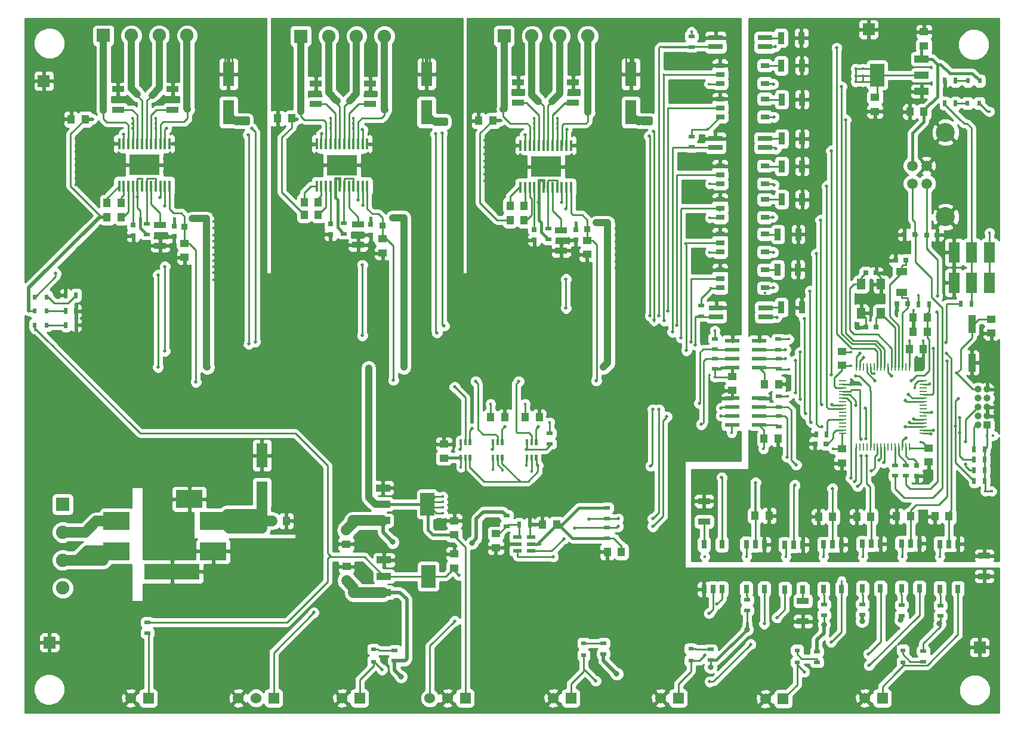
<source format=gtl>
G04 #@! TF.FileFunction,Copper,L1,Top,Signal*
%FSLAX46Y46*%
G04 Gerber Fmt 4.6, Leading zero omitted, Abs format (unit mm)*
G04 Created by KiCad (PCBNEW 4.0.1-stable) date 2018/04/26 15:04:27*
%MOMM*%
G01*
G04 APERTURE LIST*
%ADD10C,0.150000*%
%ADD11C,0.400000*%
%ADD12C,1.900000*%
%ADD13R,1.900000X1.900000*%
%ADD14R,2.000000X3.200000*%
%ADD15R,2.000000X1.000000*%
%ADD16R,1.200000X0.800000*%
%ADD17R,1.200000X1.500000*%
%ADD18R,0.250000X1.000000*%
%ADD19R,1.000000X0.250000*%
%ADD20C,1.520000*%
%ADD21C,2.700000*%
%ADD22R,0.900000X1.700000*%
%ADD23R,1.600000X3.500000*%
%ADD24R,3.800000X2.500000*%
%ADD25R,7.900000X2.300000*%
%ADD26R,1.000000X1.250000*%
%ADD27R,0.750000X0.800000*%
%ADD28R,1.250000X1.000000*%
%ADD29R,0.850000X0.850000*%
%ADD30R,0.800000X0.750000*%
%ADD31R,0.600000X0.800000*%
%ADD32R,0.800000X0.600000*%
%ADD33R,0.500000X0.900000*%
%ADD34R,0.900000X0.500000*%
%ADD35R,1.700000X0.900000*%
%ADD36R,1.000000X2.500000*%
%ADD37R,1.500000X3.000000*%
%ADD38R,2.000000X0.530000*%
%ADD39R,1.200000X0.500000*%
%ADD40R,1.600000X1.000000*%
%ADD41R,0.800000X1.200000*%
%ADD42R,0.450000X1.650000*%
%ADD43R,4.320000X3.000000*%
%ADD44R,1.700000X1.700000*%
%ADD45R,1.000000X1.000000*%
%ADD46O,1.000000X1.000000*%
%ADD47C,1.524000*%
%ADD48R,1.524000X1.524000*%
%ADD49R,2.000000X0.800000*%
%ADD50C,0.500380*%
%ADD51C,0.800100*%
%ADD52C,0.889000*%
%ADD53C,1.143000*%
%ADD54C,0.254000*%
%ADD55C,0.381000*%
%ADD56C,1.026000*%
%ADD57C,0.508000*%
%ADD58C,1.524000*%
G04 APERTURE END LIST*
D10*
D11*
X145390000Y-85920000D03*
X146390000Y-85920000D03*
X145390000Y-86920000D03*
X146390000Y-86920000D03*
X145390000Y-85020000D03*
X146390000Y-85020000D03*
X197540000Y-82420000D03*
X197540000Y-83420000D03*
X197540000Y-85320000D03*
X197540000Y-84320000D03*
X197540000Y-88120000D03*
X197540000Y-87220000D03*
X197540000Y-86220000D03*
X198440000Y-86220000D03*
X198440000Y-87220000D03*
X198440000Y-88120000D03*
X198440000Y-84320000D03*
X198440000Y-85320000D03*
X198440000Y-83420000D03*
X198440000Y-82420000D03*
X169640000Y-82320000D03*
X169640000Y-83320000D03*
X169640000Y-85220000D03*
X169640000Y-84220000D03*
X169640000Y-88020000D03*
X169640000Y-87120000D03*
X169640000Y-86120000D03*
X210190000Y-85220000D03*
X209190000Y-85220000D03*
X210190000Y-87120000D03*
X209190000Y-87120000D03*
X210190000Y-86120000D03*
X209190000Y-86120000D03*
X202290000Y-86120000D03*
X203290000Y-86120000D03*
X202290000Y-87120000D03*
X203290000Y-87120000D03*
X202290000Y-85220000D03*
X203290000Y-85220000D03*
X181190000Y-85020000D03*
X180190000Y-85020000D03*
X181190000Y-86920000D03*
X180190000Y-86920000D03*
X181190000Y-85920000D03*
X180190000Y-85920000D03*
X153090000Y-85020000D03*
X152090000Y-85020000D03*
X153090000Y-86920000D03*
X152090000Y-86920000D03*
X153090000Y-85920000D03*
X152090000Y-85920000D03*
X173390000Y-85920000D03*
X174390000Y-85920000D03*
X173390000Y-86920000D03*
X174390000Y-86920000D03*
X173390000Y-85020000D03*
X174390000Y-85020000D03*
X144490000Y-88720000D03*
X143490000Y-88720000D03*
X142490000Y-88720000D03*
X140390000Y-88720000D03*
X141390000Y-88720000D03*
X139590000Y-88720000D03*
X139590000Y-82120000D03*
X139590000Y-83120000D03*
X139590000Y-85020000D03*
X139590000Y-84020000D03*
X139590000Y-87820000D03*
X139590000Y-86920000D03*
X139590000Y-85920000D03*
X140390000Y-85920000D03*
X141390000Y-85920000D03*
X140390000Y-86920000D03*
X141390000Y-86920000D03*
X141390000Y-87820000D03*
X140390000Y-87820000D03*
X140390000Y-84020000D03*
X141390000Y-84020000D03*
X140390000Y-85020000D03*
X141390000Y-85020000D03*
X141390000Y-83120000D03*
X140390000Y-83120000D03*
X141390000Y-82120000D03*
X140390000Y-82120000D03*
X210100000Y-73100000D03*
X210100000Y-72200000D03*
X202300000Y-72200000D03*
X202300000Y-73200000D03*
X181400000Y-73400000D03*
X181400000Y-72400000D03*
X173500000Y-72200000D03*
X173500000Y-73300000D03*
X153200000Y-74100000D03*
X153200000Y-73200000D03*
X145500000Y-73300000D03*
X145500000Y-74100000D03*
X159740000Y-70120000D03*
X160740000Y-70120000D03*
X161740000Y-70120000D03*
X162740000Y-70120000D03*
X162740000Y-69220000D03*
X161740000Y-69220000D03*
X160740000Y-69220000D03*
X159740000Y-69220000D03*
X162740000Y-68220000D03*
X161740000Y-68220000D03*
X160740000Y-68220000D03*
X159740000Y-68220000D03*
X187740000Y-68420000D03*
X188740000Y-68420000D03*
X189740000Y-68420000D03*
X190740000Y-68420000D03*
X187740000Y-69420000D03*
X188740000Y-69420000D03*
X189740000Y-69420000D03*
X190740000Y-69420000D03*
X190740000Y-70320000D03*
X189740000Y-70320000D03*
X188740000Y-70320000D03*
X187740000Y-70320000D03*
X216640000Y-70220000D03*
X217640000Y-70220000D03*
X218640000Y-70220000D03*
X219640000Y-70220000D03*
X219640000Y-69320000D03*
X218640000Y-69320000D03*
X217640000Y-69320000D03*
X216640000Y-69320000D03*
X219640000Y-68320000D03*
X218640000Y-68320000D03*
X217640000Y-68320000D03*
X216640000Y-68320000D03*
X182440000Y-85220000D03*
X240600000Y-117000000D03*
X240600000Y-118700000D03*
X234150000Y-137270000D03*
X233150000Y-137820000D03*
X238550000Y-137920000D03*
X239550000Y-137370000D03*
X244850000Y-137470000D03*
X243850000Y-138020000D03*
X249250000Y-137920000D03*
X250250000Y-137370000D03*
X254650000Y-137920000D03*
X255650000Y-137370000D03*
X261250000Y-137370000D03*
X260250000Y-137920000D03*
X268100000Y-136920000D03*
X269100000Y-137920000D03*
X268100000Y-138470000D03*
X268050000Y-135420000D03*
X269050000Y-136420000D03*
X269050000Y-134870000D03*
X259400000Y-125200000D03*
X194800000Y-130000000D03*
X237100000Y-126200000D03*
X247000000Y-126200000D03*
X249500000Y-114400000D03*
X249550000Y-116970000D03*
X257800000Y-110820000D03*
X260750000Y-116970000D03*
X252800000Y-115500000D03*
X249550000Y-112470000D03*
X250450000Y-108870000D03*
X259800000Y-110800000D03*
X258600000Y-117500000D03*
X259100000Y-104420000D03*
X255900000Y-106900000D03*
X258400000Y-106500000D03*
X252850000Y-104870000D03*
X253800000Y-104900000D03*
X268600000Y-132200000D03*
X269500000Y-132200000D03*
X269700000Y-124300000D03*
X268950000Y-111170000D03*
X269950000Y-112170000D03*
X269950000Y-113720000D03*
X268950000Y-112720000D03*
X269000000Y-115770000D03*
X270000000Y-115220000D03*
X269000000Y-114220000D03*
X269200000Y-95520000D03*
X252700000Y-72220000D03*
X253700000Y-72220000D03*
X253700000Y-74100000D03*
X252700000Y-73220000D03*
X253700000Y-73220000D03*
X252700000Y-74120000D03*
X250200000Y-74120000D03*
X240700000Y-110600000D03*
X240700000Y-114900000D03*
X232600000Y-123900000D03*
X230200000Y-116000000D03*
X230200000Y-109400000D03*
X194200000Y-128800000D03*
X206800000Y-122400000D03*
X205400000Y-139700000D03*
X198400000Y-119800000D03*
X203300000Y-119800000D03*
X226900000Y-67000000D03*
X229200000Y-80800000D03*
X229400000Y-74400000D03*
X229500000Y-88600000D03*
X229500000Y-93400000D03*
X229600000Y-103400000D03*
X229500000Y-98300000D03*
X203500000Y-128500000D03*
X198700000Y-129100000D03*
X191600000Y-134500000D03*
X191600000Y-135300000D03*
X191600000Y-133700000D03*
X171000000Y-79400000D03*
X141900000Y-79400000D03*
X147600000Y-79300000D03*
X189440000Y-91820000D03*
X188440000Y-91820000D03*
X187440000Y-91820000D03*
X187440000Y-92720000D03*
X188440000Y-92720000D03*
X189440000Y-92720000D03*
X189440000Y-94620000D03*
X188440000Y-94620000D03*
X187440000Y-94620000D03*
X189440000Y-93620000D03*
X188440000Y-93620000D03*
X187440000Y-93620000D03*
X187440000Y-96420000D03*
X188440000Y-96420000D03*
X189440000Y-96420000D03*
X187440000Y-97420000D03*
X188440000Y-97420000D03*
X189440000Y-97420000D03*
X189440000Y-95520000D03*
X188440000Y-95520000D03*
X187440000Y-95520000D03*
X187440000Y-98320000D03*
X188440000Y-98320000D03*
X189440000Y-98320000D03*
X187440000Y-99120000D03*
X188440000Y-99120000D03*
X189440000Y-99120000D03*
X189440000Y-101020000D03*
X188440000Y-101020000D03*
X187440000Y-101020000D03*
X189440000Y-100020000D03*
X188440000Y-100020000D03*
X187440000Y-100020000D03*
X162240000Y-100320000D03*
X163240000Y-100320000D03*
X163240000Y-102220000D03*
X162240000Y-102220000D03*
X163240000Y-101220000D03*
X162240000Y-101220000D03*
X159140000Y-101220000D03*
X160140000Y-101220000D03*
X161140000Y-101220000D03*
X159140000Y-102220000D03*
X160140000Y-102220000D03*
X161140000Y-102220000D03*
X161140000Y-100320000D03*
X160140000Y-100320000D03*
X159140000Y-100320000D03*
X162240000Y-99520000D03*
X163240000Y-99520000D03*
X161140000Y-99520000D03*
X160140000Y-99520000D03*
X159140000Y-99520000D03*
X159140000Y-96720000D03*
X160140000Y-96720000D03*
X161140000Y-96720000D03*
X161140000Y-98620000D03*
X160140000Y-98620000D03*
X159140000Y-98620000D03*
X161140000Y-97620000D03*
X160140000Y-97620000D03*
X159140000Y-97620000D03*
X162240000Y-97620000D03*
X163240000Y-97620000D03*
X162240000Y-98620000D03*
X163240000Y-98620000D03*
X163240000Y-96720000D03*
X162240000Y-96720000D03*
X162240000Y-93920000D03*
X163240000Y-93920000D03*
X163240000Y-95820000D03*
X162240000Y-95820000D03*
X163240000Y-94820000D03*
X162240000Y-94820000D03*
X159140000Y-94820000D03*
X160140000Y-94820000D03*
X161140000Y-94820000D03*
X159140000Y-95820000D03*
X160140000Y-95820000D03*
X161140000Y-95820000D03*
X161140000Y-93920000D03*
X160140000Y-93920000D03*
X159140000Y-93920000D03*
X216140000Y-93920000D03*
X217140000Y-93920000D03*
X218140000Y-93920000D03*
X216140000Y-94920000D03*
X217140000Y-94920000D03*
X218140000Y-94920000D03*
X218140000Y-96820000D03*
X217140000Y-96820000D03*
X216140000Y-96820000D03*
X218140000Y-95820000D03*
X217140000Y-95820000D03*
X216140000Y-95820000D03*
X219240000Y-95820000D03*
X220240000Y-95820000D03*
X219240000Y-96820000D03*
X220240000Y-96820000D03*
X220240000Y-94920000D03*
X219240000Y-94920000D03*
X220240000Y-93920000D03*
X219240000Y-93920000D03*
X219240000Y-97720000D03*
X220240000Y-97720000D03*
X220240000Y-99620000D03*
X219240000Y-99620000D03*
X220240000Y-98620000D03*
X219240000Y-98620000D03*
X216140000Y-98620000D03*
X217140000Y-98620000D03*
X218140000Y-98620000D03*
X216140000Y-99620000D03*
X217140000Y-99620000D03*
X218140000Y-99620000D03*
X218140000Y-97720000D03*
X217140000Y-97720000D03*
X216140000Y-97720000D03*
X216140000Y-100520000D03*
X217140000Y-100520000D03*
X218140000Y-100520000D03*
X220240000Y-100520000D03*
X219240000Y-100520000D03*
X162600000Y-80000000D03*
X162600000Y-79300000D03*
X163300000Y-79300000D03*
X163300000Y-80000000D03*
X164000000Y-80000000D03*
X164000000Y-79300000D03*
X220400000Y-80000000D03*
X220400000Y-79300000D03*
X192100000Y-79400000D03*
X192100000Y-80100000D03*
X191400000Y-80100000D03*
X191400000Y-79400000D03*
X207850000Y-80000000D03*
X207850000Y-79300000D03*
X207850000Y-80700000D03*
X221200000Y-80000000D03*
X221200000Y-79300000D03*
X190700000Y-79400000D03*
X190700000Y-80100000D03*
X204600000Y-80700000D03*
X204600000Y-79300000D03*
X204600000Y-80000000D03*
X219600000Y-80000000D03*
X219600000Y-79300000D03*
X178900000Y-80700000D03*
X178900000Y-79300000D03*
X178900000Y-80000000D03*
X175700000Y-80000000D03*
X175700000Y-79300000D03*
X175700000Y-80700000D03*
X150900000Y-80000000D03*
X150900000Y-79300000D03*
X150900000Y-80700000D03*
X147600000Y-80700000D03*
X199800000Y-79600000D03*
X147600000Y-80000000D03*
X148700000Y-93500000D03*
X153500000Y-93500000D03*
X156100000Y-93500000D03*
X158100000Y-93500000D03*
X157100000Y-93500000D03*
X215000000Y-94100000D03*
X214200000Y-94100000D03*
X213400000Y-94100000D03*
X210500000Y-94100000D03*
X205600000Y-94100000D03*
X176700000Y-93400000D03*
X181400000Y-93400000D03*
X184500000Y-93400000D03*
X185300000Y-93400000D03*
X186100000Y-93400000D03*
X142490000Y-82120000D03*
X143490000Y-82120000D03*
X144490000Y-82120000D03*
X142490000Y-83120000D03*
X143490000Y-83120000D03*
X144490000Y-83120000D03*
X144490000Y-85020000D03*
X143490000Y-85020000D03*
X142490000Y-85020000D03*
X144490000Y-84020000D03*
X143490000Y-84020000D03*
X142490000Y-84020000D03*
X142490000Y-87820000D03*
X143490000Y-87820000D03*
X144490000Y-87820000D03*
X144490000Y-86920000D03*
X143490000Y-86920000D03*
X142490000Y-86920000D03*
X144490000Y-85920000D03*
X143490000Y-85920000D03*
X142490000Y-85920000D03*
X154090000Y-90920000D03*
X155090000Y-90920000D03*
X156090000Y-90920000D03*
X157090000Y-90920000D03*
X154090000Y-91920000D03*
X155090000Y-91920000D03*
X156090000Y-91920000D03*
X157090000Y-91920000D03*
X157090000Y-90020000D03*
X156090000Y-90020000D03*
X155090000Y-90020000D03*
X154090000Y-90020000D03*
X158090000Y-90020000D03*
X159090000Y-90020000D03*
X160090000Y-90020000D03*
X161090000Y-90020000D03*
X161090000Y-91920000D03*
X160090000Y-91920000D03*
X159090000Y-91920000D03*
X158090000Y-91920000D03*
X161090000Y-90920000D03*
X160090000Y-90920000D03*
X159090000Y-90920000D03*
X158090000Y-90920000D03*
X162190000Y-90920000D03*
X163190000Y-90920000D03*
X162190000Y-91920000D03*
X163190000Y-91920000D03*
X163190000Y-90020000D03*
X162190000Y-90020000D03*
X162190000Y-86220000D03*
X163190000Y-86220000D03*
X162190000Y-87220000D03*
X163190000Y-87220000D03*
X163190000Y-89120000D03*
X162190000Y-89120000D03*
X163190000Y-88120000D03*
X162190000Y-88120000D03*
X162190000Y-84320000D03*
X163190000Y-84320000D03*
X162190000Y-85320000D03*
X163190000Y-85320000D03*
X163190000Y-83420000D03*
X162190000Y-83420000D03*
X162190000Y-82420000D03*
X158090000Y-82420000D03*
X159090000Y-82420000D03*
X160090000Y-82420000D03*
X161090000Y-82420000D03*
X158090000Y-83420000D03*
X159090000Y-83420000D03*
X160090000Y-83420000D03*
X161090000Y-83420000D03*
X161090000Y-85320000D03*
X160090000Y-85320000D03*
X159090000Y-85320000D03*
X158090000Y-85320000D03*
X161090000Y-84320000D03*
X160090000Y-84320000D03*
X159090000Y-84320000D03*
X158090000Y-84320000D03*
X158090000Y-88120000D03*
X159090000Y-88120000D03*
X160090000Y-88120000D03*
X161090000Y-88120000D03*
X158090000Y-89120000D03*
X159090000Y-89120000D03*
X160090000Y-89120000D03*
X161090000Y-89120000D03*
X161090000Y-87220000D03*
X160090000Y-87220000D03*
X159090000Y-87220000D03*
X158090000Y-87220000D03*
X161090000Y-86220000D03*
X160090000Y-86220000D03*
X159090000Y-86220000D03*
X158090000Y-86220000D03*
X154090000Y-86220000D03*
X155090000Y-86220000D03*
X156090000Y-86220000D03*
X157090000Y-86220000D03*
X154090000Y-87220000D03*
X155090000Y-87220000D03*
X156090000Y-87220000D03*
X157090000Y-87220000D03*
X157090000Y-89120000D03*
X156090000Y-89120000D03*
X155090000Y-89120000D03*
X154090000Y-89120000D03*
X157090000Y-88120000D03*
X156090000Y-88120000D03*
X155090000Y-88120000D03*
X154090000Y-88120000D03*
X154090000Y-84320000D03*
X155090000Y-84320000D03*
X156090000Y-84320000D03*
X157090000Y-84320000D03*
X154090000Y-85320000D03*
X155090000Y-85320000D03*
X156090000Y-85320000D03*
X157090000Y-85320000D03*
X157090000Y-83420000D03*
X156090000Y-83420000D03*
X155090000Y-83420000D03*
X154090000Y-83420000D03*
X157090000Y-82420000D03*
X156090000Y-82420000D03*
X155090000Y-82420000D03*
X154090000Y-82420000D03*
D12*
X155340000Y-67530000D03*
X151380000Y-67530000D03*
D13*
X143460000Y-67530000D03*
D12*
X147420000Y-67530000D03*
D11*
X170440000Y-86120000D03*
X171440000Y-86120000D03*
X172440000Y-86120000D03*
X170440000Y-87120000D03*
X171440000Y-87120000D03*
X172440000Y-87120000D03*
X172440000Y-88020000D03*
X171440000Y-88020000D03*
X170440000Y-88020000D03*
X170440000Y-84220000D03*
X171440000Y-84220000D03*
X172440000Y-84220000D03*
X170440000Y-85220000D03*
X171440000Y-85220000D03*
X172440000Y-85220000D03*
X172440000Y-83320000D03*
X171440000Y-83320000D03*
X170440000Y-83320000D03*
X172440000Y-82320000D03*
X171440000Y-82320000D03*
X170440000Y-82320000D03*
X182440000Y-82320000D03*
X183440000Y-82320000D03*
X184440000Y-82320000D03*
X185440000Y-82320000D03*
X182440000Y-83320000D03*
X183440000Y-83320000D03*
X184440000Y-83320000D03*
X185440000Y-83320000D03*
X185440000Y-85220000D03*
X184440000Y-85220000D03*
X183440000Y-85220000D03*
X185440000Y-84220000D03*
X184440000Y-84220000D03*
X183440000Y-84220000D03*
X182440000Y-84220000D03*
X182440000Y-88020000D03*
X183440000Y-88020000D03*
X184440000Y-88020000D03*
X185440000Y-88020000D03*
X182440000Y-89020000D03*
X183440000Y-89020000D03*
X184440000Y-89020000D03*
X185440000Y-89020000D03*
X185440000Y-87120000D03*
X184440000Y-87120000D03*
X183440000Y-87120000D03*
X182440000Y-87120000D03*
X185440000Y-86120000D03*
X184440000Y-86120000D03*
X183440000Y-86120000D03*
X182440000Y-86120000D03*
X186440000Y-86120000D03*
X187440000Y-86120000D03*
X188440000Y-86120000D03*
X189440000Y-86120000D03*
X186440000Y-87120000D03*
X187440000Y-87120000D03*
X188440000Y-87120000D03*
X189440000Y-87120000D03*
X189440000Y-89020000D03*
X188440000Y-89020000D03*
X187440000Y-89020000D03*
X186440000Y-89020000D03*
X189440000Y-88020000D03*
X188440000Y-88020000D03*
X187440000Y-88020000D03*
X186440000Y-88020000D03*
X186440000Y-84220000D03*
X187440000Y-84220000D03*
X188440000Y-84220000D03*
X189440000Y-84220000D03*
X186440000Y-85220000D03*
X187440000Y-85220000D03*
X188440000Y-85220000D03*
X189440000Y-85220000D03*
X189440000Y-83320000D03*
X188440000Y-83320000D03*
X187440000Y-83320000D03*
X186440000Y-83320000D03*
X189440000Y-82320000D03*
X188440000Y-82320000D03*
X187440000Y-82320000D03*
X186440000Y-82320000D03*
X163240000Y-93020000D03*
X162240000Y-93020000D03*
X186440000Y-90820000D03*
X187440000Y-90820000D03*
X188440000Y-90820000D03*
X189440000Y-90820000D03*
X186440000Y-91820000D03*
X159140000Y-93020000D03*
X160140000Y-93020000D03*
X161140000Y-93020000D03*
X189440000Y-89920000D03*
X188440000Y-89920000D03*
X187440000Y-89920000D03*
X186440000Y-89920000D03*
X182440000Y-89920000D03*
X183440000Y-89920000D03*
X184440000Y-89920000D03*
X185440000Y-89920000D03*
X185440000Y-91820000D03*
X184440000Y-91820000D03*
X183440000Y-91820000D03*
X182440000Y-91820000D03*
X185440000Y-90820000D03*
X184440000Y-90820000D03*
X183440000Y-90820000D03*
X182440000Y-90820000D03*
X199340000Y-82420000D03*
X200340000Y-82420000D03*
X201340000Y-82420000D03*
X199340000Y-83420000D03*
X200340000Y-83420000D03*
X201340000Y-83420000D03*
X201340000Y-85320000D03*
X200340000Y-85320000D03*
X199340000Y-85320000D03*
X201340000Y-84320000D03*
X200340000Y-84320000D03*
X199340000Y-84320000D03*
X199340000Y-88120000D03*
X200340000Y-88120000D03*
X201340000Y-88120000D03*
X201340000Y-87220000D03*
X200340000Y-87220000D03*
X199340000Y-87220000D03*
X201340000Y-86220000D03*
X200340000Y-86220000D03*
X199340000Y-86220000D03*
X219240000Y-92920000D03*
X220240000Y-92920000D03*
X218140000Y-92920000D03*
X217140000Y-92920000D03*
X216140000Y-92920000D03*
X215140000Y-92920000D03*
X213140000Y-92920000D03*
X214140000Y-92920000D03*
X211140000Y-91020000D03*
X212140000Y-91020000D03*
X213140000Y-91020000D03*
X214140000Y-91020000D03*
X211140000Y-92020000D03*
X212140000Y-92020000D03*
X213140000Y-92020000D03*
X214140000Y-92020000D03*
X214140000Y-90120000D03*
X213140000Y-90120000D03*
X212140000Y-90120000D03*
X211140000Y-90120000D03*
X215140000Y-90120000D03*
X216140000Y-90120000D03*
X217140000Y-90120000D03*
X218140000Y-90120000D03*
X218140000Y-92020000D03*
X217140000Y-92020000D03*
X216140000Y-92020000D03*
X215140000Y-92020000D03*
X218140000Y-91020000D03*
X217140000Y-91020000D03*
X216140000Y-91020000D03*
X215140000Y-91020000D03*
X219240000Y-91020000D03*
X220240000Y-91020000D03*
X219240000Y-92020000D03*
X220240000Y-92020000D03*
X220240000Y-90120000D03*
X219240000Y-90120000D03*
X219240000Y-86320000D03*
X220240000Y-86320000D03*
X219240000Y-87320000D03*
X220240000Y-87320000D03*
X220240000Y-89220000D03*
X219240000Y-89220000D03*
X220240000Y-88220000D03*
X219240000Y-88220000D03*
X219240000Y-84420000D03*
X220240000Y-84420000D03*
X219240000Y-85420000D03*
X220240000Y-85420000D03*
X220240000Y-83520000D03*
X219240000Y-83520000D03*
X220240000Y-82520000D03*
X219240000Y-82520000D03*
X215140000Y-82520000D03*
X216140000Y-82520000D03*
X217140000Y-82520000D03*
X218140000Y-82520000D03*
X215140000Y-83520000D03*
X216140000Y-83520000D03*
X217140000Y-83520000D03*
X218140000Y-83520000D03*
X218140000Y-85420000D03*
X217140000Y-85420000D03*
X216140000Y-85420000D03*
X215140000Y-85420000D03*
X218140000Y-84420000D03*
X217140000Y-84420000D03*
X216140000Y-84420000D03*
X215140000Y-84420000D03*
X215140000Y-88220000D03*
X216140000Y-88220000D03*
X217140000Y-88220000D03*
X218140000Y-88220000D03*
X215140000Y-89220000D03*
X216140000Y-89220000D03*
X217140000Y-89220000D03*
X218140000Y-89220000D03*
X218140000Y-87320000D03*
X217140000Y-87320000D03*
X216140000Y-87320000D03*
X215140000Y-87320000D03*
X218140000Y-86320000D03*
X217140000Y-86320000D03*
X216140000Y-86320000D03*
X215140000Y-86320000D03*
X211140000Y-86320000D03*
X212140000Y-86320000D03*
X213140000Y-86320000D03*
X214140000Y-86320000D03*
X211140000Y-87320000D03*
X212140000Y-87320000D03*
X213140000Y-87320000D03*
X214140000Y-87320000D03*
X214140000Y-89220000D03*
X213140000Y-89220000D03*
X212140000Y-89220000D03*
X211140000Y-89220000D03*
X214140000Y-88220000D03*
X213140000Y-88220000D03*
X212140000Y-88220000D03*
X211140000Y-88220000D03*
X211140000Y-84420000D03*
X212140000Y-84420000D03*
X213140000Y-84420000D03*
X214140000Y-84420000D03*
X211140000Y-85420000D03*
X212140000Y-85420000D03*
X213140000Y-85420000D03*
X214140000Y-85420000D03*
D14*
X253250000Y-73150000D03*
D15*
X259550000Y-73150000D03*
X259550000Y-70850000D03*
X259550000Y-75450000D03*
D16*
X237320000Y-103345000D03*
X237320000Y-100805000D03*
X230970000Y-102075000D03*
X230970000Y-100805000D03*
X230970000Y-103345000D03*
D17*
X253775000Y-106925000D03*
X253775000Y-102825000D03*
X250975000Y-102825000D03*
X250975000Y-106925000D03*
D18*
X257800000Y-114550000D03*
X257300000Y-114550000D03*
X256800000Y-114550000D03*
X256300000Y-114550000D03*
X255800000Y-114550000D03*
X255300000Y-114550000D03*
X254800000Y-114550000D03*
X254300000Y-114550000D03*
X253800000Y-114550000D03*
X253300000Y-114550000D03*
X252800000Y-114550000D03*
X252300000Y-114550000D03*
X251800000Y-114550000D03*
X251300000Y-114550000D03*
X250800000Y-114550000D03*
X250300000Y-114550000D03*
D19*
X248350000Y-116500000D03*
X248350000Y-117000000D03*
X248350000Y-117500000D03*
X248350000Y-118000000D03*
X248350000Y-118500000D03*
X248350000Y-119000000D03*
X248350000Y-119500000D03*
X248350000Y-120000000D03*
X248350000Y-120500000D03*
X248350000Y-121000000D03*
X248350000Y-121500000D03*
X248350000Y-122000000D03*
X248350000Y-122500000D03*
X248350000Y-123000000D03*
X248350000Y-123500000D03*
X248350000Y-124000000D03*
D18*
X250300000Y-125950000D03*
X250800000Y-125950000D03*
X251300000Y-125950000D03*
X251800000Y-125950000D03*
X252300000Y-125950000D03*
X252800000Y-125950000D03*
X253300000Y-125950000D03*
X253800000Y-125950000D03*
X254300000Y-125950000D03*
X254800000Y-125950000D03*
X255300000Y-125950000D03*
X255800000Y-125950000D03*
X256300000Y-125950000D03*
X256800000Y-125950000D03*
X257300000Y-125950000D03*
X257800000Y-125950000D03*
D19*
X259750000Y-124000000D03*
X259750000Y-123500000D03*
X259750000Y-123000000D03*
X259750000Y-122500000D03*
X259750000Y-122000000D03*
X259750000Y-121500000D03*
X259750000Y-121000000D03*
X259750000Y-120500000D03*
X259750000Y-120000000D03*
X259750000Y-119500000D03*
X259750000Y-119000000D03*
X259750000Y-118500000D03*
X259750000Y-118000000D03*
X259750000Y-117500000D03*
X259750000Y-117000000D03*
X259750000Y-116500000D03*
D20*
X258250000Y-88540000D03*
X258250000Y-86000000D03*
X260250000Y-86000000D03*
X260250000Y-88540000D03*
D21*
X262950000Y-93270000D03*
X262950000Y-81270000D03*
D11*
X260564000Y-129538000D03*
X260564000Y-130538000D03*
X205994000Y-143256000D03*
X204216000Y-143256000D03*
X202438000Y-143256000D03*
X205486000Y-133096000D03*
X205470000Y-131662000D03*
X207270000Y-131662000D03*
X209042000Y-131572000D03*
X207264000Y-133096000D03*
X209042000Y-133096000D03*
X238100000Y-119000000D03*
X245618000Y-141478000D03*
X234696000Y-141478000D03*
X240284000Y-141478000D03*
X251206000Y-141478000D03*
X256794000Y-141478000D03*
X228800000Y-141450000D03*
X268800000Y-124300000D03*
X262128000Y-141478000D03*
D22*
X239600000Y-67875000D03*
X242500000Y-67875000D03*
D16*
X237330000Y-79075000D03*
X237330000Y-76535000D03*
X230980000Y-77805000D03*
X230980000Y-76535000D03*
X230980000Y-79075000D03*
D14*
X189430000Y-134030000D03*
D15*
X183130000Y-134030000D03*
X183130000Y-136330000D03*
X183130000Y-131730000D03*
D11*
X140970000Y-106680000D03*
D23*
X165950000Y-132500000D03*
X165950000Y-127100000D03*
D11*
X161950000Y-135450000D03*
X162950000Y-135450000D03*
X161950000Y-136450000D03*
X162950000Y-136450000D03*
X161950000Y-137450000D03*
X162950000Y-137450000D03*
X154350000Y-148550000D03*
X156350000Y-148550000D03*
X156300000Y-146150000D03*
X154300000Y-146150000D03*
X150200000Y-146150000D03*
X152200000Y-146150000D03*
X152250000Y-148550000D03*
X150250000Y-148550000D03*
X168050000Y-148550000D03*
X170050000Y-148550000D03*
X170000000Y-146150000D03*
X168000000Y-146150000D03*
X169900000Y-143600000D03*
X167900000Y-143600000D03*
X166100000Y-143600000D03*
X166200000Y-146150000D03*
X166250000Y-148550000D03*
X158450000Y-148550000D03*
X160450000Y-148550000D03*
X160400000Y-146150000D03*
X158400000Y-146150000D03*
X160300000Y-143600000D03*
X158300000Y-143600000D03*
X162100000Y-143600000D03*
X164100000Y-143600000D03*
X162200000Y-146150000D03*
X164200000Y-146150000D03*
X164250000Y-148550000D03*
X162250000Y-148550000D03*
X153950000Y-141050000D03*
X155950000Y-141050000D03*
X153900000Y-138650000D03*
X153800000Y-136100000D03*
X150000000Y-136100000D03*
X152000000Y-136100000D03*
X151950000Y-133700000D03*
X149950000Y-133700000D03*
X150100000Y-138650000D03*
X152100000Y-138650000D03*
X152150000Y-141050000D03*
X150150000Y-141050000D03*
D24*
X155650000Y-133300000D03*
X159050000Y-136400000D03*
X159050000Y-140700000D03*
D25*
X153200000Y-143600000D03*
D24*
X145350000Y-136400000D03*
X145350000Y-140700000D03*
D11*
X230950000Y-94939000D03*
X200100000Y-129200000D03*
D23*
X218300000Y-78400000D03*
X218300000Y-73000000D03*
D11*
X252000000Y-104900000D03*
X251050000Y-104870000D03*
X237300000Y-104083000D03*
X266850000Y-149100000D03*
X268850000Y-149100000D03*
X267850000Y-150100000D03*
X267800000Y-148300000D03*
X268800000Y-147300000D03*
X266800000Y-147300000D03*
X260200000Y-160150000D03*
X262200000Y-160150000D03*
X261200000Y-161150000D03*
X261250000Y-162950000D03*
X262250000Y-161950000D03*
X260250000Y-161950000D03*
X225000000Y-147200000D03*
X223000000Y-147200000D03*
X221000000Y-147200000D03*
X219000000Y-147200000D03*
X217000000Y-147200000D03*
X224000000Y-146200000D03*
X222000000Y-146200000D03*
X220000000Y-146200000D03*
X218000000Y-146200000D03*
X216000000Y-146200000D03*
X204200000Y-129400000D03*
X191600000Y-132900000D03*
X203962000Y-135636000D03*
X156200000Y-143600000D03*
X154200000Y-143600000D03*
X152200000Y-143600000D03*
X150200000Y-143600000D03*
X230950000Y-85033000D03*
X230950000Y-89859000D03*
X230950000Y-99575000D03*
X216150000Y-150700000D03*
X218150000Y-150700000D03*
X220150000Y-150700000D03*
X222150000Y-150700000D03*
X224150000Y-150700000D03*
X217150000Y-151700000D03*
X219150000Y-151700000D03*
X221150000Y-151700000D03*
X223150000Y-151700000D03*
X225150000Y-151700000D03*
X251200000Y-73220000D03*
X250200000Y-73220000D03*
X251200000Y-74100000D03*
X251200000Y-72220000D03*
X250200000Y-72220000D03*
X269200000Y-78320000D03*
D12*
X137700000Y-145930000D03*
X137700000Y-141970000D03*
D13*
X137700000Y-134050000D03*
D12*
X137700000Y-138010000D03*
D11*
X165950000Y-137450000D03*
X164950000Y-137450000D03*
X163950000Y-137450000D03*
X132890000Y-106570000D03*
X165950000Y-136450000D03*
X164950000Y-136450000D03*
X163950000Y-136450000D03*
X178950000Y-146600000D03*
X178850000Y-136350000D03*
X229600000Y-157150000D03*
X165950000Y-135450000D03*
X164950000Y-135450000D03*
X163950000Y-135450000D03*
X214140000Y-83520000D03*
X213140000Y-83520000D03*
X212140000Y-83520000D03*
X211140000Y-83520000D03*
X214140000Y-82520000D03*
X213140000Y-82520000D03*
X212140000Y-82520000D03*
X211140000Y-82520000D03*
X243750000Y-98975000D03*
X207740000Y-87170000D03*
X206740000Y-87170000D03*
X205740000Y-87170000D03*
X204740000Y-87170000D03*
X178940000Y-86970000D03*
X177940000Y-86970000D03*
X176940000Y-86970000D03*
X175940000Y-86970000D03*
X150790000Y-86920000D03*
X149790000Y-86920000D03*
X148790000Y-86920000D03*
X147790000Y-86920000D03*
X207740000Y-86170000D03*
X206740000Y-86170000D03*
X205740000Y-86170000D03*
X204740000Y-86170000D03*
X178940000Y-85970000D03*
X177940000Y-85970000D03*
X176940000Y-85970000D03*
X175940000Y-85970000D03*
X150790000Y-85920000D03*
X149790000Y-85920000D03*
X148790000Y-85920000D03*
X147790000Y-85920000D03*
X207740000Y-85170000D03*
X206740000Y-85170000D03*
X205740000Y-85170000D03*
X204740000Y-85170000D03*
X178940000Y-84970000D03*
X177940000Y-84970000D03*
X176940000Y-84970000D03*
X175940000Y-84970000D03*
X150790000Y-84920000D03*
X149790000Y-84920000D03*
X148790000Y-84920000D03*
D26*
X235900000Y-135650000D03*
X237900000Y-135650000D03*
D27*
X147700000Y-95950000D03*
X147700000Y-94450000D03*
D26*
X138900000Y-79400000D03*
X140900000Y-79400000D03*
D23*
X161200000Y-78400000D03*
X161200000Y-73000000D03*
D26*
X145978000Y-93288000D03*
X143978000Y-93288000D03*
D27*
X153500000Y-96050000D03*
X153500000Y-94550000D03*
D26*
X143978000Y-91256000D03*
X145978000Y-91256000D03*
D28*
X155000000Y-97000000D03*
X155000000Y-99000000D03*
D29*
X155000000Y-94700000D03*
D28*
X177950000Y-144850000D03*
X177950000Y-142850000D03*
X259900000Y-69000000D03*
X259900000Y-67000000D03*
X193240000Y-138390000D03*
X193240000Y-136390000D03*
X252950000Y-76300000D03*
X252950000Y-78300000D03*
X177900000Y-137700000D03*
X177900000Y-139700000D03*
X193230000Y-143070000D03*
X193230000Y-141070000D03*
D30*
X244450000Y-125450000D03*
X245950000Y-125450000D03*
D27*
X258850000Y-130050000D03*
X258850000Y-128550000D03*
D30*
X251625000Y-108925000D03*
X253125000Y-108925000D03*
D28*
X269450000Y-107750000D03*
X269450000Y-109750000D03*
D30*
X253125000Y-101225000D03*
X251625000Y-101225000D03*
D26*
X260350000Y-107550000D03*
X258350000Y-107550000D03*
D30*
X256050000Y-105580000D03*
X257550000Y-105580000D03*
D26*
X260350000Y-109600000D03*
X258350000Y-109600000D03*
D28*
X248250000Y-114350000D03*
X248250000Y-112350000D03*
D26*
X237250000Y-117000000D03*
X239250000Y-117000000D03*
D28*
X260550000Y-126050000D03*
X260550000Y-128050000D03*
D30*
X255850000Y-99430000D03*
X257350000Y-99430000D03*
D28*
X248250000Y-126200000D03*
X248250000Y-128200000D03*
D26*
X257800000Y-112050000D03*
X259800000Y-112050000D03*
X167400000Y-136400000D03*
X169400000Y-136400000D03*
X203300000Y-121700000D03*
X205300000Y-121700000D03*
X258000000Y-135750000D03*
X256000000Y-135750000D03*
X263450000Y-135750000D03*
X261450000Y-135750000D03*
D28*
X232700000Y-117900000D03*
X232700000Y-115900000D03*
D26*
X246950000Y-135800000D03*
X244950000Y-135800000D03*
X198400000Y-121700000D03*
X200400000Y-121700000D03*
X237200000Y-124750000D03*
X239200000Y-124750000D03*
X216950000Y-140800000D03*
X214950000Y-140800000D03*
D27*
X175700000Y-95750000D03*
X175700000Y-94250000D03*
D28*
X199136000Y-138192000D03*
X199136000Y-140192000D03*
D27*
X204600000Y-96550000D03*
X204600000Y-95050000D03*
D26*
X168200000Y-79300000D03*
X170200000Y-79300000D03*
X196700000Y-79600000D03*
X198700000Y-79600000D03*
D23*
X189300000Y-78400000D03*
X189300000Y-73000000D03*
D26*
X207756000Y-136906000D03*
X205756000Y-136906000D03*
X173946000Y-92942000D03*
X171946000Y-92942000D03*
X203162000Y-93696000D03*
X201162000Y-93696000D03*
D27*
X181400000Y-95850000D03*
X181400000Y-94350000D03*
X210500000Y-96550000D03*
X210500000Y-95050000D03*
D26*
X171946000Y-91164000D03*
X173946000Y-91164000D03*
X201162000Y-91664000D03*
X203162000Y-91664000D03*
D28*
X183100000Y-96400000D03*
X183100000Y-98400000D03*
X212100000Y-96600000D03*
X212100000Y-98600000D03*
D26*
X252350000Y-135800000D03*
X250350000Y-135800000D03*
D31*
X267800000Y-73950000D03*
X266100000Y-73950000D03*
X133740000Y-106620000D03*
X135440000Y-106620000D03*
X133740000Y-104620000D03*
X135440000Y-104620000D03*
X133740000Y-108620000D03*
X135440000Y-108620000D03*
D32*
X241900000Y-154750000D03*
X241900000Y-156450000D03*
X256900000Y-154750000D03*
X256900000Y-156450000D03*
X211600000Y-153750000D03*
X211600000Y-155450000D03*
X226800000Y-154550000D03*
X226800000Y-156250000D03*
X181800000Y-154650000D03*
X181800000Y-156350000D03*
D29*
X183100000Y-94500000D03*
X212100000Y-95000000D03*
D33*
X259100000Y-105700000D03*
X260600000Y-105700000D03*
X246100000Y-124150000D03*
X244600000Y-124150000D03*
D34*
X244700000Y-156450000D03*
X244700000Y-154950000D03*
X259800000Y-156350000D03*
X259800000Y-154850000D03*
X214400000Y-153750000D03*
X214400000Y-155250000D03*
D35*
X228700000Y-136500000D03*
X228700000Y-133600000D03*
D34*
X229600000Y-154650000D03*
X229600000Y-156150000D03*
X184800000Y-154750000D03*
X184800000Y-156250000D03*
D33*
X268500000Y-130720000D03*
X267000000Y-130720000D03*
X268500000Y-129220000D03*
X267000000Y-129220000D03*
X268500000Y-127720000D03*
X267000000Y-127720000D03*
X268500000Y-126220000D03*
X267000000Y-126220000D03*
D34*
X257350000Y-130000000D03*
X257350000Y-128500000D03*
X255800000Y-130000000D03*
X255800000Y-128500000D03*
D33*
X138090000Y-106620000D03*
X139590000Y-106620000D03*
X139590000Y-104370000D03*
X138090000Y-104370000D03*
D34*
X149700000Y-150800000D03*
X149700000Y-152300000D03*
D33*
X266650000Y-105600000D03*
X265150000Y-105600000D03*
D34*
X239250000Y-114850000D03*
X239250000Y-113350000D03*
X239200000Y-110600000D03*
X239200000Y-112100000D03*
X149600000Y-95750000D03*
X149600000Y-94250000D03*
X228300000Y-105850000D03*
X228300000Y-107350000D03*
D35*
X145550000Y-78050000D03*
X145550000Y-75150000D03*
D34*
X206800000Y-123950000D03*
X206800000Y-125450000D03*
D35*
X153300000Y-78050000D03*
X153300000Y-75150000D03*
X268450000Y-141350000D03*
X268450000Y-144250000D03*
X242700000Y-150650000D03*
X242700000Y-147750000D03*
D34*
X239250000Y-123050000D03*
X239250000Y-121550000D03*
X239250000Y-118700000D03*
X239250000Y-120200000D03*
D22*
X239700000Y-90775000D03*
X242600000Y-90775000D03*
X239700000Y-86075000D03*
X242600000Y-86075000D03*
X239700000Y-82175000D03*
X242600000Y-82175000D03*
X239700000Y-76600000D03*
X242600000Y-76600000D03*
X239650000Y-71800000D03*
X242550000Y-71800000D03*
D34*
X214900000Y-134550000D03*
X214900000Y-136050000D03*
X214900000Y-138850000D03*
X214900000Y-137350000D03*
D33*
X202450000Y-136906000D03*
X203950000Y-136906000D03*
D34*
X226900000Y-81850000D03*
X226900000Y-83350000D03*
X177600000Y-95650000D03*
X177600000Y-94150000D03*
X226900000Y-67650000D03*
X226900000Y-69150000D03*
X206600000Y-96450000D03*
X206600000Y-94950000D03*
D35*
X179600000Y-94350000D03*
X179600000Y-97250000D03*
X208400000Y-95150000D03*
X208400000Y-98050000D03*
X173600000Y-77250000D03*
X173600000Y-74350000D03*
X202300000Y-77050000D03*
X202300000Y-74150000D03*
X181300000Y-77250000D03*
X181300000Y-74350000D03*
X210100000Y-77050000D03*
X210100000Y-74150000D03*
D36*
X266700000Y-108450000D03*
X266700000Y-113950000D03*
D37*
X269150000Y-102600000D03*
X266650000Y-102600000D03*
X264150000Y-102600000D03*
X264150000Y-98300000D03*
X266650000Y-98300000D03*
X269150000Y-98300000D03*
D38*
X236460000Y-122810000D03*
X236460000Y-121540000D03*
X236460000Y-120270000D03*
X236460000Y-119000000D03*
X232650000Y-119000000D03*
X232650000Y-120270000D03*
X232650000Y-121540000D03*
X232650000Y-122810000D03*
D39*
X202168000Y-139684000D03*
X202168000Y-138684000D03*
X202168000Y-140684000D03*
X204168000Y-140684000D03*
X204168000Y-139684000D03*
X204168000Y-138684000D03*
D30*
X260250000Y-95850000D03*
X261750000Y-95850000D03*
X258600000Y-95800000D03*
X257100000Y-95800000D03*
D40*
X256700000Y-103980000D03*
X256700000Y-100980000D03*
D38*
X236510000Y-114635000D03*
X236510000Y-113365000D03*
X236510000Y-112095000D03*
X236510000Y-110825000D03*
X232700000Y-110825000D03*
X232700000Y-112095000D03*
X232700000Y-113365000D03*
X232700000Y-114635000D03*
D12*
X183340000Y-67630000D03*
X179380000Y-67630000D03*
D13*
X171460000Y-67630000D03*
D12*
X175420000Y-67630000D03*
X212180000Y-67600000D03*
X208220000Y-67600000D03*
D13*
X200300000Y-67600000D03*
D12*
X204260000Y-67600000D03*
D41*
X231220000Y-139730000D03*
X228680000Y-139730000D03*
X229950000Y-146080000D03*
X228680000Y-146080000D03*
X231220000Y-146080000D03*
D16*
X237330000Y-93325000D03*
X237330000Y-90785000D03*
X230980000Y-92055000D03*
X230980000Y-90785000D03*
X230980000Y-93325000D03*
X237330000Y-88575000D03*
X237330000Y-86035000D03*
X230980000Y-87305000D03*
X230980000Y-86035000D03*
X230980000Y-88575000D03*
X237330000Y-74325000D03*
X237330000Y-71785000D03*
X230980000Y-73055000D03*
X230980000Y-71785000D03*
X230980000Y-74325000D03*
D41*
X234680000Y-146070000D03*
X237220000Y-146070000D03*
X235950000Y-139720000D03*
X237220000Y-139720000D03*
X234680000Y-139720000D03*
D42*
X173740000Y-88920000D03*
X174390000Y-88920000D03*
X175040000Y-88920000D03*
X175690000Y-88920000D03*
X176340000Y-88920000D03*
X176990000Y-88920000D03*
X177640000Y-88920000D03*
X178290000Y-88920000D03*
X178940000Y-88920000D03*
X179590000Y-88920000D03*
X180240000Y-88920000D03*
X180890000Y-88920000D03*
X180890000Y-82920000D03*
X180240000Y-82920000D03*
X179590000Y-82920000D03*
X178940000Y-82920000D03*
X178290000Y-82920000D03*
X177640000Y-82920000D03*
X176990000Y-82920000D03*
X176340000Y-82920000D03*
X175690000Y-82920000D03*
X175040000Y-82920000D03*
X174390000Y-82920000D03*
X173740000Y-82920000D03*
D43*
X177340000Y-85920000D03*
D42*
X202640000Y-89120000D03*
X203290000Y-89120000D03*
X203940000Y-89120000D03*
X204590000Y-89120000D03*
X205240000Y-89120000D03*
X205890000Y-89120000D03*
X206540000Y-89120000D03*
X207190000Y-89120000D03*
X207840000Y-89120000D03*
X208490000Y-89120000D03*
X209140000Y-89120000D03*
X209790000Y-89120000D03*
X209790000Y-83120000D03*
X209140000Y-83120000D03*
X208490000Y-83120000D03*
X207840000Y-83120000D03*
X207190000Y-83120000D03*
X206540000Y-83120000D03*
X205890000Y-83120000D03*
X205240000Y-83120000D03*
X204590000Y-83120000D03*
X203940000Y-83120000D03*
X203290000Y-83120000D03*
X202640000Y-83120000D03*
D43*
X206240000Y-86120000D03*
D42*
X145690000Y-88870000D03*
X146340000Y-88870000D03*
X146990000Y-88870000D03*
X147640000Y-88870000D03*
X148290000Y-88870000D03*
X148940000Y-88870000D03*
X149590000Y-88870000D03*
X150240000Y-88870000D03*
X150890000Y-88870000D03*
X151540000Y-88870000D03*
X152190000Y-88870000D03*
X152840000Y-88870000D03*
X152840000Y-82870000D03*
X152190000Y-82870000D03*
X151540000Y-82870000D03*
X150890000Y-82870000D03*
X150240000Y-82870000D03*
X149590000Y-82870000D03*
X148940000Y-82870000D03*
X148290000Y-82870000D03*
X147640000Y-82870000D03*
X146990000Y-82870000D03*
X146340000Y-82870000D03*
X145690000Y-82870000D03*
D43*
X149290000Y-85870000D03*
D11*
X147790000Y-84920000D03*
D35*
X151500000Y-94450000D03*
X151500000Y-97350000D03*
D14*
X189570000Y-144250000D03*
D15*
X183270000Y-144250000D03*
X183270000Y-146550000D03*
X183270000Y-141950000D03*
D31*
X267750000Y-77150000D03*
X266050000Y-77150000D03*
D33*
X264350000Y-77150000D03*
X262850000Y-77150000D03*
D41*
X256705000Y-145970000D03*
X259245000Y-145970000D03*
X257975000Y-139620000D03*
X259245000Y-139620000D03*
X256705000Y-139620000D03*
X262155000Y-146020000D03*
X264695000Y-146020000D03*
X263425000Y-139670000D03*
X264695000Y-139670000D03*
X262155000Y-139670000D03*
X245630000Y-146095000D03*
X248170000Y-146095000D03*
X246900000Y-139745000D03*
X248170000Y-139745000D03*
X245630000Y-139745000D03*
X251155000Y-145995000D03*
X253695000Y-145995000D03*
X252425000Y-139645000D03*
X253695000Y-139645000D03*
X251155000Y-139645000D03*
X240155000Y-146145000D03*
X242695000Y-146145000D03*
X241425000Y-139795000D03*
X242695000Y-139795000D03*
X240155000Y-139795000D03*
D33*
X264350000Y-73950000D03*
X262850000Y-73950000D03*
X138115000Y-108620000D03*
X139615000Y-108620000D03*
D34*
X200660000Y-137148000D03*
X200660000Y-135648000D03*
X234800000Y-149100000D03*
X234800000Y-147600000D03*
X251175000Y-149725000D03*
X251175000Y-148225000D03*
X245700000Y-149775000D03*
X245700000Y-148275000D03*
X262200000Y-149900000D03*
X262200000Y-148400000D03*
X256700000Y-149850000D03*
X256700000Y-148350000D03*
X230200000Y-110550000D03*
X230200000Y-112050000D03*
X230200000Y-114850000D03*
X230200000Y-113350000D03*
D10*
G36*
X203391000Y-125647000D02*
X203391000Y-124797000D01*
X203741000Y-124797000D01*
X203741000Y-125647000D01*
X203391000Y-125647000D01*
X203391000Y-125647000D01*
G37*
G36*
X204041000Y-125647000D02*
X204041000Y-124797000D01*
X204391000Y-124797000D01*
X204391000Y-125647000D01*
X204041000Y-125647000D01*
X204041000Y-125647000D01*
G37*
G36*
X204691000Y-125647000D02*
X204691000Y-124797000D01*
X205041000Y-124797000D01*
X205041000Y-125647000D01*
X204691000Y-125647000D01*
X204691000Y-125647000D01*
G37*
G36*
X204691000Y-127847000D02*
X204691000Y-126997000D01*
X205041000Y-126997000D01*
X205041000Y-127847000D01*
X204691000Y-127847000D01*
X204691000Y-127847000D01*
G37*
G36*
X204041000Y-127847000D02*
X204041000Y-126997000D01*
X204391000Y-126997000D01*
X204391000Y-127847000D01*
X204041000Y-127847000D01*
X204041000Y-127847000D01*
G37*
G36*
X203391000Y-127847000D02*
X203391000Y-126997000D01*
X203741000Y-126997000D01*
X203741000Y-127847000D01*
X203391000Y-127847000D01*
X203391000Y-127847000D01*
G37*
G36*
X198565000Y-125647000D02*
X198565000Y-124797000D01*
X198915000Y-124797000D01*
X198915000Y-125647000D01*
X198565000Y-125647000D01*
X198565000Y-125647000D01*
G37*
G36*
X199215000Y-125647000D02*
X199215000Y-124797000D01*
X199565000Y-124797000D01*
X199565000Y-125647000D01*
X199215000Y-125647000D01*
X199215000Y-125647000D01*
G37*
G36*
X199865000Y-125647000D02*
X199865000Y-124797000D01*
X200215000Y-124797000D01*
X200215000Y-125647000D01*
X199865000Y-125647000D01*
X199865000Y-125647000D01*
G37*
G36*
X199865000Y-127847000D02*
X199865000Y-126997000D01*
X200215000Y-126997000D01*
X200215000Y-127847000D01*
X199865000Y-127847000D01*
X199865000Y-127847000D01*
G37*
G36*
X199215000Y-127847000D02*
X199215000Y-126997000D01*
X199565000Y-126997000D01*
X199565000Y-127847000D01*
X199215000Y-127847000D01*
X199215000Y-127847000D01*
G37*
G36*
X198565000Y-127847000D02*
X198565000Y-126997000D01*
X198915000Y-126997000D01*
X198915000Y-127847000D01*
X198565000Y-127847000D01*
X198565000Y-127847000D01*
G37*
D44*
X135000000Y-74000000D03*
X135825000Y-153675000D03*
X267800000Y-154350000D03*
X252050000Y-66650000D03*
D45*
X268850000Y-122800000D03*
D46*
X267580000Y-122800000D03*
X268850000Y-121530000D03*
X267580000Y-121530000D03*
X268850000Y-120260000D03*
X267580000Y-120260000D03*
X268850000Y-118990000D03*
X267580000Y-118990000D03*
X268850000Y-117720000D03*
X267580000Y-117720000D03*
D47*
X189798000Y-161544000D03*
D48*
X194798000Y-161544000D03*
D47*
X192298000Y-161544000D03*
X162620000Y-161544000D03*
D48*
X167620000Y-161544000D03*
D47*
X165120000Y-161544000D03*
D48*
X179812000Y-161544000D03*
D47*
X177312000Y-161544000D03*
D48*
X225024000Y-161544000D03*
D47*
X222524000Y-161544000D03*
D48*
X209784000Y-161544000D03*
D47*
X207284000Y-161544000D03*
D48*
X239910000Y-161650000D03*
D47*
X237410000Y-161650000D03*
D48*
X149840000Y-161544000D03*
D47*
X147340000Y-161544000D03*
D48*
X253980000Y-161544000D03*
D47*
X251480000Y-161544000D03*
D28*
X191770000Y-127492000D03*
X191770000Y-125492000D03*
D22*
X239150000Y-95750000D03*
X242050000Y-95750000D03*
X239100000Y-100750000D03*
X242000000Y-100750000D03*
X239650000Y-106100000D03*
X242550000Y-106100000D03*
D10*
G36*
X193993000Y-125647000D02*
X193993000Y-124797000D01*
X194343000Y-124797000D01*
X194343000Y-125647000D01*
X193993000Y-125647000D01*
X193993000Y-125647000D01*
G37*
G36*
X194643000Y-125647000D02*
X194643000Y-124797000D01*
X194993000Y-124797000D01*
X194993000Y-125647000D01*
X194643000Y-125647000D01*
X194643000Y-125647000D01*
G37*
G36*
X195293000Y-125647000D02*
X195293000Y-124797000D01*
X195643000Y-124797000D01*
X195643000Y-125647000D01*
X195293000Y-125647000D01*
X195293000Y-125647000D01*
G37*
G36*
X195293000Y-127847000D02*
X195293000Y-126997000D01*
X195643000Y-126997000D01*
X195643000Y-127847000D01*
X195293000Y-127847000D01*
X195293000Y-127847000D01*
G37*
G36*
X194643000Y-127847000D02*
X194643000Y-126997000D01*
X194993000Y-126997000D01*
X194993000Y-127847000D01*
X194643000Y-127847000D01*
X194643000Y-127847000D01*
G37*
G36*
X193993000Y-127847000D02*
X193993000Y-126997000D01*
X194343000Y-126997000D01*
X194343000Y-127847000D01*
X193993000Y-127847000D01*
X193993000Y-127847000D01*
G37*
D16*
X237320000Y-98245000D03*
X237320000Y-95705000D03*
X230970000Y-96975000D03*
X230970000Y-95705000D03*
X230970000Y-98245000D03*
D26*
X259900000Y-78350000D03*
X257900000Y-78350000D03*
D49*
X237300000Y-82145000D03*
X230300000Y-82145000D03*
X237300000Y-83415000D03*
X230300000Y-83415000D03*
X237325000Y-67870000D03*
X230325000Y-67870000D03*
X237325000Y-69140000D03*
X230325000Y-69140000D03*
X237400000Y-106145000D03*
X230400000Y-106145000D03*
X237400000Y-107415000D03*
X230400000Y-107415000D03*
D50*
X263000000Y-111100000D03*
X261250000Y-111950000D03*
X236000000Y-130950000D03*
X249500000Y-130300000D03*
X252450000Y-129300000D03*
X231200000Y-130250000D03*
X264550000Y-115450000D03*
X255300000Y-115850000D03*
X257200000Y-119300000D03*
X242300000Y-119100000D03*
X242300000Y-112450000D03*
X240250000Y-112100000D03*
X241750000Y-128450000D03*
X254200000Y-128150000D03*
X257700000Y-118450000D03*
X241650000Y-118200000D03*
X241700000Y-113600000D03*
X240250000Y-113350000D03*
X253500000Y-127750000D03*
X240450000Y-127350000D03*
X264900000Y-121750000D03*
X264900000Y-123850000D03*
X260850000Y-124050000D03*
X264350000Y-122950000D03*
X264750000Y-119050000D03*
X261250000Y-123500000D03*
X265750000Y-125150000D03*
X265800000Y-128400000D03*
X260950000Y-121000000D03*
X257300000Y-124650000D03*
X258050000Y-116550000D03*
X252950000Y-116500000D03*
X250000000Y-130850000D03*
X241550000Y-131300000D03*
X248200000Y-74800000D03*
X238500000Y-74400000D03*
X238800000Y-69100000D03*
X247500000Y-69300000D03*
X263150000Y-113700000D03*
X251300000Y-113200000D03*
X250800000Y-112600000D03*
X263050000Y-112600000D03*
X202400000Y-116600000D03*
X213400000Y-116500000D03*
X248800000Y-79500000D03*
X238600000Y-79100000D03*
X250950000Y-124800000D03*
X250950000Y-127200000D03*
X250450000Y-131500000D03*
X246900000Y-131800000D03*
X251750000Y-127150000D03*
X251650000Y-124750000D03*
X251550000Y-120400000D03*
X250250000Y-119950000D03*
D51*
X185700000Y-158500000D03*
X256600000Y-150500000D03*
X251100000Y-150600000D03*
X262100000Y-151000000D03*
X216300000Y-158100000D03*
X234800000Y-151788000D03*
X245700000Y-151100000D03*
X229600000Y-157150000D03*
X195800000Y-139500000D03*
X184500000Y-139400000D03*
D50*
X136700000Y-101300000D03*
X151200000Y-101500000D03*
X151200000Y-114600000D03*
X205200000Y-91200000D03*
X208500000Y-91200000D03*
X176700000Y-90900000D03*
X179600000Y-90900000D03*
X148300000Y-90400000D03*
X151500000Y-90500000D03*
D52*
X158100000Y-114500000D03*
X186100000Y-114600000D03*
X181100000Y-114700000D03*
X214400000Y-114600000D03*
D50*
X230500000Y-148200000D03*
X193900000Y-144100000D03*
X252100000Y-156900000D03*
X242900000Y-157800000D03*
X213300000Y-159100000D03*
X229500000Y-159200000D03*
X235300000Y-153900000D03*
X246700000Y-153600000D03*
X228800000Y-155500000D03*
X252000000Y-155300000D03*
X237220000Y-150980000D03*
X183000000Y-157500000D03*
X261750000Y-106750000D03*
X261800000Y-104500000D03*
D53*
X137700000Y-145930000D03*
D50*
X239000000Y-150100000D03*
X193300000Y-150600000D03*
X229400000Y-149500000D03*
X173300000Y-149400000D03*
X228000000Y-119700000D03*
X221400000Y-120600000D03*
X221100000Y-128600000D03*
X205100000Y-128500000D03*
X205200000Y-123000000D03*
X200400000Y-123000000D03*
X228300000Y-122700000D03*
X195800000Y-123300000D03*
X203454000Y-126238000D03*
X198628000Y-126238000D03*
X194056000Y-126238000D03*
X216500000Y-136100000D03*
X221400000Y-136100000D03*
X222300000Y-120600000D03*
X231100000Y-120400000D03*
X212344000Y-136144000D03*
X207264000Y-141478000D03*
X216500000Y-137200000D03*
X221400000Y-137200000D03*
X231100000Y-121500000D03*
X223400000Y-121600000D03*
X210312000Y-137414000D03*
X208788000Y-138938000D03*
X221000000Y-107300000D03*
X222300000Y-107300000D03*
X203300000Y-81600000D03*
X220900000Y-81800000D03*
X223500000Y-106600000D03*
X209100000Y-106200000D03*
X209100000Y-102100000D03*
X209100000Y-92100000D03*
X223000000Y-108000000D03*
X221600000Y-107900000D03*
X221500000Y-81100000D03*
X209200000Y-80900000D03*
X184600000Y-116400000D03*
X196300000Y-116600000D03*
X156600000Y-116700000D03*
X193300000Y-117400000D03*
X164100000Y-111300000D03*
X164000000Y-81600000D03*
X227400000Y-111400000D03*
X146340000Y-81540000D03*
X257200000Y-123000000D03*
X245400000Y-123000000D03*
X244600000Y-98500000D03*
X238500000Y-98300000D03*
X243700000Y-103800000D03*
X238500000Y-103300000D03*
X243900000Y-122400000D03*
X257800000Y-122400000D03*
X258400000Y-121900000D03*
X243100000Y-121200000D03*
X239000000Y-107500000D03*
X242900000Y-107700000D03*
X245200000Y-93700000D03*
X238400000Y-93300000D03*
X245400000Y-119900000D03*
X246800000Y-119900000D03*
X238600000Y-88700000D03*
X246100000Y-88900000D03*
X250250000Y-115800000D03*
X238900000Y-83600000D03*
X246700000Y-83900000D03*
X246700000Y-115700000D03*
X190600000Y-81500000D03*
X174400000Y-81500000D03*
X190800000Y-109700000D03*
X224200000Y-109600000D03*
X225400000Y-110400000D03*
X180200000Y-110100000D03*
X180200000Y-100100000D03*
X180300000Y-91600000D03*
X191800000Y-108700000D03*
X191500000Y-81400000D03*
X180200000Y-80900000D03*
X224800000Y-108600000D03*
X226200000Y-112200000D03*
X152200000Y-112300000D03*
X152200000Y-100300000D03*
X152200000Y-91700000D03*
X152400000Y-80700000D03*
X164500000Y-80700000D03*
X226800000Y-111000000D03*
X165000000Y-111000000D03*
D54*
X261250000Y-118100000D02*
X261250000Y-111950000D01*
X263050000Y-111050000D02*
X263050000Y-107700000D01*
X263000000Y-111100000D02*
X263050000Y-111050000D01*
X263050000Y-107700000D02*
X263050000Y-105700000D01*
X263150000Y-105600000D02*
X265150000Y-105600000D01*
X263050000Y-105700000D02*
X263150000Y-105600000D01*
X261050000Y-118500000D02*
X259750000Y-118500000D01*
X261250000Y-118300000D02*
X261050000Y-118500000D01*
X261250000Y-118100000D02*
X261250000Y-118300000D01*
X235900000Y-135650000D02*
X235900000Y-131050000D01*
X235900000Y-131050000D02*
X236000000Y-130950000D01*
X235950000Y-139720000D02*
X235950000Y-135700000D01*
X235950000Y-135700000D02*
X235900000Y-135650000D01*
X248350000Y-119000000D02*
X248950000Y-119000000D01*
X248950000Y-119000000D02*
X249500000Y-119550000D01*
X249500000Y-119550000D02*
X249500000Y-130300000D01*
X235950000Y-139720000D02*
X235950000Y-131000000D01*
X235950000Y-131000000D02*
X236000000Y-130950000D01*
X235700000Y-139470000D02*
X235950000Y-139720000D01*
X231220000Y-139730000D02*
X231220000Y-130270000D01*
X253300000Y-126900000D02*
X253300000Y-125950000D01*
X252900000Y-127300000D02*
X253300000Y-126900000D01*
X252900000Y-128850000D02*
X252900000Y-127300000D01*
X252450000Y-129300000D02*
X252900000Y-128850000D01*
X231220000Y-130270000D02*
X231200000Y-130250000D01*
X230950000Y-139460000D02*
X231220000Y-139730000D01*
X257550000Y-105580000D02*
X257550000Y-106150000D01*
X256800000Y-106900000D02*
X256800000Y-114550000D01*
X257550000Y-106150000D02*
X256800000Y-106900000D01*
X256750000Y-114500000D02*
X256800000Y-114550000D01*
X256700000Y-104734300D02*
X257550000Y-104734300D01*
X257550000Y-105580000D02*
X257550000Y-104950700D01*
X256700000Y-104357200D02*
X256700000Y-104734300D01*
X257550000Y-104734300D02*
X257550000Y-104950700D01*
X256700000Y-103980000D02*
X256700000Y-104206100D01*
X256700000Y-104357200D02*
X256700000Y-104206100D01*
X256700000Y-100980000D02*
X256700000Y-101200000D01*
X256700000Y-101200000D02*
X255000000Y-102900000D01*
X256300000Y-108700000D02*
X256300000Y-114550000D01*
X255000000Y-107400000D02*
X256300000Y-108700000D01*
X255000000Y-102900000D02*
X255000000Y-107400000D01*
X256250000Y-114500000D02*
X256300000Y-114550000D01*
X257350000Y-99728900D02*
X257350000Y-99430000D01*
X257350000Y-99728900D02*
X257350000Y-100059300D01*
X256700000Y-100225700D02*
X256866400Y-100059300D01*
X256866400Y-100059300D02*
X257350000Y-100059300D01*
X256700000Y-100980000D02*
X256700000Y-100225700D01*
X255800000Y-114550000D02*
X255800000Y-108950000D01*
X255800000Y-108950000D02*
X253775000Y-106925000D01*
X255750000Y-114500000D02*
X255800000Y-114550000D01*
X253125000Y-108925000D02*
X253125000Y-107575000D01*
X253125000Y-107575000D02*
X253775000Y-106925000D01*
X255300000Y-114550000D02*
X255300000Y-111900000D01*
X249925000Y-102825000D02*
X250975000Y-102825000D01*
X249350000Y-103400000D02*
X249925000Y-102825000D01*
X249350000Y-109350000D02*
X249350000Y-103400000D01*
X249950000Y-109950000D02*
X249350000Y-109350000D01*
X253350000Y-109950000D02*
X249950000Y-109950000D01*
X255300000Y-111900000D02*
X253350000Y-109950000D01*
X250975000Y-102825000D02*
X250975000Y-101875000D01*
X250975000Y-101875000D02*
X251625000Y-101225000D01*
X266700000Y-108450000D02*
X266950000Y-108450000D01*
X266950000Y-108450000D02*
X267650000Y-107750000D01*
X267650000Y-107750000D02*
X269450000Y-107750000D01*
X267280000Y-117720000D02*
X266820000Y-117720000D01*
X266820000Y-117720000D02*
X264550000Y-115450000D01*
X254800000Y-114550000D02*
X254800000Y-115300000D01*
X266700000Y-110400000D02*
X266700000Y-108450000D01*
X265100000Y-112000000D02*
X266700000Y-110400000D01*
X265100000Y-114900000D02*
X265100000Y-112000000D01*
X264550000Y-115450000D02*
X265100000Y-114900000D01*
X255300000Y-115800000D02*
X255300000Y-115850000D01*
X254800000Y-115300000D02*
X255300000Y-115800000D01*
X236510000Y-112095000D02*
X239195000Y-112095000D01*
X239195000Y-112095000D02*
X239200000Y-112100000D01*
X239200000Y-112100000D02*
X240250000Y-112100000D01*
X257400000Y-119500000D02*
X259750000Y-119500000D01*
X257200000Y-119300000D02*
X257400000Y-119500000D01*
X242250000Y-119050000D02*
X242300000Y-119100000D01*
X242250000Y-112500000D02*
X242250000Y-119050000D01*
X242300000Y-112450000D02*
X242250000Y-112500000D01*
X236460000Y-120270000D02*
X239180000Y-120270000D01*
X239180000Y-120270000D02*
X239250000Y-120200000D01*
X239250000Y-120200000D02*
X240550000Y-120200000D01*
X240550000Y-120200000D02*
X241050000Y-120700000D01*
X254300000Y-125950000D02*
X254300000Y-128050000D01*
X241050000Y-127750000D02*
X241050000Y-120700000D01*
X241750000Y-128450000D02*
X241050000Y-127750000D01*
X254300000Y-128050000D02*
X254200000Y-128150000D01*
X236510000Y-113365000D02*
X239235000Y-113365000D01*
X239235000Y-113365000D02*
X239250000Y-113350000D01*
X239250000Y-113350000D02*
X240250000Y-113350000D01*
X258250000Y-119000000D02*
X259750000Y-119000000D01*
X257700000Y-118450000D02*
X258250000Y-119000000D01*
X241650000Y-113650000D02*
X241650000Y-118200000D01*
X241700000Y-113600000D02*
X241650000Y-113650000D01*
X236460000Y-121540000D02*
X239240000Y-121540000D01*
X239240000Y-121540000D02*
X239250000Y-121550000D01*
X239250000Y-121550000D02*
X240150000Y-121550000D01*
X240150000Y-121550000D02*
X240450000Y-121850000D01*
X253800000Y-127450000D02*
X253800000Y-125950000D01*
X253500000Y-127750000D02*
X253800000Y-127450000D01*
X240450000Y-121850000D02*
X240450000Y-127350000D01*
X264900000Y-123850000D02*
X264900000Y-127200000D01*
X265420000Y-127720000D02*
X267000000Y-127720000D01*
X264900000Y-127200000D02*
X265420000Y-127720000D01*
X264900000Y-123850000D02*
X264900000Y-121750000D01*
X267580000Y-121530000D02*
X267280000Y-121530000D01*
X259750000Y-124000000D02*
X260800000Y-124000000D01*
X260800000Y-124000000D02*
X260850000Y-124050000D01*
X264350000Y-122950000D02*
X264350000Y-128070000D01*
X264350000Y-128070000D02*
X267000000Y-130720000D01*
X267000000Y-130720000D02*
X267000000Y-130700000D01*
X264650000Y-119050000D02*
X264750000Y-119050000D01*
X264350000Y-119350000D02*
X264650000Y-119050000D01*
X264350000Y-122950000D02*
X264350000Y-119350000D01*
X259750000Y-123500000D02*
X261250000Y-123500000D01*
X267000000Y-129220000D02*
X266370000Y-129220000D01*
X265800000Y-122040000D02*
X267580000Y-120260000D01*
X265800000Y-125100000D02*
X265800000Y-122040000D01*
X265750000Y-125150000D02*
X265800000Y-125100000D01*
X265800000Y-128650000D02*
X265800000Y-128400000D01*
X266370000Y-129220000D02*
X265800000Y-128650000D01*
X267580000Y-120260000D02*
X267290000Y-120260000D01*
X267000000Y-129220000D02*
X267000000Y-129150000D01*
X259750000Y-121000000D02*
X260950000Y-121000000D01*
X267580000Y-122800000D02*
X267300000Y-122800000D01*
X267300000Y-122800000D02*
X267000000Y-123100000D01*
X267000000Y-126220000D02*
X267000000Y-123100000D01*
X267000000Y-123100000D02*
X267000000Y-123080000D01*
X267000000Y-123080000D02*
X267280000Y-122800000D01*
X267000000Y-123080000D02*
X267280000Y-122800000D01*
X257300000Y-124650000D02*
X257100000Y-124850000D01*
X257100000Y-124850000D02*
X256950000Y-124850000D01*
X256950000Y-124850000D02*
X256800000Y-125000000D01*
X256800000Y-125000000D02*
X256800000Y-125950000D01*
X255800000Y-128500000D02*
X255800000Y-125950000D01*
X257350000Y-128500000D02*
X257350000Y-128100000D01*
X256300000Y-127050000D02*
X256300000Y-125950000D01*
X257350000Y-128100000D02*
X256300000Y-127050000D01*
D55*
X259550000Y-70850000D02*
X259550000Y-69350000D01*
X259550000Y-69350000D02*
X259900000Y-69000000D01*
X261800000Y-71600000D02*
X262250000Y-71600000D01*
X266750000Y-72900000D02*
X267800000Y-73950000D01*
X263550000Y-72900000D02*
X266750000Y-72900000D01*
X262250000Y-71600000D02*
X263550000Y-72900000D01*
X259900000Y-78350000D02*
X259900000Y-78100000D01*
X259900000Y-78100000D02*
X261800000Y-76200000D01*
X261050000Y-70850000D02*
X259550000Y-70850000D01*
X261800000Y-71600000D02*
X261050000Y-70850000D01*
X261800000Y-76200000D02*
X261800000Y-71600000D01*
X258250000Y-86000000D02*
X258250000Y-81400000D01*
X259900000Y-79750000D02*
X259900000Y-78350000D01*
X258250000Y-81400000D02*
X259900000Y-79750000D01*
D54*
X258250000Y-86000000D02*
X258250000Y-85650000D01*
X257846000Y-86070000D02*
X258064000Y-85852000D01*
X260350000Y-109600000D02*
X260350000Y-110400000D01*
X260650000Y-110700000D02*
X260650000Y-111600000D01*
X260350000Y-110400000D02*
X260650000Y-110700000D01*
X260350000Y-107550000D02*
X260350000Y-106900000D01*
X260600000Y-106650000D02*
X260600000Y-105700000D01*
X260350000Y-106900000D02*
X260600000Y-106650000D01*
X260350000Y-107550000D02*
X260350000Y-109600000D01*
X260600000Y-107300000D02*
X260350000Y-107550000D01*
X259950000Y-115750000D02*
X258850000Y-115750000D01*
X258050000Y-116550000D02*
X258850000Y-115750000D01*
X251800000Y-115350000D02*
X252950000Y-116500000D01*
X251800000Y-114550000D02*
X251800000Y-115350000D01*
X260650000Y-111600000D02*
X260650000Y-115050000D01*
X260650000Y-115050000D02*
X259950000Y-115750000D01*
X241425000Y-139795000D02*
X241425000Y-131425000D01*
X250250000Y-130600000D02*
X250250000Y-126000000D01*
X250000000Y-130850000D02*
X250250000Y-130600000D01*
X241425000Y-131425000D02*
X241550000Y-131300000D01*
X250250000Y-126000000D02*
X250300000Y-125950000D01*
X241200000Y-139570000D02*
X241425000Y-139795000D01*
X248200000Y-80200000D02*
X248200000Y-74800000D01*
X253800000Y-112200000D02*
X252900000Y-111300000D01*
X252900000Y-111300000D02*
X249700000Y-111300000D01*
X249700000Y-111300000D02*
X248200000Y-109800000D01*
X248200000Y-109800000D02*
X248200000Y-80200000D01*
X253800000Y-114550000D02*
X253800000Y-112200000D01*
X238425000Y-74325000D02*
X237330000Y-74325000D01*
X238500000Y-74400000D02*
X238425000Y-74325000D01*
X247700000Y-110000000D02*
X247500000Y-109800000D01*
X238760000Y-69140000D02*
X237325000Y-69140000D01*
X238800000Y-69100000D02*
X238760000Y-69140000D01*
X247500000Y-109800000D02*
X247500000Y-69300000D01*
X253300000Y-114550000D02*
X253300000Y-112400000D01*
X249600000Y-111900000D02*
X247700000Y-110000000D01*
X252800000Y-111900000D02*
X249600000Y-111900000D01*
X253300000Y-112400000D02*
X252800000Y-111900000D01*
X257975000Y-139620000D02*
X257975000Y-135775000D01*
X257975000Y-135775000D02*
X258000000Y-135750000D01*
X250800000Y-114550000D02*
X250800000Y-113700000D01*
X258000000Y-134900000D02*
X258000000Y-135750000D01*
X258800000Y-134100000D02*
X258000000Y-134900000D01*
X261950000Y-134100000D02*
X258800000Y-134100000D01*
X263150000Y-132900000D02*
X261950000Y-134100000D01*
X263150000Y-113700000D02*
X263150000Y-132900000D01*
X250800000Y-113700000D02*
X251300000Y-113200000D01*
X257675000Y-139320000D02*
X257975000Y-139620000D01*
X263425000Y-139670000D02*
X263425000Y-135775000D01*
X263425000Y-135775000D02*
X263450000Y-135750000D01*
X263450000Y-113000000D02*
X263750000Y-113300000D01*
X263750000Y-134900000D02*
X263450000Y-135200000D01*
X263750000Y-113300000D02*
X263750000Y-134900000D01*
X263450000Y-135200000D02*
X263450000Y-135750000D01*
X250300000Y-113200000D02*
X250300000Y-113100000D01*
X250300000Y-113100000D02*
X250800000Y-112600000D01*
X263450000Y-113000000D02*
X263050000Y-112600000D01*
X250300000Y-114550000D02*
X250300000Y-113200000D01*
X206540000Y-83120000D02*
X206540000Y-77460000D01*
D56*
X208220000Y-75780000D02*
X207100000Y-76900000D01*
X208220000Y-75780000D02*
X208220000Y-67600000D01*
D54*
X206540000Y-77460000D02*
X207100000Y-76900000D01*
X208540000Y-80260000D02*
X208800000Y-80000000D01*
X208540000Y-80350000D02*
X208540000Y-80260000D01*
D56*
X212180000Y-78380000D02*
X212200000Y-78400000D01*
X212180000Y-78380000D02*
X212180000Y-67600000D01*
D54*
X212200000Y-79700000D02*
X212200000Y-78400000D01*
X211900000Y-80000000D02*
X212200000Y-79700000D01*
X208800000Y-80000000D02*
X211900000Y-80000000D01*
X208540000Y-80260000D02*
X208800000Y-80000000D01*
X208540000Y-83120000D02*
X208540000Y-80350000D01*
X208540000Y-80350000D02*
X208540000Y-80310000D01*
X208540000Y-80310000D02*
X208850000Y-80000000D01*
X205890000Y-83120000D02*
X205890000Y-77490000D01*
X205100000Y-76700000D02*
X205100000Y-76800000D01*
X205890000Y-77490000D02*
X205100000Y-76700000D01*
D56*
X204260000Y-67600000D02*
X204260000Y-75960000D01*
X204260000Y-75960000D02*
X205100000Y-76800000D01*
X205100000Y-76800000D02*
X205200000Y-76900000D01*
D54*
X201600000Y-80000000D02*
X201200000Y-80000000D01*
X200200000Y-79000000D02*
X200200000Y-78000000D01*
X201200000Y-80000000D02*
X200200000Y-79000000D01*
X203940000Y-83120000D02*
X203940000Y-80340000D01*
D56*
X200300000Y-77900000D02*
X200200000Y-78000000D01*
X200300000Y-77900000D02*
X200300000Y-67600000D01*
D54*
X203600000Y-80000000D02*
X201600000Y-80000000D01*
X203940000Y-80340000D02*
X203600000Y-80000000D01*
X213500000Y-116400000D02*
X213400000Y-116500000D01*
X212900000Y-96600000D02*
X213500000Y-97200000D01*
X213500000Y-97200000D02*
X213500000Y-116400000D01*
X212100000Y-96600000D02*
X212900000Y-96600000D01*
X204216000Y-124316000D02*
X204216000Y-125222000D01*
X203800000Y-123900000D02*
X204216000Y-124316000D01*
X202100000Y-123900000D02*
X203800000Y-123900000D01*
X202000000Y-123800000D02*
X202100000Y-123900000D01*
X202000000Y-117000000D02*
X202000000Y-123800000D01*
X202400000Y-116600000D02*
X202000000Y-117000000D01*
X212100000Y-95000000D02*
X212100000Y-96600000D01*
X209790000Y-89120000D02*
X209790000Y-92690000D01*
X212100000Y-93700000D02*
X212100000Y-95000000D01*
X211400000Y-93000000D02*
X212100000Y-93700000D01*
X210100000Y-93000000D02*
X211400000Y-93000000D01*
X209790000Y-92690000D02*
X210100000Y-93000000D01*
X212100000Y-95100000D02*
X212100000Y-95100000D01*
X254300000Y-114550000D02*
X254300000Y-112000000D01*
X248800000Y-109700000D02*
X248800000Y-81000000D01*
X249900000Y-110800000D02*
X248800000Y-109700000D01*
X253100000Y-110800000D02*
X249900000Y-110800000D01*
X254300000Y-112000000D02*
X253100000Y-110800000D01*
X248800000Y-81000000D02*
X248800000Y-80000000D01*
X238600000Y-79100000D02*
X238575000Y-79075000D01*
X238575000Y-79075000D02*
X237330000Y-79075000D01*
X248800000Y-80000000D02*
X248800000Y-79500000D01*
X246950000Y-135800000D02*
X246950000Y-131650000D01*
X249450000Y-118000000D02*
X248350000Y-118000000D01*
X249650000Y-117800000D02*
X249450000Y-118000000D01*
X250700000Y-117800000D02*
X249650000Y-117800000D01*
X250800000Y-117900000D02*
X250700000Y-117800000D01*
X250800000Y-124650000D02*
X250800000Y-117900000D01*
X250950000Y-124800000D02*
X250800000Y-124650000D01*
X250950000Y-131000000D02*
X250950000Y-127200000D01*
X250450000Y-131500000D02*
X250950000Y-131000000D01*
X246900000Y-131700000D02*
X246900000Y-131800000D01*
X246950000Y-131650000D02*
X246900000Y-131700000D01*
X246900000Y-139745000D02*
X246900000Y-135850000D01*
X246900000Y-135850000D02*
X246950000Y-135800000D01*
X246700000Y-139545000D02*
X246900000Y-139745000D01*
X252425000Y-139645000D02*
X252425000Y-135875000D01*
X252425000Y-135875000D02*
X252350000Y-135800000D01*
X248350000Y-118500000D02*
X249350000Y-118500000D01*
X252250000Y-131550000D02*
X252250000Y-135700000D01*
X251750000Y-131050000D02*
X252250000Y-131550000D01*
X251750000Y-127150000D02*
X251750000Y-131050000D01*
X251650000Y-120500000D02*
X251650000Y-124750000D01*
X251550000Y-120400000D02*
X251650000Y-120500000D01*
X250250000Y-119400000D02*
X250250000Y-119950000D01*
X249350000Y-118500000D02*
X250250000Y-119400000D01*
X252250000Y-135700000D02*
X252350000Y-135800000D01*
X252150000Y-139370000D02*
X252425000Y-139645000D01*
D57*
X143978000Y-93288000D02*
X142912000Y-93288000D01*
X142912000Y-93288000D02*
X132890000Y-103310000D01*
X132890000Y-103310000D02*
X132890000Y-106570000D01*
D54*
X207850000Y-79300000D02*
X207850000Y-83060000D01*
X207900000Y-83060000D02*
X207840000Y-83120000D01*
D57*
X184800000Y-156250000D02*
X186250000Y-156250000D01*
X185550000Y-146550000D02*
X183270000Y-146550000D01*
X186500000Y-147500000D02*
X185550000Y-146550000D01*
X186500000Y-156000000D02*
X186500000Y-147500000D01*
X186250000Y-156250000D02*
X186500000Y-156000000D01*
X184800000Y-157600000D02*
X184800000Y-156250000D01*
X185700000Y-158500000D02*
X184800000Y-157600000D01*
X244700000Y-154950000D02*
X244700000Y-153300000D01*
X245700000Y-152300000D02*
X245700000Y-151100000D01*
X244700000Y-153300000D02*
X245700000Y-152300000D01*
X256700000Y-149850000D02*
X256700000Y-150400000D01*
X256700000Y-150400000D02*
X256600000Y-150500000D01*
X251175000Y-149725000D02*
X251175000Y-150525000D01*
X251175000Y-150525000D02*
X251100000Y-150600000D01*
X262200000Y-151000000D02*
X262200000Y-151002100D01*
X262100000Y-151000000D02*
X262200000Y-151000000D01*
X214400000Y-155250000D02*
X214400000Y-156200000D01*
X214400000Y-156200000D02*
X216300000Y-158100000D01*
X245700000Y-151154300D02*
X245700000Y-151100000D01*
X199800000Y-79600000D02*
X198700000Y-79600000D01*
X171000000Y-79400000D02*
X170300000Y-79400000D01*
X170300000Y-79400000D02*
X170200000Y-79300000D01*
X141900000Y-79400000D02*
X140900000Y-79400000D01*
X183130000Y-136330000D02*
X183130000Y-138030000D01*
X200112000Y-135100000D02*
X200660000Y-135648000D01*
X197400000Y-135100000D02*
X200112000Y-135100000D01*
X196400000Y-136100000D02*
X197400000Y-135100000D01*
X196400000Y-138900000D02*
X196400000Y-136100000D01*
X195800000Y-139500000D02*
X196400000Y-138900000D01*
X183130000Y-138030000D02*
X184500000Y-139400000D01*
X219600000Y-80000000D02*
X219300000Y-80000000D01*
X219300000Y-80000000D02*
X218300000Y-79000000D01*
X218300000Y-79000000D02*
X218300000Y-78400000D01*
X220400000Y-79300000D02*
X220500000Y-79300000D01*
X220500000Y-79300000D02*
X221200000Y-80000000D01*
X219600000Y-79300000D02*
X219700000Y-79300000D01*
X219700000Y-79300000D02*
X220400000Y-80000000D01*
X219600000Y-80000000D02*
X219600000Y-79700000D01*
X219600000Y-79700000D02*
X218300000Y-78400000D01*
X220400000Y-79300000D02*
X220400000Y-80000000D01*
X221200000Y-79300000D02*
X221200000Y-80000000D01*
X221200000Y-80000000D02*
X219900000Y-80000000D01*
X219900000Y-80000000D02*
X218300000Y-78400000D01*
X221200000Y-79300000D02*
X219200000Y-79300000D01*
X219200000Y-79300000D02*
X218300000Y-78400000D01*
X190700000Y-80100000D02*
X190700000Y-79800000D01*
X190700000Y-79800000D02*
X189300000Y-78400000D01*
X190700000Y-80100000D02*
X190500000Y-80100000D01*
X190500000Y-80100000D02*
X190200000Y-79800000D01*
X191400000Y-79400000D02*
X190700000Y-80100000D01*
X192100000Y-80100000D02*
X191400000Y-79400000D01*
X192100000Y-79400000D02*
X192100000Y-80100000D01*
X191400000Y-80100000D02*
X191400000Y-79800000D01*
X191400000Y-79800000D02*
X191400000Y-79400000D01*
X190700000Y-79800000D02*
X189300000Y-78400000D01*
X192100000Y-80100000D02*
X190700000Y-80100000D01*
X192100000Y-79400000D02*
X190300000Y-79400000D01*
X190300000Y-79400000D02*
X189300000Y-78400000D01*
X162600000Y-80000000D02*
X162200000Y-80000000D01*
X162200000Y-80000000D02*
X161200000Y-79000000D01*
X161200000Y-79000000D02*
X161200000Y-78400000D01*
X163300000Y-79300000D02*
X162700000Y-79900000D01*
X162700000Y-79900000D02*
X162700000Y-79800000D01*
X162800000Y-79700000D02*
X162800000Y-80000000D01*
X162700000Y-79800000D02*
X162800000Y-79700000D01*
X163300000Y-79300000D02*
X164000000Y-80000000D01*
X163300000Y-79300000D02*
X163300000Y-80000000D01*
X164000000Y-80000000D02*
X164000000Y-79300000D01*
X164000000Y-80000000D02*
X162800000Y-80000000D01*
X162800000Y-80000000D02*
X162800000Y-80000000D01*
X162800000Y-80000000D02*
X161200000Y-78400000D01*
X164000000Y-79300000D02*
X162100000Y-79300000D01*
X162100000Y-79300000D02*
X161200000Y-78400000D01*
D54*
X147640000Y-82870000D02*
X147640000Y-79340000D01*
X147640000Y-79340000D02*
X147600000Y-79300000D01*
X150890000Y-82870000D02*
X150890000Y-79310000D01*
X150890000Y-79310000D02*
X150900000Y-79300000D01*
X175690000Y-82920000D02*
X175690000Y-79310000D01*
X175690000Y-79310000D02*
X175700000Y-79300000D01*
X178940000Y-82920000D02*
X178940000Y-79340000D01*
X178940000Y-79340000D02*
X178900000Y-79300000D01*
X204590000Y-83120000D02*
X204590000Y-79310000D01*
X204590000Y-79310000D02*
X204600000Y-79300000D01*
X207900000Y-83060000D02*
X207840000Y-83120000D01*
X170200000Y-79300000D02*
X170200000Y-80600000D01*
X168800000Y-89796000D02*
X171946000Y-92942000D01*
X168800000Y-82000000D02*
X168800000Y-89796000D01*
X170200000Y-80600000D02*
X168800000Y-82000000D01*
X143978000Y-93288000D02*
X143188000Y-93288000D01*
X138800000Y-81500000D02*
X140900000Y-79400000D01*
X138800000Y-88900000D02*
X138800000Y-81500000D01*
X143188000Y-93288000D02*
X138800000Y-88900000D01*
X201162000Y-93696000D02*
X199296000Y-93696000D01*
X196900000Y-81400000D02*
X198700000Y-79600000D01*
X196900000Y-91300000D02*
X196900000Y-81400000D01*
X199296000Y-93696000D02*
X196900000Y-91300000D01*
D55*
X234800000Y-150876000D02*
X234800000Y-151788000D01*
D54*
X234800000Y-150450000D02*
X234800000Y-150876000D01*
X234800000Y-149450000D02*
X234800000Y-150450000D01*
D55*
X230438000Y-156150000D02*
X229600000Y-156150000D01*
X234800000Y-151788000D02*
X230438000Y-156150000D01*
X229600000Y-156150000D02*
X229780000Y-156150000D01*
X229600000Y-156150000D02*
X229676000Y-156150000D01*
X200644000Y-135632000D02*
X200660000Y-135648000D01*
D54*
X234800000Y-149450000D02*
X234800000Y-149100000D01*
X229600000Y-156150000D02*
X229600000Y-157150000D01*
D58*
X161150000Y-137250000D02*
X161150000Y-136495700D01*
X161350000Y-137450000D02*
X161150000Y-137250000D01*
X161950000Y-137450000D02*
X161350000Y-137450000D01*
X161150000Y-136495700D02*
X161104300Y-136450000D01*
X165950000Y-135450000D02*
X165950000Y-132500000D01*
X163300000Y-135450000D02*
X161950000Y-135450000D01*
X161950000Y-137450000D02*
X161950000Y-137295700D01*
X161950000Y-137295700D02*
X161150000Y-136495700D01*
X161950000Y-135450000D02*
X161050000Y-135450000D01*
X162950000Y-137450000D02*
X163950000Y-137450000D01*
X161950000Y-137450000D02*
X162950000Y-137450000D01*
X161950000Y-136450000D02*
X161950000Y-137450000D01*
X162950000Y-136450000D02*
X161950000Y-136450000D01*
X163950000Y-136450000D02*
X162950000Y-136450000D01*
X162950000Y-135450000D02*
X163300000Y-135450000D01*
X163300000Y-135450000D02*
X163950000Y-135450000D01*
X161950000Y-136450000D02*
X161104300Y-136450000D01*
D54*
X158950000Y-136450000D02*
X161104300Y-136450000D01*
X160950000Y-136450000D02*
X163104300Y-136450000D01*
D58*
X163950000Y-136450000D02*
X163104300Y-136450000D01*
D54*
X262200000Y-149950000D02*
X262200000Y-150650000D01*
X262200000Y-150650000D02*
X262200000Y-151002100D01*
X245700000Y-149750000D02*
X245700000Y-150450000D01*
X245700000Y-150450000D02*
X245700000Y-150802100D01*
X234800000Y-149300000D02*
X234800000Y-149450000D01*
X132890000Y-106570000D02*
X133690000Y-106570000D01*
X133690000Y-106570000D02*
X133740000Y-106620000D01*
D58*
X179150000Y-136350000D02*
X179150000Y-136450000D01*
X179150000Y-136450000D02*
X177900000Y-137700000D01*
X178850000Y-136350000D02*
X179150000Y-136350000D01*
X179150000Y-136350000D02*
X183000000Y-136350000D01*
X183000000Y-136350000D02*
X183050000Y-136400000D01*
X178950000Y-146600000D02*
X178950000Y-145850000D01*
X178950000Y-145850000D02*
X177950000Y-144850000D01*
X178950000Y-146600000D02*
X183150000Y-146600000D01*
X183100000Y-146550000D02*
X183150000Y-146600000D01*
X167400000Y-136400000D02*
X166000000Y-136400000D01*
X166000000Y-136400000D02*
X165950000Y-136450000D01*
X163950000Y-135450000D02*
X163950000Y-136450000D01*
X163950000Y-135450000D02*
X164950000Y-135450000D01*
X164950000Y-135450000D02*
X165950000Y-135450000D01*
X165950000Y-135450000D02*
X165950000Y-136450000D01*
X165950000Y-136450000D02*
X164950000Y-136450000D01*
X164950000Y-136450000D02*
X163950000Y-136450000D01*
X163950000Y-136450000D02*
X163950000Y-137450000D01*
X163950000Y-137450000D02*
X164950000Y-137450000D01*
X164950000Y-137450000D02*
X165950000Y-137450000D01*
X165950000Y-137450000D02*
X165950000Y-136450000D01*
D54*
X245700000Y-150802100D02*
X245700000Y-151154300D01*
X207840000Y-83659600D02*
X207840000Y-83120000D01*
X183150000Y-146097800D02*
X183150000Y-146600000D01*
X183050000Y-136400000D02*
X183050000Y-135897800D01*
X262200000Y-151002100D02*
X262200000Y-151354300D01*
X259800000Y-153754300D02*
X259800000Y-154850000D01*
X262200000Y-151354300D02*
X259800000Y-153754300D01*
X218640000Y-70220000D02*
X218640000Y-72660000D01*
X218640000Y-72660000D02*
X218300000Y-73000000D01*
X217640000Y-70220000D02*
X217640000Y-72340000D01*
X217640000Y-72340000D02*
X218300000Y-73000000D01*
X216640000Y-69320000D02*
X219640000Y-69320000D01*
X218640000Y-70220000D02*
X218640000Y-68320000D01*
X217640000Y-68320000D02*
X217640000Y-70220000D01*
X217640000Y-70220000D02*
X218640000Y-70220000D01*
X216640000Y-68320000D02*
X216640000Y-70220000D01*
X216640000Y-70220000D02*
X219640000Y-70220000D01*
X219640000Y-70220000D02*
X219640000Y-68320000D01*
X219640000Y-68320000D02*
X216640000Y-68320000D01*
X189740000Y-70320000D02*
X189740000Y-72560000D01*
X189740000Y-72560000D02*
X189300000Y-73000000D01*
X188740000Y-70320000D02*
X188740000Y-72440000D01*
X188740000Y-72440000D02*
X189300000Y-73000000D01*
X187740000Y-69420000D02*
X190740000Y-69420000D01*
X189740000Y-68420000D02*
X189740000Y-70320000D01*
X188740000Y-70320000D02*
X188740000Y-68420000D01*
X187740000Y-68420000D02*
X187740000Y-70320000D01*
X187740000Y-70320000D02*
X190740000Y-70320000D01*
X190740000Y-70320000D02*
X190740000Y-68420000D01*
X190740000Y-68420000D02*
X187740000Y-68420000D01*
X161740000Y-70120000D02*
X161740000Y-72460000D01*
X161740000Y-72460000D02*
X161200000Y-73000000D01*
X160740000Y-70120000D02*
X160740000Y-72540000D01*
X160740000Y-72540000D02*
X161200000Y-73000000D01*
X160740000Y-68220000D02*
X160740000Y-70120000D01*
X161740000Y-68220000D02*
X161740000Y-70120000D01*
X159740000Y-69220000D02*
X162740000Y-69220000D01*
X159740000Y-70120000D02*
X162740000Y-70120000D01*
X162740000Y-70120000D02*
X162740000Y-68220000D01*
X162740000Y-68220000D02*
X159740000Y-68220000D01*
X159740000Y-68220000D02*
X159740000Y-70120000D01*
X210100000Y-72200000D02*
X210100000Y-74150000D01*
X202300000Y-72200000D02*
X202300000Y-74150000D01*
X181400000Y-73400000D02*
X181400000Y-74250000D01*
X181400000Y-74250000D02*
X181300000Y-74350000D01*
X181400000Y-72400000D02*
X181400000Y-73400000D01*
X173500000Y-72200000D02*
X173500000Y-74250000D01*
X173500000Y-74250000D02*
X173600000Y-74350000D01*
X153200000Y-73200000D02*
X153200000Y-75050000D01*
X153200000Y-75050000D02*
X153300000Y-75150000D01*
X145500000Y-73300000D02*
X145500000Y-75100000D01*
X145500000Y-75100000D02*
X145550000Y-75150000D01*
X181300000Y-74350000D02*
X181450000Y-74350000D01*
X173600000Y-74000000D02*
X173600000Y-74350000D01*
X173600000Y-74350000D02*
X173600000Y-74200000D01*
X153300000Y-75150000D02*
X153300000Y-75100000D01*
X153230000Y-75150000D02*
X153300000Y-75150000D01*
X194818000Y-127422000D02*
X194818000Y-129982000D01*
X194818000Y-129982000D02*
X194800000Y-130000000D01*
X209790000Y-83120000D02*
X210740000Y-83120000D01*
X210740000Y-83120000D02*
X211140000Y-83520000D01*
X201340000Y-83420000D02*
X201480000Y-83420000D01*
X201480000Y-83420000D02*
X201780000Y-83120000D01*
X201780000Y-83120000D02*
X202640000Y-83120000D01*
X200100000Y-129200000D02*
X200100000Y-129100000D01*
X200100000Y-129100000D02*
X199390000Y-128390000D01*
X199390000Y-128390000D02*
X199390000Y-127422000D01*
X204216000Y-127422000D02*
X204216000Y-129384000D01*
X204216000Y-129384000D02*
X204200000Y-129400000D01*
X145690000Y-82870000D02*
X144740000Y-82870000D01*
X144740000Y-82870000D02*
X144490000Y-83120000D01*
X152840000Y-82870000D02*
X153640000Y-82870000D01*
X153640000Y-82870000D02*
X154090000Y-82420000D01*
X180890000Y-82920000D02*
X182040000Y-82920000D01*
X182040000Y-82920000D02*
X182440000Y-83320000D01*
X173740000Y-82920000D02*
X172840000Y-82920000D01*
X172840000Y-82920000D02*
X172440000Y-83320000D01*
X140970000Y-106680000D02*
X139650000Y-106680000D01*
X139650000Y-106680000D02*
X139590000Y-106620000D01*
X181028000Y-82782000D02*
X180890000Y-82920000D01*
X152844000Y-82874000D02*
X152840000Y-82870000D01*
X203950000Y-136906000D02*
X203950000Y-135648000D01*
X203950000Y-135648000D02*
X203962000Y-135636000D01*
X204216000Y-127422000D02*
X204216000Y-128524000D01*
X203950000Y-136906000D02*
X203950000Y-138466000D01*
X203950000Y-138466000D02*
X204168000Y-138684000D01*
X173690000Y-82870000D02*
X173740000Y-82920000D01*
X138090000Y-104370000D02*
X138090000Y-102820000D01*
X140740000Y-106620000D02*
X139590000Y-106620000D01*
X140790000Y-106570000D02*
X140740000Y-106620000D01*
X140790000Y-102770000D02*
X140790000Y-106570000D01*
X140590000Y-102570000D02*
X140790000Y-102770000D01*
X138340000Y-102570000D02*
X140590000Y-102570000D01*
X138090000Y-102820000D02*
X138340000Y-102570000D01*
X209840000Y-83070000D02*
X209790000Y-83120000D01*
X252800000Y-115500000D02*
X252500000Y-115500000D01*
X252300000Y-115300000D02*
X252300000Y-114550000D01*
X252500000Y-115500000D02*
X252300000Y-115300000D01*
X248350000Y-117000000D02*
X249520000Y-117000000D01*
X249520000Y-117000000D02*
X249550000Y-116970000D01*
X259750000Y-117000000D02*
X260720000Y-117000000D01*
X260720000Y-117000000D02*
X260750000Y-116970000D01*
X249550000Y-112470000D02*
X248370000Y-112470000D01*
X248370000Y-112470000D02*
X248250000Y-112350000D01*
X259800000Y-110800000D02*
X259800000Y-112050000D01*
X258350000Y-107550000D02*
X258350000Y-106550000D01*
X258350000Y-106550000D02*
X258400000Y-106500000D01*
X238100000Y-119000000D02*
X236460000Y-119000000D01*
X264150000Y-102600000D02*
X264150000Y-98300000D01*
X253775000Y-102825000D02*
X253775000Y-101875000D01*
X253775000Y-101875000D02*
X253125000Y-101225000D01*
X251625000Y-108925000D02*
X251625000Y-107575000D01*
X251625000Y-107575000D02*
X250975000Y-106925000D01*
X206800000Y-122400000D02*
X206800000Y-122700000D01*
X206800000Y-122700000D02*
X206800000Y-123950000D01*
X133740000Y-104620000D02*
X133780000Y-104620000D01*
X133780000Y-104620000D02*
X136700000Y-101700000D01*
X136700000Y-101700000D02*
X136700000Y-101300000D01*
X151200000Y-101500000D02*
X151200000Y-114600000D01*
X198700000Y-129100000D02*
X198700000Y-127462000D01*
X198700000Y-127462000D02*
X198740000Y-127422000D01*
X198740000Y-129060000D02*
X198700000Y-129100000D01*
X194798000Y-157702000D02*
X194798000Y-140098000D01*
X194798000Y-140098000D02*
X194800000Y-140100000D01*
X194798000Y-161544000D02*
X194798000Y-157702000D01*
X194798000Y-157702000D02*
X194800000Y-157700000D01*
X193240000Y-138390000D02*
X193240000Y-138540000D01*
X193240000Y-138540000D02*
X194800000Y-140100000D01*
X230200000Y-116000000D02*
X232600000Y-116000000D01*
X232600000Y-116000000D02*
X232700000Y-115900000D01*
X230200000Y-116000000D02*
X230200000Y-114850000D01*
X230200000Y-109400000D02*
X230200000Y-110550000D01*
X229600000Y-103400000D02*
X229600000Y-103500000D01*
X229600000Y-103500000D02*
X228300000Y-104800000D01*
X228300000Y-104800000D02*
X228300000Y-105850000D01*
X226900000Y-67000000D02*
X226900000Y-67650000D01*
X194200000Y-128800000D02*
X194200000Y-127454000D01*
X194200000Y-127454000D02*
X194168000Y-127422000D01*
X205400000Y-139700000D02*
X204184000Y-139700000D01*
X204184000Y-139700000D02*
X204168000Y-139684000D01*
X198400000Y-119800000D02*
X198400000Y-121700000D01*
X203300000Y-119800000D02*
X203300000Y-121700000D01*
X229400000Y-74400000D02*
X230905000Y-74400000D01*
X230905000Y-74400000D02*
X230980000Y-74325000D01*
X226900000Y-80900000D02*
X229155000Y-80900000D01*
X229155000Y-80900000D02*
X230980000Y-79075000D01*
X226900000Y-81850000D02*
X226900000Y-80900000D01*
X229500000Y-88600000D02*
X230955000Y-88600000D01*
X230955000Y-88600000D02*
X230980000Y-88575000D01*
X229500000Y-93400000D02*
X230905000Y-93400000D01*
X230905000Y-93400000D02*
X230980000Y-93325000D01*
X229600000Y-103400000D02*
X230915000Y-103400000D01*
X230915000Y-103400000D02*
X230970000Y-103345000D01*
X229500000Y-98300000D02*
X230915000Y-98300000D01*
X230915000Y-98300000D02*
X230970000Y-98245000D01*
X230915000Y-103400000D02*
X230970000Y-103345000D01*
X231400000Y-116000000D02*
X232600000Y-116000000D01*
X232600000Y-116000000D02*
X232700000Y-115900000D01*
X232600000Y-123900000D02*
X232600000Y-122860000D01*
X232600000Y-122860000D02*
X232650000Y-122810000D01*
X204252000Y-139600000D02*
X204168000Y-139684000D01*
X203500000Y-128500000D02*
X203500000Y-127488000D01*
X203500000Y-127488000D02*
X203566000Y-127422000D01*
X191600000Y-134500000D02*
X189900000Y-134500000D01*
X189900000Y-134500000D02*
X189430000Y-134030000D01*
X191600000Y-133700000D02*
X189760000Y-133700000D01*
X189760000Y-133700000D02*
X189430000Y-134030000D01*
X191600000Y-132900000D02*
X190560000Y-132900000D01*
X190560000Y-132900000D02*
X189430000Y-134030000D01*
X189900000Y-134500000D02*
X190700000Y-135300000D01*
X190700000Y-135300000D02*
X191600000Y-135300000D01*
X208490000Y-89120000D02*
X208490000Y-91190000D01*
X208490000Y-91190000D02*
X208500000Y-91200000D01*
X205200000Y-91200000D02*
X205240000Y-91200000D01*
X205240000Y-91200000D02*
X205200000Y-91200000D01*
X205200000Y-91200000D02*
X205240000Y-91200000D01*
X179590000Y-88920000D02*
X179590000Y-90890000D01*
X179590000Y-90890000D02*
X179600000Y-90900000D01*
X151540000Y-88870000D02*
X151540000Y-90460000D01*
X151540000Y-90460000D02*
X151500000Y-90500000D01*
X148300000Y-90400000D02*
X148290000Y-90400000D01*
X148290000Y-90400000D02*
X148300000Y-90400000D01*
X148300000Y-90400000D02*
X148290000Y-90400000D01*
X148290000Y-88870000D02*
X148290000Y-90400000D01*
X148290000Y-90400000D02*
X148290000Y-91990000D01*
X148700000Y-92400000D02*
X148700000Y-93500000D01*
X148290000Y-91990000D02*
X148700000Y-92400000D01*
D56*
X158100000Y-113900000D02*
X158100000Y-114500000D01*
X158100000Y-93500000D02*
X158100000Y-113900000D01*
X158100000Y-114500000D02*
X158200000Y-114600000D01*
X156100000Y-93500000D02*
X158100000Y-93500000D01*
X186100000Y-93400000D02*
X186100000Y-114500000D01*
X186100000Y-114500000D02*
X186100000Y-114600000D01*
X184500000Y-93400000D02*
X186100000Y-93400000D01*
X215000000Y-94100000D02*
X213400000Y-94100000D01*
X183130000Y-134030000D02*
X182030000Y-134030000D01*
X182030000Y-134030000D02*
X181100000Y-133100000D01*
X181100000Y-133100000D02*
X181100000Y-114700000D01*
X215000000Y-114000000D02*
X215000000Y-94100000D01*
X214400000Y-114600000D02*
X215000000Y-114000000D01*
D55*
X153500000Y-93500000D02*
X153500000Y-94550000D01*
X148700000Y-93500000D02*
X148700000Y-94850000D01*
X148700000Y-94850000D02*
X149600000Y-95750000D01*
X210500000Y-95050000D02*
X210500000Y-94100000D01*
X205600000Y-94100000D02*
X205600000Y-95450000D01*
X205600000Y-95450000D02*
X206600000Y-96450000D01*
X205240000Y-89120000D02*
X205240000Y-91200000D01*
X205240000Y-91200000D02*
X205240000Y-93740000D01*
X205240000Y-93740000D02*
X205600000Y-94100000D01*
X176700000Y-93400000D02*
X176700000Y-94750000D01*
X176700000Y-94750000D02*
X177600000Y-95650000D01*
X181400000Y-93400000D02*
X181400000Y-94350000D01*
X176700000Y-93400000D02*
X176700000Y-90900000D01*
X176340000Y-90540000D02*
X176340000Y-88920000D01*
X176700000Y-90900000D02*
X176340000Y-90540000D01*
X232700000Y-114635000D02*
X232700000Y-115900000D01*
X230200000Y-114850000D02*
X230950000Y-114850000D01*
X231165000Y-114635000D02*
X232700000Y-114635000D01*
X230950000Y-114850000D02*
X231165000Y-114635000D01*
X198400000Y-121700000D02*
X198340000Y-121700000D01*
X203300000Y-121700000D02*
X203300000Y-121820000D01*
X207756000Y-136906000D02*
X208534000Y-136906000D01*
X210890000Y-134550000D02*
X214900000Y-134550000D01*
X208534000Y-136906000D02*
X210890000Y-134550000D01*
X183130000Y-134030000D02*
X189430000Y-134030000D01*
X194168000Y-127422000D02*
X191840000Y-127422000D01*
X191840000Y-127422000D02*
X191770000Y-127492000D01*
X207756000Y-136906000D02*
X208026000Y-136906000D01*
X208026000Y-136906000D02*
X209970000Y-138850000D01*
X209970000Y-138850000D02*
X214900000Y-138850000D01*
X204168000Y-139684000D02*
X204978000Y-139684000D01*
X204978000Y-139684000D02*
X207756000Y-136906000D01*
X193240000Y-138390000D02*
X190206000Y-138390000D01*
X189484000Y-137668000D02*
X189484000Y-134084000D01*
X190206000Y-138390000D02*
X189484000Y-137668000D01*
X189484000Y-134084000D02*
X189430000Y-134030000D01*
X189430000Y-134030000D02*
X189430000Y-133970000D01*
X176990000Y-88920000D02*
X176990000Y-87840700D01*
X176990000Y-87840700D02*
X176340000Y-87840700D01*
X176340000Y-87840700D02*
X176340000Y-88920000D01*
X205890000Y-89120000D02*
X205890000Y-88040700D01*
X205890000Y-88040700D02*
X205240000Y-88040700D01*
X205240000Y-88040700D02*
X205240000Y-89120000D01*
D54*
X205240000Y-88136000D02*
X205240000Y-88040700D01*
X205240000Y-88580300D02*
X205240000Y-88136000D01*
X176990000Y-88380300D02*
X176990000Y-88920000D01*
X176990000Y-88380300D02*
X176990000Y-87840700D01*
X205890000Y-88580300D02*
X205890000Y-89120000D01*
X205890000Y-88580300D02*
X205890000Y-88040700D01*
X208490000Y-89659600D02*
X208490000Y-89120000D01*
X148940000Y-88808600D02*
X148940000Y-88870000D01*
X216875900Y-139920700D02*
X216950000Y-139920700D01*
X215945700Y-138990500D02*
X216875900Y-139920700D01*
X215945700Y-138850000D02*
X215945700Y-138990500D01*
X215945700Y-138850000D02*
X215559000Y-138850000D01*
X216950000Y-140800000D02*
X216950000Y-139920700D01*
X214900000Y-138850000D02*
X215559000Y-138850000D01*
X176340000Y-88380300D02*
X176340000Y-88920000D01*
X176340000Y-88380300D02*
X176340000Y-87840700D01*
X176990000Y-87840700D02*
X176340000Y-87840700D01*
X205240000Y-88580300D02*
X205240000Y-89120000D01*
X205890000Y-88040700D02*
X205240000Y-88040700D01*
X148940000Y-88808600D02*
X148940000Y-87790700D01*
X148290000Y-88870000D02*
X148290000Y-87790700D01*
X148940000Y-87790700D02*
X148290000Y-87790700D01*
X189350000Y-134050000D02*
X190350000Y-134050000D01*
X189350000Y-133533000D02*
X189350000Y-134100000D01*
X189350000Y-133533000D02*
X189350000Y-132966000D01*
X259400000Y-125200000D02*
X259700000Y-125200000D01*
X259700000Y-125200000D02*
X260550000Y-126050000D01*
X258600000Y-117500000D02*
X258600000Y-117000000D01*
X259100000Y-116500000D02*
X258600000Y-117000000D01*
X259100000Y-116500000D02*
X259750000Y-116500000D01*
X240600000Y-118700000D02*
X239250000Y-118700000D01*
X237200000Y-124750000D02*
X237200000Y-126100000D01*
X237200000Y-126100000D02*
X237100000Y-126200000D01*
X247000000Y-126200000D02*
X248250000Y-126200000D01*
X249500000Y-114400000D02*
X248300000Y-114400000D01*
X248300000Y-114400000D02*
X248250000Y-114350000D01*
X257800000Y-110820000D02*
X257800000Y-112050000D01*
X259100000Y-104420000D02*
X259100000Y-105700000D01*
X269500000Y-132200000D02*
X268600000Y-132200000D01*
X268600000Y-132200000D02*
X268600000Y-130820000D01*
X268600000Y-130820000D02*
X268500000Y-130720000D01*
X268800000Y-124300000D02*
X268800000Y-122850000D01*
X268800000Y-122850000D02*
X268850000Y-122800000D01*
X268850000Y-122800000D02*
X268850000Y-125870000D01*
X268850000Y-125870000D02*
X268500000Y-126220000D01*
X269200000Y-95520000D02*
X269200000Y-98250000D01*
X269200000Y-98250000D02*
X269150000Y-98300000D01*
X250200000Y-73220000D02*
X250200000Y-74120000D01*
X251200000Y-74100000D02*
X251200000Y-73220000D01*
X250200000Y-74120000D02*
X252700000Y-74120000D01*
X251200000Y-73220000D02*
X252700000Y-73220000D01*
X250200000Y-73220000D02*
X251200000Y-73220000D01*
X250200000Y-72220000D02*
X250200000Y-73220000D01*
X251200000Y-72220000D02*
X250200000Y-72220000D01*
X252700000Y-72220000D02*
X251200000Y-72220000D01*
X269200000Y-78320000D02*
X268920000Y-78320000D01*
X268920000Y-78320000D02*
X267750000Y-77150000D01*
X240700000Y-110600000D02*
X239200000Y-110600000D01*
X240700000Y-114900000D02*
X239300000Y-114900000D01*
X239300000Y-114900000D02*
X239250000Y-114850000D01*
X236510000Y-114635000D02*
X239035000Y-114635000D01*
X239035000Y-114635000D02*
X239250000Y-114850000D01*
X237250000Y-117000000D02*
X237250000Y-115375000D01*
X237250000Y-115375000D02*
X236510000Y-114635000D01*
X237200000Y-124750000D02*
X237200000Y-123550000D01*
X237200000Y-123550000D02*
X236460000Y-122810000D01*
X236460000Y-122810000D02*
X239010000Y-122810000D01*
X239010000Y-122810000D02*
X239250000Y-123050000D01*
X253250000Y-73150000D02*
X253250000Y-76000000D01*
X253250000Y-76000000D02*
X252950000Y-76300000D01*
X259550000Y-73150000D02*
X253250000Y-73150000D01*
X260550000Y-126050000D02*
X257900000Y-126050000D01*
X257900000Y-126050000D02*
X257800000Y-125950000D01*
X248250000Y-126200000D02*
X248250000Y-124100000D01*
X248250000Y-124100000D02*
X248350000Y-124000000D01*
X248250000Y-114350000D02*
X248250000Y-115000000D01*
X247450000Y-117500000D02*
X248350000Y-117500000D01*
X247200000Y-117250000D02*
X247450000Y-117500000D01*
X247200000Y-116050000D02*
X247200000Y-117250000D01*
X248250000Y-115000000D02*
X247200000Y-116050000D01*
X257800000Y-114550000D02*
X257800000Y-112050000D01*
X269150000Y-98300000D02*
X269150000Y-102600000D01*
X262128000Y-141478000D02*
X262128000Y-139697000D01*
X262128000Y-139697000D02*
X262155000Y-139670000D01*
X256794000Y-141478000D02*
X256794000Y-139709000D01*
X256794000Y-139709000D02*
X256705000Y-139620000D01*
X251206000Y-141478000D02*
X251206000Y-139696000D01*
X251206000Y-139696000D02*
X251155000Y-139645000D01*
X245618000Y-141478000D02*
X245618000Y-139757000D01*
X245618000Y-139757000D02*
X245630000Y-139745000D01*
X240284000Y-141478000D02*
X240284000Y-139924000D01*
X240284000Y-139924000D02*
X240155000Y-139795000D01*
X234680000Y-139720000D02*
X234680000Y-141462000D01*
X234680000Y-141462000D02*
X234696000Y-141478000D01*
X268500000Y-130720000D02*
X268500000Y-129220000D01*
X268500000Y-129220000D02*
X268500000Y-127720000D01*
X268500000Y-127720000D02*
X268500000Y-126220000D01*
X193230000Y-143070000D02*
X193230000Y-143430000D01*
X193230000Y-143430000D02*
X193900000Y-144100000D01*
X231220000Y-147480000D02*
X231220000Y-146080000D01*
X230500000Y-148200000D02*
X231220000Y-147480000D01*
X183270000Y-144250000D02*
X180498000Y-141478000D01*
X180498000Y-141478000D02*
X175514000Y-141478000D01*
X175514000Y-141478000D02*
X175260000Y-141732000D01*
X175260000Y-141732000D02*
X175260000Y-145034000D01*
X175260000Y-145034000D02*
X169494000Y-150800000D01*
X169494000Y-150800000D02*
X149700000Y-150800000D01*
X149700000Y-150800000D02*
X169494000Y-150800000D01*
X175260000Y-141732000D02*
X175514000Y-141478000D01*
X175260000Y-145034000D02*
X175260000Y-141732000D01*
X169494000Y-150800000D02*
X175260000Y-145034000D01*
X183270000Y-144250000D02*
X189570000Y-144250000D01*
X231220000Y-146080000D02*
X231220000Y-145622000D01*
X189570000Y-144250000D02*
X192050000Y-144250000D01*
X192050000Y-144250000D02*
X193230000Y-143070000D01*
X133740000Y-108620000D02*
X133740000Y-109036200D01*
X175768000Y-141478000D02*
X180498000Y-141478000D01*
X175260000Y-140970000D02*
X175768000Y-141478000D01*
X175260000Y-128524000D02*
X175260000Y-140970000D01*
X170688000Y-123952000D02*
X175260000Y-128524000D01*
X148655800Y-123952000D02*
X170688000Y-123952000D01*
X133740000Y-109036200D02*
X148655800Y-123952000D01*
X183270000Y-144250000D02*
X182350000Y-144250000D01*
X133740000Y-108620000D02*
X133740000Y-109274300D01*
X133978100Y-109274300D02*
X136430900Y-111727100D01*
X136430900Y-111727100D02*
X136493200Y-111789400D01*
X133740000Y-109274300D02*
X133978100Y-109274300D01*
X245950000Y-125450000D02*
X246200000Y-125450000D01*
X246200000Y-125450000D02*
X247000000Y-124650000D01*
X247000000Y-124650000D02*
X247000000Y-123950000D01*
X247000000Y-123950000D02*
X247450000Y-123500000D01*
X247450000Y-123500000D02*
X248350000Y-123500000D01*
X257300000Y-125950000D02*
X257300000Y-127200000D01*
X258850000Y-128000000D02*
X258850000Y-128550000D01*
X258450000Y-127600000D02*
X258850000Y-128000000D01*
X257700000Y-127600000D02*
X258450000Y-127600000D01*
X257300000Y-127200000D02*
X257700000Y-127600000D01*
X175700000Y-94250000D02*
X175700000Y-88930000D01*
X175700000Y-88930000D02*
X175690000Y-88920000D01*
X202450000Y-136906000D02*
X202450000Y-138402000D01*
X202450000Y-138402000D02*
X202168000Y-138684000D01*
X199136000Y-138192000D02*
X199616000Y-138192000D01*
X199616000Y-138192000D02*
X200902000Y-136906000D01*
X200902000Y-136906000D02*
X202450000Y-136906000D01*
X204590000Y-89120000D02*
X204590000Y-95040000D01*
X204590000Y-95040000D02*
X204600000Y-95050000D01*
X175040000Y-88920000D02*
X175040000Y-91848000D01*
X175040000Y-91848000D02*
X173946000Y-92942000D01*
X203162000Y-93696000D02*
X203432000Y-93696000D01*
X203432000Y-93696000D02*
X204194000Y-92934000D01*
X204194000Y-92934000D02*
X204194000Y-90648000D01*
X204194000Y-90648000D02*
X203940000Y-90394000D01*
X203940000Y-90394000D02*
X203940000Y-89120000D01*
X171946000Y-91164000D02*
X171946000Y-89878000D01*
X172946000Y-88878000D02*
X173698000Y-88878000D01*
X171946000Y-89878000D02*
X172946000Y-88878000D01*
X173698000Y-88878000D02*
X173740000Y-88920000D01*
X173946000Y-91164000D02*
X173946000Y-90672000D01*
X173946000Y-90672000D02*
X174390000Y-90228000D01*
X174390000Y-90228000D02*
X174390000Y-88920000D01*
X202640000Y-89120000D02*
X202420000Y-89120000D01*
X202420000Y-89120000D02*
X201162000Y-90378000D01*
X201162000Y-90378000D02*
X201162000Y-91664000D01*
X203290000Y-89120000D02*
X203290000Y-91536000D01*
X203290000Y-91536000D02*
X203162000Y-91664000D01*
X147700000Y-94450000D02*
X147700000Y-88930000D01*
X147700000Y-88930000D02*
X147640000Y-88870000D01*
X145978000Y-93288000D02*
X146248000Y-93288000D01*
X146248000Y-93288000D02*
X146990000Y-92546000D01*
X146990000Y-92546000D02*
X146990000Y-88870000D01*
X143978000Y-91256000D02*
X143978000Y-90582000D01*
X143978000Y-90582000D02*
X145690000Y-88870000D01*
X145978000Y-91256000D02*
X145978000Y-90510000D01*
X146340000Y-90148000D02*
X146340000Y-88870000D01*
X145978000Y-90510000D02*
X146340000Y-90148000D01*
X264350000Y-73950000D02*
X266100000Y-73950000D01*
X138090000Y-106620000D02*
X135440000Y-106620000D01*
X135440000Y-104620000D02*
X135640000Y-104620000D01*
X135640000Y-104620000D02*
X136490000Y-105470000D01*
X138490000Y-105470000D02*
X139590000Y-104370000D01*
X136490000Y-105470000D02*
X138490000Y-105470000D01*
X138115000Y-108620000D02*
X137640000Y-108620000D01*
X137640000Y-108620000D02*
X135440000Y-108620000D01*
X259245000Y-149755000D02*
X252100000Y-156900000D01*
X259245000Y-145970000D02*
X259245000Y-149755000D01*
X241900000Y-156800000D02*
X241900000Y-156450000D01*
X242900000Y-157800000D02*
X241900000Y-156800000D01*
X241900000Y-156450000D02*
X241900000Y-159660000D01*
X241900000Y-159660000D02*
X239910000Y-161650000D01*
X244700000Y-156450000D02*
X244700000Y-155945700D01*
X242541400Y-155945700D02*
X241900000Y-155304300D01*
X244700000Y-155945700D02*
X242541400Y-155945700D01*
X241900000Y-154750000D02*
X241900000Y-155304300D01*
X253980000Y-161544000D02*
X253980000Y-159924300D01*
X253980000Y-159924300D02*
X255800000Y-158104300D01*
X264720000Y-152516800D02*
X264720000Y-146070000D01*
X260339300Y-156897500D02*
X264720000Y-152516800D01*
X257070400Y-156897500D02*
X260339300Y-156897500D01*
X256900000Y-156727100D02*
X257070400Y-156897500D01*
X256900000Y-156727100D02*
X256900000Y-157004300D01*
X256900000Y-156450000D02*
X256900000Y-156727100D01*
X255800000Y-158104300D02*
X256900000Y-157004300D01*
X256900000Y-154750000D02*
X256900000Y-155304300D01*
X257945700Y-156350000D02*
X256900000Y-155304300D01*
X259800000Y-156350000D02*
X257945700Y-156350000D01*
X248170000Y-146095000D02*
X248170000Y-152130000D01*
X211600000Y-157400000D02*
X211600000Y-155450000D01*
X213300000Y-159100000D02*
X211600000Y-157400000D01*
X230000000Y-159200000D02*
X229500000Y-159200000D01*
X235300000Y-153900000D02*
X230000000Y-159200000D01*
X248170000Y-152130000D02*
X246700000Y-153600000D01*
X209784000Y-161544000D02*
X209784000Y-159532000D01*
X211600000Y-157716000D02*
X211600000Y-155450000D01*
X209784000Y-159532000D02*
X211600000Y-157716000D01*
X248200000Y-144850000D02*
X248220000Y-144870000D01*
X248220000Y-144870000D02*
X248220000Y-146070000D01*
X248220000Y-146070000D02*
X248220000Y-144870000D01*
X248220000Y-144870000D02*
X248200000Y-144850000D01*
X211600000Y-153750000D02*
X214400000Y-153750000D01*
X253800000Y-146100000D02*
X253800000Y-151600000D01*
X228050000Y-156250000D02*
X228800000Y-155500000D01*
X252000000Y-155300000D02*
X253800000Y-153500000D01*
X253800000Y-153500000D02*
X253800000Y-151600000D01*
X228050000Y-156250000D02*
X226800000Y-156250000D01*
X253800000Y-146100000D02*
X253695000Y-145995000D01*
X225024000Y-161544000D02*
X225024000Y-159532000D01*
X225024000Y-159532000D02*
X226800000Y-157756000D01*
X226800000Y-157756000D02*
X226800000Y-156250000D01*
X253720000Y-146070000D02*
X253720000Y-146130000D01*
X226800000Y-154550000D02*
X227454300Y-154550000D01*
X227554300Y-154650000D02*
X227454300Y-154550000D01*
X229600000Y-154650000D02*
X227554300Y-154650000D01*
X237220000Y-146070000D02*
X237220000Y-150980000D01*
X183000000Y-157500000D02*
X181850000Y-156350000D01*
X181850000Y-156350000D02*
X181800000Y-156350000D01*
X179812000Y-161544000D02*
X179812000Y-158958000D01*
X179812000Y-158958000D02*
X181800000Y-156970000D01*
X181800000Y-156970000D02*
X181800000Y-156350000D01*
X181800000Y-156756900D02*
X181800000Y-156350000D01*
X181800000Y-156970000D02*
X181800000Y-156756900D01*
X181800000Y-154650000D02*
X182454300Y-154650000D01*
X182554300Y-154750000D02*
X182454300Y-154650000D01*
X184800000Y-154750000D02*
X182554300Y-154750000D01*
X262475000Y-131725000D02*
X262475000Y-106125000D01*
X262475000Y-106125000D02*
X262500000Y-106150000D01*
X258650000Y-99650000D02*
X258700000Y-99650000D01*
X258650000Y-96650000D02*
X258650000Y-99650000D01*
X261000000Y-104650000D02*
X262500000Y-106150000D01*
X258650000Y-96650000D02*
X258650000Y-96050000D01*
X258700000Y-99650000D02*
X261000000Y-101950000D01*
X261000000Y-101950000D02*
X261000000Y-104650000D01*
X258600000Y-95800000D02*
X258600000Y-94000000D01*
X258250000Y-93650000D02*
X258250000Y-92750000D01*
X258600000Y-94000000D02*
X258250000Y-93650000D01*
X258650000Y-96050000D02*
X258900000Y-95800000D01*
X262475000Y-131725000D02*
X261100000Y-133100000D01*
X261100000Y-133100000D02*
X257050000Y-133100000D01*
X257050000Y-133100000D02*
X255800000Y-131850000D01*
X255800000Y-131850000D02*
X255800000Y-130000000D01*
X258250000Y-88540000D02*
X258250000Y-92750000D01*
X260250000Y-97750000D02*
X261800000Y-99300000D01*
X261800000Y-99300000D02*
X261800000Y-104500000D01*
X260250000Y-95850000D02*
X260250000Y-97750000D01*
X260250000Y-97750000D02*
X260300000Y-97800000D01*
X260800000Y-131850000D02*
X261800000Y-130850000D01*
X261800000Y-130850000D02*
X261800000Y-106800000D01*
X261800000Y-106800000D02*
X261750000Y-106750000D01*
X257350000Y-130000000D02*
X257350000Y-131250000D01*
X257350000Y-131250000D02*
X257950000Y-131850000D01*
X260300000Y-97250000D02*
X260300000Y-97800000D01*
X261750000Y-106750000D02*
X261800000Y-106700000D01*
X261800000Y-130850000D02*
X261800000Y-128200000D01*
X261800000Y-106700000D02*
X261800000Y-128200000D01*
X261800000Y-99300000D02*
X261800000Y-104500000D01*
X260300000Y-97800000D02*
X261800000Y-99300000D01*
X260300000Y-97250000D02*
X260300000Y-96600000D01*
X257950000Y-131850000D02*
X260800000Y-131850000D01*
X257350000Y-131250000D02*
X257950000Y-131850000D01*
X260250000Y-88540000D02*
X260250000Y-96550000D01*
X260250000Y-96550000D02*
X260300000Y-96600000D01*
D58*
X145350000Y-136450000D02*
X142433700Y-136450000D01*
X140873700Y-138010000D02*
X142433700Y-136450000D01*
X137700000Y-138010000D02*
X140873700Y-138010000D01*
X137700000Y-141970000D02*
X143430000Y-141970000D01*
X143430000Y-141970000D02*
X143450000Y-141950000D01*
X137700000Y-141970000D02*
X139830000Y-141970000D01*
X141150000Y-140650000D02*
X143300000Y-140650000D01*
X139830000Y-141970000D02*
X141150000Y-140650000D01*
D54*
X149840000Y-161544000D02*
X149840000Y-152440000D01*
X149840000Y-152440000D02*
X149700000Y-152300000D01*
X189798000Y-161544000D02*
X189798000Y-154102000D01*
X240155000Y-148945000D02*
X240155000Y-146145000D01*
X239000000Y-150100000D02*
X240155000Y-148945000D01*
X189798000Y-154102000D02*
X193300000Y-150600000D01*
X229950000Y-148950000D02*
X229950000Y-146080000D01*
X229400000Y-149500000D02*
X229950000Y-148950000D01*
X167620000Y-161544000D02*
X167620000Y-155080000D01*
X167620000Y-155080000D02*
X173300000Y-149400000D01*
X167620000Y-161544000D02*
X167620000Y-161056000D01*
X175040000Y-82920000D02*
X175040000Y-79840000D01*
X171500000Y-79000000D02*
X171500000Y-78100000D01*
X172000000Y-79500000D02*
X171500000Y-79000000D01*
X174700000Y-79500000D02*
X172000000Y-79500000D01*
X175040000Y-79840000D02*
X174700000Y-79500000D01*
X171500000Y-78100000D02*
X171500000Y-78300000D01*
X171500000Y-78300000D02*
X171460000Y-78300000D01*
D56*
X171460000Y-67630000D02*
X171460000Y-78300000D01*
X171460000Y-78300000D02*
X171460000Y-78060000D01*
X171460000Y-78060000D02*
X171500000Y-78100000D01*
D54*
X176990000Y-77610000D02*
X176990000Y-77590000D01*
X176500000Y-77100000D02*
X176500000Y-76700000D01*
X176990000Y-77590000D02*
X176500000Y-77100000D01*
X176990000Y-82920000D02*
X176990000Y-77610000D01*
X176990000Y-77610000D02*
X177000000Y-77600000D01*
D56*
X175420000Y-75620000D02*
X175420000Y-67630000D01*
X175420000Y-75620000D02*
X176500000Y-76700000D01*
X176500000Y-76700000D02*
X176600000Y-76800000D01*
X175420000Y-67630000D02*
X175285000Y-67630000D01*
D54*
X177640000Y-82920000D02*
X177640000Y-77560000D01*
D56*
X179380000Y-75820000D02*
X178400000Y-76800000D01*
X179380000Y-75820000D02*
X179380000Y-67630000D01*
D54*
X177640000Y-77560000D02*
X178400000Y-76800000D01*
X179590000Y-82920000D02*
X179590000Y-79810000D01*
X183340000Y-78860000D02*
X183340000Y-78040000D01*
X182900000Y-79300000D02*
X183340000Y-78860000D01*
X180100000Y-79300000D02*
X182900000Y-79300000D01*
X179590000Y-79810000D02*
X180100000Y-79300000D01*
D56*
X183340000Y-67630000D02*
X183340000Y-78040000D01*
X183340000Y-78040000D02*
X183400000Y-78100000D01*
D54*
X146990000Y-82870000D02*
X146990000Y-80210000D01*
D56*
X143460000Y-78140000D02*
X143450000Y-78150000D01*
X143460000Y-78140000D02*
X143460000Y-67530000D01*
D54*
X143450000Y-79350000D02*
X143450000Y-78150000D01*
X143920000Y-79820000D02*
X143450000Y-79350000D01*
X146600000Y-79820000D02*
X143920000Y-79820000D01*
X146990000Y-80210000D02*
X146600000Y-79820000D01*
X148940000Y-82870000D02*
X148940000Y-76740000D01*
D56*
X147420000Y-75020000D02*
X148300000Y-75900000D01*
X147420000Y-75020000D02*
X147420000Y-67530000D01*
D54*
X148300000Y-76100000D02*
X148300000Y-75900000D01*
X148940000Y-76740000D02*
X148300000Y-76100000D01*
X149590000Y-82870000D02*
X149590000Y-76760000D01*
D56*
X151380000Y-74970000D02*
X150350000Y-76000000D01*
X151380000Y-74970000D02*
X151380000Y-67530000D01*
D54*
X149590000Y-76760000D02*
X150350000Y-76000000D01*
X151540000Y-82870000D02*
X151540000Y-80160000D01*
D56*
X155340000Y-77890000D02*
X155400000Y-77950000D01*
X155340000Y-77890000D02*
X155340000Y-67530000D01*
D54*
X155400000Y-79300000D02*
X155400000Y-77950000D01*
X154900000Y-79800000D02*
X155400000Y-79300000D01*
X151900000Y-79800000D02*
X154900000Y-79800000D01*
X151540000Y-80160000D02*
X151900000Y-79800000D01*
X248350000Y-122000000D02*
X246400000Y-122000000D01*
X246150000Y-122250000D02*
X246150000Y-124100000D01*
X246400000Y-122000000D02*
X246150000Y-122250000D01*
X246150000Y-124100000D02*
X246100000Y-124150000D01*
X228680000Y-139730000D02*
X228680000Y-136520000D01*
X228680000Y-136520000D02*
X228700000Y-136500000D01*
X234680000Y-146924300D02*
X234800000Y-147044300D01*
X234800000Y-147044300D02*
X234800000Y-147550000D01*
X234680000Y-146924300D02*
X234680000Y-146070000D01*
X251200000Y-148350000D02*
X251200000Y-147650000D01*
X251180000Y-146925700D02*
X251180000Y-146070000D01*
X251180000Y-146925700D02*
X251200000Y-146945700D01*
X251200000Y-147650000D02*
X251200000Y-146945700D01*
X245700000Y-148250000D02*
X245700000Y-147550000D01*
X245680000Y-146924300D02*
X245700000Y-146944300D01*
X245700000Y-146944300D02*
X245700000Y-147550000D01*
X245680000Y-146924300D02*
X245680000Y-146070000D01*
X262200000Y-148450000D02*
X262200000Y-147750000D01*
X262180000Y-146924300D02*
X262200000Y-146944300D01*
X262200000Y-146944300D02*
X262200000Y-147750000D01*
X262180000Y-146924300D02*
X262180000Y-146070000D01*
X256680000Y-146924300D02*
X256700000Y-146944300D01*
X256680000Y-146924300D02*
X256680000Y-146070000D01*
X256700000Y-148350000D02*
X256700000Y-147650000D01*
X256700000Y-146944300D02*
X256700000Y-147650000D01*
X262850000Y-77150000D02*
X262850000Y-77300000D01*
X262850000Y-77300000D02*
X265600000Y-80050000D01*
X266650000Y-98300000D02*
X266650000Y-80800000D01*
X266600000Y-80750000D02*
X266650000Y-80800000D01*
X266600000Y-80650000D02*
X266600000Y-80750000D01*
X266000000Y-80050000D02*
X266600000Y-80650000D01*
X265600000Y-80050000D02*
X266000000Y-80050000D01*
X262850000Y-77300000D02*
X265050000Y-79500000D01*
X266650000Y-102600000D02*
X266650000Y-98300000D01*
X266650000Y-102600000D02*
X266650000Y-105600000D01*
X149600000Y-94250000D02*
X149600000Y-88880000D01*
X149600000Y-88880000D02*
X149590000Y-88870000D01*
X150890000Y-88425700D02*
X150890000Y-88870000D01*
X150890000Y-88425700D02*
X150890000Y-87790700D01*
X149590000Y-88870000D02*
X149590000Y-87790700D01*
X149590000Y-87790700D02*
X150890000Y-87790700D01*
X150240000Y-88870000D02*
X150240000Y-91440000D01*
X151500000Y-92700000D02*
X151500000Y-94450000D01*
X150240000Y-91440000D02*
X151500000Y-92700000D01*
X150300000Y-88930000D02*
X150240000Y-88870000D01*
X200040000Y-127422000D02*
X200040000Y-128240000D01*
X200040000Y-128240000D02*
X202600000Y-130800000D01*
X195468000Y-127422000D02*
X195468000Y-128768000D01*
X205100000Y-129400000D02*
X205100000Y-128500000D01*
X203700000Y-130800000D02*
X205100000Y-129400000D01*
X197500000Y-130800000D02*
X202600000Y-130800000D01*
X202600000Y-130800000D02*
X203700000Y-130800000D01*
X195468000Y-128768000D02*
X197500000Y-130800000D01*
X230200000Y-112050000D02*
X228550000Y-112050000D01*
X228550000Y-112050000D02*
X228100000Y-112500000D01*
X228100000Y-112500000D02*
X228100000Y-119600000D01*
X228100000Y-119600000D02*
X228000000Y-119700000D01*
X221400000Y-120600000D02*
X221300000Y-120700000D01*
X221300000Y-120700000D02*
X221300000Y-128400000D01*
X221300000Y-128400000D02*
X221100000Y-128600000D01*
X204900000Y-128300000D02*
X204900000Y-127456000D01*
X205100000Y-128500000D02*
X204900000Y-128300000D01*
X204900000Y-127456000D02*
X204866000Y-127422000D01*
X232700000Y-112095000D02*
X230245000Y-112095000D01*
X230245000Y-112095000D02*
X230200000Y-112050000D01*
X195468000Y-127422000D02*
X195494000Y-127422000D01*
X145550000Y-78050000D02*
X147550000Y-78050000D01*
X148290000Y-78790000D02*
X148290000Y-79290000D01*
X147550000Y-78050000D02*
X148290000Y-78790000D01*
X148290000Y-79290000D02*
X148290000Y-82870000D01*
X232700000Y-113365000D02*
X230215000Y-113365000D01*
X230215000Y-113365000D02*
X230200000Y-113350000D01*
X204866000Y-125222000D02*
X204866000Y-123334000D01*
X204866000Y-123334000D02*
X205200000Y-123000000D01*
X200040000Y-125222000D02*
X200040000Y-123360000D01*
X200040000Y-123360000D02*
X200400000Y-123000000D01*
X228600000Y-114000000D02*
X228600000Y-113700000D01*
X228300000Y-122700000D02*
X228600000Y-122400000D01*
X228600000Y-122400000D02*
X228600000Y-114700000D01*
X228935000Y-113365000D02*
X232700000Y-113365000D01*
X228600000Y-114000000D02*
X228600000Y-114700000D01*
X228600000Y-113700000D02*
X228935000Y-113365000D01*
X195468000Y-125222000D02*
X195468000Y-123632000D01*
X195468000Y-123632000D02*
X195800000Y-123300000D01*
X206800000Y-125450000D02*
X206800000Y-125700000D01*
X206800000Y-125700000D02*
X206262000Y-126238000D01*
X206262000Y-126238000D02*
X203454000Y-126238000D01*
X203566000Y-125222000D02*
X203566000Y-126126000D01*
X203566000Y-126126000D02*
X203454000Y-126238000D01*
X198740000Y-125222000D02*
X198740000Y-126126000D01*
X198740000Y-126126000D02*
X198628000Y-126238000D01*
X194056000Y-126238000D02*
X194168000Y-126126000D01*
X194168000Y-126126000D02*
X194168000Y-125222000D01*
X150240000Y-82870000D02*
X150240000Y-78860000D01*
X151000000Y-78100000D02*
X151400000Y-78100000D01*
X150240000Y-78860000D02*
X151000000Y-78100000D01*
X151400000Y-78100000D02*
X153250000Y-78100000D01*
X153250000Y-78100000D02*
X153300000Y-78050000D01*
X242700000Y-147750000D02*
X242700000Y-146150000D01*
X242700000Y-146150000D02*
X242695000Y-146145000D01*
X239700000Y-90775000D02*
X237340000Y-90775000D01*
X237340000Y-90775000D02*
X237330000Y-90785000D01*
X239700000Y-86075000D02*
X237370000Y-86075000D01*
X237370000Y-86075000D02*
X237330000Y-86035000D01*
X239700000Y-82175000D02*
X237330000Y-82175000D01*
X237330000Y-82175000D02*
X237300000Y-82145000D01*
X239700000Y-76600000D02*
X237395000Y-76600000D01*
X237395000Y-76600000D02*
X237330000Y-76535000D01*
X239650000Y-71800000D02*
X237345000Y-71800000D01*
X237345000Y-71800000D02*
X237330000Y-71785000D01*
X239600000Y-67875000D02*
X237330000Y-67875000D01*
X237330000Y-67875000D02*
X237325000Y-67870000D01*
X216450000Y-136050000D02*
X216500000Y-136100000D01*
X221400000Y-136100000D02*
X222300000Y-135200000D01*
X222300000Y-135200000D02*
X222300000Y-120600000D01*
X214900000Y-136050000D02*
X216450000Y-136050000D01*
X231230000Y-120270000D02*
X232650000Y-120270000D01*
X231100000Y-120400000D02*
X231230000Y-120270000D01*
X202168000Y-140684000D02*
X202168000Y-141462000D01*
X212438000Y-136050000D02*
X214900000Y-136050000D01*
X212344000Y-136144000D02*
X212438000Y-136050000D01*
X202184000Y-141478000D02*
X207264000Y-141478000D01*
X202168000Y-141462000D02*
X202184000Y-141478000D01*
X215136400Y-136050000D02*
X214900000Y-136050000D01*
X223400000Y-121600000D02*
X223400000Y-121700000D01*
X223400000Y-121700000D02*
X222900000Y-122200000D01*
X214900000Y-137350000D02*
X216350000Y-137350000D01*
X216350000Y-137350000D02*
X216500000Y-137200000D01*
X221400000Y-137200000D02*
X222900000Y-135700000D01*
X222900000Y-135700000D02*
X222900000Y-122200000D01*
X231140000Y-121540000D02*
X232650000Y-121540000D01*
X231100000Y-121500000D02*
X231140000Y-121540000D01*
X204168000Y-140684000D02*
X207042000Y-140684000D01*
X210376000Y-137350000D02*
X214900000Y-137350000D01*
X210312000Y-137414000D02*
X210376000Y-137350000D01*
X207042000Y-140684000D02*
X208788000Y-138938000D01*
X215252200Y-137350000D02*
X214900000Y-137350000D01*
X177600000Y-94150000D02*
X177600000Y-88960000D01*
X177600000Y-88960000D02*
X177640000Y-88920000D01*
X178940000Y-88920000D02*
X178940000Y-87840700D01*
X177640000Y-88920000D02*
X177640000Y-87840700D01*
X177640000Y-87840700D02*
X178940000Y-87840700D01*
X203290000Y-83120000D02*
X203290000Y-81610000D01*
X203290000Y-81610000D02*
X203300000Y-81600000D01*
X221000000Y-81900000D02*
X221000000Y-107300000D01*
X220900000Y-81800000D02*
X221000000Y-81900000D01*
X226900000Y-69150000D02*
X222750000Y-69150000D01*
X222750000Y-69150000D02*
X222760000Y-69140000D01*
X230325000Y-69140000D02*
X226910000Y-69140000D01*
X226910000Y-69140000D02*
X226900000Y-69150000D01*
X230325000Y-69140000D02*
X222760000Y-69140000D01*
X222760000Y-69140000D02*
X222460000Y-69140000D01*
X222460000Y-69140000D02*
X222300000Y-69300000D01*
X222300000Y-69300000D02*
X222300000Y-107300000D01*
X206540000Y-89120000D02*
X206540000Y-94890000D01*
X206540000Y-94890000D02*
X206600000Y-94950000D01*
X207840000Y-88580300D02*
X207840000Y-89120000D01*
X207840000Y-88580300D02*
X207840000Y-88040700D01*
X206540000Y-89120000D02*
X206540000Y-88040700D01*
X206540000Y-88040700D02*
X207840000Y-88040700D01*
X178290000Y-88920000D02*
X178290000Y-91990000D01*
X179600000Y-93300000D02*
X179600000Y-94350000D01*
X178290000Y-91990000D02*
X179600000Y-93300000D01*
X207190000Y-89120000D02*
X207190000Y-92390000D01*
X208400000Y-93600000D02*
X208400000Y-95150000D01*
X207190000Y-92390000D02*
X208400000Y-93600000D01*
X173600000Y-77250000D02*
X175050000Y-77250000D01*
X176340000Y-78540000D02*
X176340000Y-82920000D01*
X175050000Y-77250000D02*
X176340000Y-78540000D01*
X202300000Y-77050000D02*
X203440000Y-77050000D01*
X205240000Y-78850000D02*
X205240000Y-83120000D01*
X203440000Y-77050000D02*
X205240000Y-78850000D01*
X181300000Y-77250000D02*
X179650000Y-77250000D01*
X178290000Y-78610000D02*
X178290000Y-82920000D01*
X179650000Y-77250000D02*
X178290000Y-78610000D01*
X207190000Y-83120000D02*
X207190000Y-78810000D01*
X208800000Y-77200000D02*
X209950000Y-77200000D01*
X207190000Y-78810000D02*
X208800000Y-77200000D01*
X209950000Y-77200000D02*
X210100000Y-77050000D01*
X210100000Y-77050000D02*
X208950000Y-77050000D01*
X208950000Y-77050000D02*
X207300000Y-78700000D01*
X207190000Y-83120000D02*
X207190000Y-78780000D01*
X209140000Y-89120000D02*
X209140000Y-92060000D01*
X209100000Y-102100000D02*
X209100000Y-106200000D01*
X209140000Y-92060000D02*
X209100000Y-92100000D01*
X223500000Y-106600000D02*
X223505000Y-106600000D01*
X223505000Y-106600000D02*
X223500000Y-106600000D01*
X223500000Y-106600000D02*
X223505000Y-106600000D01*
X223505000Y-77805000D02*
X223505000Y-106600000D01*
X230980000Y-77805000D02*
X223505000Y-77805000D01*
X223505000Y-77805000D02*
X223500000Y-77800000D01*
X221600000Y-108100000D02*
X221600000Y-107900000D01*
X223000000Y-108000000D02*
X222955000Y-108000000D01*
X222955000Y-108000000D02*
X223000000Y-108000000D01*
X223000000Y-108000000D02*
X222955000Y-108000000D01*
X209140000Y-83120000D02*
X209140000Y-80960000D01*
X209140000Y-80960000D02*
X209200000Y-80900000D01*
X221600000Y-81200000D02*
X221600000Y-108100000D01*
X221500000Y-81100000D02*
X221600000Y-81200000D01*
X209140000Y-80960000D02*
X209200000Y-80900000D01*
X222955000Y-73055000D02*
X222955000Y-108000000D01*
X230980000Y-73055000D02*
X222955000Y-73055000D01*
X222955000Y-73055000D02*
X222900000Y-73000000D01*
X209190000Y-83070000D02*
X209140000Y-83120000D01*
X266050000Y-77150000D02*
X264350000Y-77150000D01*
X184600000Y-97400000D02*
X184600000Y-116400000D01*
X183600000Y-96400000D02*
X184600000Y-97400000D01*
X199390000Y-124390000D02*
X199390000Y-125222000D01*
X199100000Y-124100000D02*
X199390000Y-124390000D01*
X197300000Y-124100000D02*
X199100000Y-124100000D01*
X196600000Y-123400000D02*
X197300000Y-124100000D01*
X196600000Y-116900000D02*
X196600000Y-123400000D01*
X196300000Y-116600000D02*
X196600000Y-116900000D01*
X183100000Y-96400000D02*
X183600000Y-96400000D01*
X183100000Y-94500000D02*
X183100000Y-96400000D01*
X180890000Y-88920000D02*
X180890000Y-92090000D01*
X183100000Y-93400000D02*
X183100000Y-94500000D01*
X182500000Y-92800000D02*
X183100000Y-93400000D01*
X181600000Y-92800000D02*
X182500000Y-92800000D01*
X180890000Y-92090000D02*
X181600000Y-92800000D01*
X194818000Y-125222000D02*
X194818000Y-118918000D01*
X194818000Y-118918000D02*
X193300000Y-117400000D01*
X155000000Y-97000000D02*
X155600000Y-97000000D01*
X155600000Y-97000000D02*
X156600000Y-98000000D01*
X156600000Y-98000000D02*
X156600000Y-116700000D01*
X194700000Y-125104000D02*
X194818000Y-125222000D01*
X155000000Y-94700000D02*
X155000000Y-93200000D01*
X152840000Y-92140000D02*
X152840000Y-88870000D01*
X153400000Y-92700000D02*
X152840000Y-92140000D01*
X154500000Y-92700000D02*
X153400000Y-92700000D01*
X155000000Y-93200000D02*
X154500000Y-92700000D01*
X155000000Y-94700000D02*
X155000000Y-97000000D01*
X164000000Y-81600000D02*
X164100000Y-81700000D01*
X164100000Y-81700000D02*
X164100000Y-111300000D01*
X146340000Y-82870000D02*
X146340000Y-81540000D01*
X146340000Y-81540000D02*
X146300000Y-81500000D01*
X227400000Y-110000000D02*
X227400000Y-111400000D01*
X227400000Y-107430000D02*
X227400000Y-110000000D01*
X228300000Y-107350000D02*
X227480000Y-107350000D01*
X227480000Y-107350000D02*
X227400000Y-107430000D01*
X230400000Y-107415000D02*
X228365000Y-107415000D01*
X228365000Y-107415000D02*
X228300000Y-107350000D01*
X230400000Y-107415000D02*
X227415000Y-107415000D01*
X227415000Y-107415000D02*
X227400000Y-107430000D01*
X227400000Y-107430000D02*
X227400000Y-111400000D01*
X239150000Y-95750000D02*
X237365000Y-95750000D01*
X237365000Y-95750000D02*
X237320000Y-95705000D01*
X259750000Y-123000000D02*
X257200000Y-123000000D01*
X244600000Y-98500000D02*
X244600000Y-122600000D01*
X245000000Y-123000000D02*
X245400000Y-123000000D01*
X244600000Y-122600000D02*
X245000000Y-123000000D01*
X237320000Y-98245000D02*
X238445000Y-98245000D01*
X238445000Y-98245000D02*
X238500000Y-98300000D01*
X239100000Y-100750000D02*
X237375000Y-100750000D01*
X237375000Y-100750000D02*
X237320000Y-100805000D01*
X243700000Y-103900000D02*
X243700000Y-103800000D01*
X237320000Y-103345000D02*
X238455000Y-103345000D01*
X238455000Y-103345000D02*
X238500000Y-103300000D01*
X243900000Y-122400000D02*
X243700000Y-122200000D01*
X243700000Y-122200000D02*
X243700000Y-103900000D01*
X257900000Y-122500000D02*
X259750000Y-122500000D01*
X257900000Y-122500000D02*
X257800000Y-122400000D01*
X239650000Y-106100000D02*
X237445000Y-106100000D01*
X237445000Y-106100000D02*
X237400000Y-106145000D01*
X242900000Y-119900000D02*
X242900000Y-107700000D01*
X258500000Y-122000000D02*
X258400000Y-121900000D01*
X243100000Y-121200000D02*
X242900000Y-121000000D01*
X242900000Y-121000000D02*
X242900000Y-119900000D01*
X259750000Y-122000000D02*
X258500000Y-122000000D01*
X238915000Y-107415000D02*
X237400000Y-107415000D01*
X239000000Y-107500000D02*
X238915000Y-107415000D01*
X237330000Y-93325000D02*
X238375000Y-93325000D01*
X238375000Y-93325000D02*
X238400000Y-93300000D01*
X248350000Y-120000000D02*
X246900000Y-120000000D01*
X245200000Y-119700000D02*
X245200000Y-93700000D01*
X245400000Y-119900000D02*
X245200000Y-119700000D01*
X246900000Y-120000000D02*
X246800000Y-119900000D01*
X237694000Y-93169000D02*
X237690000Y-93165000D01*
X237432000Y-93423000D02*
X237690000Y-93165000D01*
X248350000Y-120500000D02*
X246400000Y-120500000D01*
X238475000Y-88575000D02*
X237330000Y-88575000D01*
X238600000Y-88700000D02*
X238475000Y-88575000D01*
X246100000Y-120200000D02*
X246100000Y-88900000D01*
X246400000Y-120500000D02*
X246100000Y-120200000D01*
X252275000Y-117925000D02*
X252275000Y-117325000D01*
X250750000Y-115800000D02*
X250250000Y-115800000D01*
X252275000Y-117325000D02*
X250750000Y-115800000D01*
X252275000Y-117925000D02*
X252300000Y-117950000D01*
X252300000Y-125950000D02*
X252300000Y-117950000D01*
X238715000Y-83415000D02*
X237300000Y-83415000D01*
X238900000Y-83600000D02*
X238715000Y-83415000D01*
X246700000Y-115700000D02*
X246700000Y-83900000D01*
X174390000Y-82920000D02*
X174390000Y-81510000D01*
X190600000Y-81500000D02*
X190600000Y-81400000D01*
X174390000Y-81510000D02*
X174400000Y-81500000D01*
X190600000Y-109500000D02*
X190800000Y-109700000D01*
X190600000Y-81400000D02*
X190600000Y-109500000D01*
X230300000Y-83415000D02*
X226965000Y-83415000D01*
X226965000Y-83415000D02*
X226900000Y-83350000D01*
X230300000Y-83415000D02*
X224285000Y-83415000D01*
X224200000Y-83500000D02*
X224200000Y-109600000D01*
X224285000Y-83415000D02*
X224200000Y-83500000D01*
X180240000Y-88920000D02*
X180240000Y-91540000D01*
X180200000Y-100100000D02*
X180200000Y-110100000D01*
X180240000Y-91540000D02*
X180300000Y-91600000D01*
X230980000Y-92055000D02*
X225455000Y-92055000D01*
X225400000Y-92110000D02*
X225400000Y-110400000D01*
X225455000Y-92055000D02*
X225400000Y-92110000D01*
X230790000Y-92275000D02*
X230906000Y-92391000D01*
X180240000Y-82920000D02*
X180240000Y-80940000D01*
X191600000Y-108700000D02*
X191800000Y-108700000D01*
X191500000Y-108600000D02*
X191600000Y-108700000D01*
X191500000Y-81400000D02*
X191500000Y-108600000D01*
X180240000Y-80940000D02*
X180200000Y-80900000D01*
X230980000Y-87305000D02*
X224805000Y-87305000D01*
X224805000Y-87305000D02*
X224800000Y-87310000D01*
X224800000Y-87310000D02*
X224800000Y-108600000D01*
X230866000Y-87525000D02*
X230906000Y-87565000D01*
X152190000Y-88870000D02*
X152190000Y-91690000D01*
X152200000Y-100300000D02*
X152200000Y-112300000D01*
X152190000Y-91690000D02*
X152200000Y-91700000D01*
X230970000Y-96975000D02*
X225925000Y-96975000D01*
X226200000Y-97250000D02*
X226200000Y-112200000D01*
X225925000Y-96975000D02*
X226200000Y-97250000D01*
X165000000Y-110200000D02*
X165000000Y-111000000D01*
X152190000Y-80910000D02*
X152400000Y-80700000D01*
X164500000Y-80700000D02*
X165000000Y-81200000D01*
X165000000Y-81200000D02*
X165000000Y-110200000D01*
X152190000Y-82870000D02*
X152190000Y-80910000D01*
X230970000Y-102075000D02*
X226825000Y-102075000D01*
X226800000Y-102100000D02*
X226800000Y-111000000D01*
X226825000Y-102075000D02*
X226800000Y-102100000D01*
G36*
X241414844Y-119060824D02*
X241414657Y-119275303D01*
X241549135Y-119600765D01*
X241797925Y-119849990D01*
X242123152Y-119985036D01*
X242138000Y-119985049D01*
X242138000Y-121000000D01*
X242196004Y-121291605D01*
X242214706Y-121319594D01*
X242214657Y-121375303D01*
X242349135Y-121700765D01*
X242597925Y-121949990D01*
X242923152Y-122085036D01*
X242938000Y-122085049D01*
X242938000Y-122200000D01*
X242996004Y-122491605D01*
X243014706Y-122519594D01*
X243014657Y-122575303D01*
X243149135Y-122900765D01*
X243397925Y-123149990D01*
X243723152Y-123285036D01*
X243866813Y-123285161D01*
X243811673Y-123340301D01*
X243715000Y-123573690D01*
X243715000Y-123864250D01*
X243873750Y-124023000D01*
X244475000Y-124023000D01*
X244475000Y-124003000D01*
X244725000Y-124003000D01*
X244725000Y-124023000D01*
X244747000Y-124023000D01*
X244747000Y-124277000D01*
X244725000Y-124277000D01*
X244725000Y-124297000D01*
X244475000Y-124297000D01*
X244475000Y-124277000D01*
X243873750Y-124277000D01*
X243715000Y-124435750D01*
X243715000Y-124526443D01*
X243690302Y-124536673D01*
X243511673Y-124715301D01*
X243415000Y-124948690D01*
X243415000Y-125164250D01*
X243573750Y-125323000D01*
X244323000Y-125323000D01*
X244323000Y-125303000D01*
X244577000Y-125303000D01*
X244577000Y-125323000D01*
X244597000Y-125323000D01*
X244597000Y-125577000D01*
X244577000Y-125577000D01*
X244577000Y-126301250D01*
X244735750Y-126460000D01*
X244976309Y-126460000D01*
X245209698Y-126363327D01*
X245211068Y-126361957D01*
X245298110Y-126421431D01*
X245550000Y-126472440D01*
X246209098Y-126472440D01*
X246291708Y-126672372D01*
X246526393Y-126907466D01*
X246833179Y-127034855D01*
X247086031Y-127035076D01*
X247160910Y-127151441D01*
X247229006Y-127197969D01*
X247086673Y-127340302D01*
X246990000Y-127573691D01*
X246990000Y-127914250D01*
X247148750Y-128073000D01*
X248123000Y-128073000D01*
X248123000Y-128053000D01*
X248377000Y-128053000D01*
X248377000Y-128073000D01*
X248397000Y-128073000D01*
X248397000Y-128327000D01*
X248377000Y-128327000D01*
X248377000Y-129176250D01*
X248535750Y-129335000D01*
X248738000Y-129335000D01*
X248738000Y-129826848D01*
X248614964Y-130123152D01*
X248614657Y-130475303D01*
X248749135Y-130800765D01*
X248997925Y-131049990D01*
X249151146Y-131113613D01*
X249249135Y-131350765D01*
X249497925Y-131599990D01*
X249564698Y-131627717D01*
X249564657Y-131675303D01*
X249699135Y-132000765D01*
X249947925Y-132249990D01*
X250273152Y-132385036D01*
X250625303Y-132385343D01*
X250950765Y-132250865D01*
X251199990Y-132002075D01*
X251323854Y-131703776D01*
X251325000Y-131702630D01*
X251488000Y-131865631D01*
X251488000Y-134653356D01*
X251398559Y-134710910D01*
X251352031Y-134779006D01*
X251209698Y-134636673D01*
X250976309Y-134540000D01*
X250635750Y-134540000D01*
X250477000Y-134698750D01*
X250477000Y-135673000D01*
X250497000Y-135673000D01*
X250497000Y-135927000D01*
X250477000Y-135927000D01*
X250477000Y-136901250D01*
X250635750Y-137060000D01*
X250976309Y-137060000D01*
X251209698Y-136963327D01*
X251350936Y-136822090D01*
X251385910Y-136876441D01*
X251598110Y-137021431D01*
X251663000Y-137034572D01*
X251663000Y-138419431D01*
X251555000Y-138397560D01*
X250755000Y-138397560D01*
X250519683Y-138441838D01*
X250303559Y-138580910D01*
X250158569Y-138793110D01*
X250107560Y-139045000D01*
X250107560Y-140245000D01*
X250151838Y-140480317D01*
X250290910Y-140696441D01*
X250444000Y-140801043D01*
X250444000Y-141135725D01*
X250371145Y-141311179D01*
X250370855Y-141643363D01*
X250497708Y-141950372D01*
X250620123Y-142073000D01*
X246203861Y-142073000D01*
X246325466Y-141951607D01*
X246452855Y-141644821D01*
X246453145Y-141312637D01*
X246380000Y-141135612D01*
X246380000Y-140968139D01*
X246500000Y-140992440D01*
X247300000Y-140992440D01*
X247535317Y-140948162D01*
X247547657Y-140940222D01*
X247643690Y-140980000D01*
X247884250Y-140980000D01*
X248043000Y-140821250D01*
X248043000Y-139872000D01*
X248297000Y-139872000D01*
X248297000Y-140821250D01*
X248455750Y-140980000D01*
X248696310Y-140980000D01*
X248929699Y-140883327D01*
X249108327Y-140704698D01*
X249205000Y-140471309D01*
X249205000Y-140030750D01*
X249046250Y-139872000D01*
X248297000Y-139872000D01*
X248043000Y-139872000D01*
X248023000Y-139872000D01*
X248023000Y-139618000D01*
X248043000Y-139618000D01*
X248043000Y-138668750D01*
X248297000Y-138668750D01*
X248297000Y-139618000D01*
X249046250Y-139618000D01*
X249205000Y-139459250D01*
X249205000Y-139018691D01*
X249108327Y-138785302D01*
X248929699Y-138606673D01*
X248696310Y-138510000D01*
X248455750Y-138510000D01*
X248297000Y-138668750D01*
X248043000Y-138668750D01*
X247884250Y-138510000D01*
X247662000Y-138510000D01*
X247662000Y-137032549D01*
X247685317Y-137028162D01*
X247901441Y-136889090D01*
X248046431Y-136676890D01*
X248097440Y-136425000D01*
X248097440Y-136085750D01*
X249215000Y-136085750D01*
X249215000Y-136551310D01*
X249311673Y-136784699D01*
X249490302Y-136963327D01*
X249723691Y-137060000D01*
X250064250Y-137060000D01*
X250223000Y-136901250D01*
X250223000Y-135927000D01*
X249373750Y-135927000D01*
X249215000Y-136085750D01*
X248097440Y-136085750D01*
X248097440Y-135175000D01*
X248073674Y-135048690D01*
X249215000Y-135048690D01*
X249215000Y-135514250D01*
X249373750Y-135673000D01*
X250223000Y-135673000D01*
X250223000Y-134698750D01*
X250064250Y-134540000D01*
X249723691Y-134540000D01*
X249490302Y-134636673D01*
X249311673Y-134815301D01*
X249215000Y-135048690D01*
X248073674Y-135048690D01*
X248053162Y-134939683D01*
X247914090Y-134723559D01*
X247712000Y-134585477D01*
X247712000Y-132152738D01*
X247785036Y-131976848D01*
X247785343Y-131624697D01*
X247650865Y-131299235D01*
X247540787Y-131188964D01*
X247488816Y-131111184D01*
X247411716Y-131059668D01*
X247402075Y-131050010D01*
X247389361Y-131044731D01*
X247241605Y-130946004D01*
X246950000Y-130888000D01*
X246815588Y-130914736D01*
X246724697Y-130914657D01*
X246399235Y-131049135D01*
X246150010Y-131297925D01*
X246014964Y-131623152D01*
X246014657Y-131975303D01*
X246149135Y-132300765D01*
X246188000Y-132339698D01*
X246188000Y-134589008D01*
X245998559Y-134710910D01*
X245952031Y-134779006D01*
X245809698Y-134636673D01*
X245576309Y-134540000D01*
X245235750Y-134540000D01*
X245077000Y-134698750D01*
X245077000Y-135673000D01*
X245097000Y-135673000D01*
X245097000Y-135927000D01*
X245077000Y-135927000D01*
X245077000Y-136901250D01*
X245235750Y-137060000D01*
X245576309Y-137060000D01*
X245809698Y-136963327D01*
X245950936Y-136822090D01*
X245985910Y-136876441D01*
X246138000Y-136980360D01*
X246138000Y-138519431D01*
X246030000Y-138497560D01*
X245230000Y-138497560D01*
X244994683Y-138541838D01*
X244778559Y-138680910D01*
X244633569Y-138893110D01*
X244582560Y-139145000D01*
X244582560Y-140345000D01*
X244626838Y-140580317D01*
X244765910Y-140796441D01*
X244856000Y-140857997D01*
X244856000Y-141135725D01*
X244783145Y-141311179D01*
X244782855Y-141643363D01*
X244909708Y-141950372D01*
X245032123Y-142073000D01*
X240869861Y-142073000D01*
X240991466Y-141951607D01*
X241118855Y-141644821D01*
X241119145Y-141312637D01*
X241046000Y-141135612D01*
X241046000Y-141042440D01*
X241825000Y-141042440D01*
X242060317Y-140998162D01*
X242072657Y-140990222D01*
X242168690Y-141030000D01*
X242409250Y-141030000D01*
X242568000Y-140871250D01*
X242568000Y-139922000D01*
X242822000Y-139922000D01*
X242822000Y-140871250D01*
X242980750Y-141030000D01*
X243221310Y-141030000D01*
X243454699Y-140933327D01*
X243633327Y-140754698D01*
X243730000Y-140521309D01*
X243730000Y-140080750D01*
X243571250Y-139922000D01*
X242822000Y-139922000D01*
X242568000Y-139922000D01*
X242548000Y-139922000D01*
X242548000Y-139668000D01*
X242568000Y-139668000D01*
X242568000Y-138718750D01*
X242822000Y-138718750D01*
X242822000Y-139668000D01*
X243571250Y-139668000D01*
X243730000Y-139509250D01*
X243730000Y-139068691D01*
X243633327Y-138835302D01*
X243454699Y-138656673D01*
X243221310Y-138560000D01*
X242980750Y-138560000D01*
X242822000Y-138718750D01*
X242568000Y-138718750D01*
X242409250Y-138560000D01*
X242187000Y-138560000D01*
X242187000Y-136085750D01*
X243815000Y-136085750D01*
X243815000Y-136551310D01*
X243911673Y-136784699D01*
X244090302Y-136963327D01*
X244323691Y-137060000D01*
X244664250Y-137060000D01*
X244823000Y-136901250D01*
X244823000Y-135927000D01*
X243973750Y-135927000D01*
X243815000Y-136085750D01*
X242187000Y-136085750D01*
X242187000Y-135048690D01*
X243815000Y-135048690D01*
X243815000Y-135514250D01*
X243973750Y-135673000D01*
X244823000Y-135673000D01*
X244823000Y-134698750D01*
X244664250Y-134540000D01*
X244323691Y-134540000D01*
X244090302Y-134636673D01*
X243911673Y-134815301D01*
X243815000Y-135048690D01*
X242187000Y-135048690D01*
X242187000Y-131914868D01*
X242299990Y-131802075D01*
X242435036Y-131476848D01*
X242435343Y-131124697D01*
X242300865Y-130799235D01*
X242052075Y-130550010D01*
X241726848Y-130414964D01*
X241374697Y-130414657D01*
X241049235Y-130549135D01*
X240800010Y-130797925D01*
X240664964Y-131123152D01*
X240664708Y-131416412D01*
X240663000Y-131425000D01*
X240663000Y-138569431D01*
X240555000Y-138547560D01*
X239755000Y-138547560D01*
X239519683Y-138591838D01*
X239303559Y-138730910D01*
X239158569Y-138943110D01*
X239107560Y-139195000D01*
X239107560Y-140395000D01*
X239151838Y-140630317D01*
X239290910Y-140846441D01*
X239503110Y-140991431D01*
X239522000Y-140995256D01*
X239522000Y-141135725D01*
X239449145Y-141311179D01*
X239448855Y-141643363D01*
X239575708Y-141950372D01*
X239698123Y-142073000D01*
X235281861Y-142073000D01*
X235403466Y-141951607D01*
X235530855Y-141644821D01*
X235531145Y-141312637D01*
X235442000Y-141096889D01*
X235442000Y-140945569D01*
X235550000Y-140967440D01*
X236350000Y-140967440D01*
X236585317Y-140923162D01*
X236597657Y-140915222D01*
X236693690Y-140955000D01*
X236934250Y-140955000D01*
X237093000Y-140796250D01*
X237093000Y-139847000D01*
X237347000Y-139847000D01*
X237347000Y-140796250D01*
X237505750Y-140955000D01*
X237746310Y-140955000D01*
X237979699Y-140858327D01*
X238158327Y-140679698D01*
X238255000Y-140446309D01*
X238255000Y-140005750D01*
X238096250Y-139847000D01*
X237347000Y-139847000D01*
X237093000Y-139847000D01*
X237073000Y-139847000D01*
X237073000Y-139593000D01*
X237093000Y-139593000D01*
X237093000Y-138643750D01*
X237347000Y-138643750D01*
X237347000Y-139593000D01*
X238096250Y-139593000D01*
X238255000Y-139434250D01*
X238255000Y-138993691D01*
X238158327Y-138760302D01*
X237979699Y-138581673D01*
X237746310Y-138485000D01*
X237505750Y-138485000D01*
X237347000Y-138643750D01*
X237093000Y-138643750D01*
X236934250Y-138485000D01*
X236712000Y-138485000D01*
X236712000Y-136828818D01*
X236851441Y-136739090D01*
X236897969Y-136670994D01*
X237040302Y-136813327D01*
X237273691Y-136910000D01*
X237614250Y-136910000D01*
X237773000Y-136751250D01*
X237773000Y-135777000D01*
X238027000Y-135777000D01*
X238027000Y-136751250D01*
X238185750Y-136910000D01*
X238526309Y-136910000D01*
X238759698Y-136813327D01*
X238938327Y-136634699D01*
X239035000Y-136401310D01*
X239035000Y-135935750D01*
X238876250Y-135777000D01*
X238027000Y-135777000D01*
X237773000Y-135777000D01*
X237753000Y-135777000D01*
X237753000Y-135523000D01*
X237773000Y-135523000D01*
X237773000Y-134548750D01*
X238027000Y-134548750D01*
X238027000Y-135523000D01*
X238876250Y-135523000D01*
X239035000Y-135364250D01*
X239035000Y-134898690D01*
X238938327Y-134665301D01*
X238759698Y-134486673D01*
X238526309Y-134390000D01*
X238185750Y-134390000D01*
X238027000Y-134548750D01*
X237773000Y-134548750D01*
X237614250Y-134390000D01*
X237273691Y-134390000D01*
X237040302Y-134486673D01*
X236899064Y-134627910D01*
X236864090Y-134573559D01*
X236712000Y-134469640D01*
X236712000Y-131489999D01*
X236749990Y-131452075D01*
X236885036Y-131126848D01*
X236885343Y-130774697D01*
X236750865Y-130449235D01*
X236502075Y-130200010D01*
X236176848Y-130064964D01*
X235824697Y-130064657D01*
X235499235Y-130199135D01*
X235250010Y-130447925D01*
X235114964Y-130773152D01*
X235114657Y-131125303D01*
X235138000Y-131181797D01*
X235138000Y-134439008D01*
X234948559Y-134560910D01*
X234803569Y-134773110D01*
X234752560Y-135025000D01*
X234752560Y-136275000D01*
X234796838Y-136510317D01*
X234935910Y-136726441D01*
X235148110Y-136871431D01*
X235188000Y-136879509D01*
X235188000Y-138494431D01*
X235080000Y-138472560D01*
X234280000Y-138472560D01*
X234044683Y-138516838D01*
X233828559Y-138655910D01*
X233683569Y-138868110D01*
X233632560Y-139120000D01*
X233632560Y-140320000D01*
X233676838Y-140555317D01*
X233815910Y-140771441D01*
X233918000Y-140841196D01*
X233918000Y-141174257D01*
X233861145Y-141311179D01*
X233860855Y-141643363D01*
X233987708Y-141950372D01*
X234110123Y-142073000D01*
X229357813Y-142073000D01*
X229507466Y-141923607D01*
X229634855Y-141616821D01*
X229635145Y-141284637D01*
X229508292Y-140977628D01*
X229405788Y-140874945D01*
X229531441Y-140794090D01*
X229676431Y-140581890D01*
X229727440Y-140330000D01*
X229727440Y-139130000D01*
X230172560Y-139130000D01*
X230172560Y-140330000D01*
X230216838Y-140565317D01*
X230355910Y-140781441D01*
X230568110Y-140926431D01*
X230820000Y-140977440D01*
X231620000Y-140977440D01*
X231855317Y-140933162D01*
X232071441Y-140794090D01*
X232216431Y-140581890D01*
X232267440Y-140330000D01*
X232267440Y-139130000D01*
X232223162Y-138894683D01*
X232084090Y-138678559D01*
X231982000Y-138608804D01*
X231982000Y-130674986D01*
X232085036Y-130426848D01*
X232085343Y-130074697D01*
X231950865Y-129749235D01*
X231702075Y-129500010D01*
X231376848Y-129364964D01*
X231024697Y-129364657D01*
X230699235Y-129499135D01*
X230450010Y-129747925D01*
X230314964Y-130073152D01*
X230314657Y-130425303D01*
X230449135Y-130750765D01*
X230458000Y-130759646D01*
X230458000Y-138608356D01*
X230368559Y-138665910D01*
X230223569Y-138878110D01*
X230172560Y-139130000D01*
X229727440Y-139130000D01*
X229683162Y-138894683D01*
X229544090Y-138678559D01*
X229442000Y-138608804D01*
X229442000Y-137597440D01*
X229550000Y-137597440D01*
X229785317Y-137553162D01*
X230001441Y-137414090D01*
X230146431Y-137201890D01*
X230197440Y-136950000D01*
X230197440Y-136050000D01*
X230153162Y-135814683D01*
X230014090Y-135598559D01*
X229801890Y-135453569D01*
X229550000Y-135402560D01*
X227850000Y-135402560D01*
X227614683Y-135446838D01*
X227398559Y-135585910D01*
X227253569Y-135798110D01*
X227202560Y-136050000D01*
X227202560Y-136950000D01*
X227246838Y-137185317D01*
X227385910Y-137401441D01*
X227598110Y-137546431D01*
X227850000Y-137597440D01*
X227918000Y-137597440D01*
X227918000Y-138608356D01*
X227828559Y-138665910D01*
X227683569Y-138878110D01*
X227632560Y-139130000D01*
X227632560Y-140330000D01*
X227676838Y-140565317D01*
X227815910Y-140781441D01*
X228028110Y-140926431D01*
X228123278Y-140945703D01*
X228092534Y-140976393D01*
X227965145Y-141283179D01*
X227964855Y-141615363D01*
X228091708Y-141922372D01*
X228242074Y-142073000D01*
X226927000Y-142073000D01*
X226927000Y-133885750D01*
X227215000Y-133885750D01*
X227215000Y-134176309D01*
X227311673Y-134409698D01*
X227490301Y-134588327D01*
X227723690Y-134685000D01*
X228414250Y-134685000D01*
X228573000Y-134526250D01*
X228573000Y-133727000D01*
X228827000Y-133727000D01*
X228827000Y-134526250D01*
X228985750Y-134685000D01*
X229676310Y-134685000D01*
X229909699Y-134588327D01*
X230088327Y-134409698D01*
X230185000Y-134176309D01*
X230185000Y-133885750D01*
X230026250Y-133727000D01*
X228827000Y-133727000D01*
X228573000Y-133727000D01*
X227373750Y-133727000D01*
X227215000Y-133885750D01*
X226927000Y-133885750D01*
X226927000Y-133023691D01*
X227215000Y-133023691D01*
X227215000Y-133314250D01*
X227373750Y-133473000D01*
X228573000Y-133473000D01*
X228573000Y-132673750D01*
X228827000Y-132673750D01*
X228827000Y-133473000D01*
X230026250Y-133473000D01*
X230185000Y-133314250D01*
X230185000Y-133023691D01*
X230088327Y-132790302D01*
X229909699Y-132611673D01*
X229676310Y-132515000D01*
X228985750Y-132515000D01*
X228827000Y-132673750D01*
X228573000Y-132673750D01*
X228414250Y-132515000D01*
X227723690Y-132515000D01*
X227490301Y-132611673D01*
X227311673Y-132790302D01*
X227215000Y-133023691D01*
X226927000Y-133023691D01*
X226927000Y-129127000D01*
X234900000Y-129127000D01*
X234949410Y-129116994D01*
X234991035Y-129088553D01*
X235018315Y-129046159D01*
X235027000Y-129000000D01*
X235027000Y-123547684D01*
X235208110Y-123671431D01*
X235460000Y-123722440D01*
X236206517Y-123722440D01*
X236103569Y-123873110D01*
X236052560Y-124125000D01*
X236052560Y-125375000D01*
X236096838Y-125610317D01*
X236235910Y-125826441D01*
X236325556Y-125887693D01*
X236265145Y-126033179D01*
X236264855Y-126365363D01*
X236391708Y-126672372D01*
X236626393Y-126907466D01*
X236933179Y-127034855D01*
X237265363Y-127035145D01*
X237572372Y-126908292D01*
X237807466Y-126673607D01*
X237934855Y-126366821D01*
X237934969Y-126235892D01*
X237962000Y-126100000D01*
X237962000Y-125960992D01*
X238151441Y-125839090D01*
X238197969Y-125770994D01*
X238340302Y-125913327D01*
X238573691Y-126010000D01*
X238914250Y-126010000D01*
X239073000Y-125851250D01*
X239073000Y-124877000D01*
X239053000Y-124877000D01*
X239053000Y-124623000D01*
X239073000Y-124623000D01*
X239073000Y-124603000D01*
X239327000Y-124603000D01*
X239327000Y-124623000D01*
X239347000Y-124623000D01*
X239347000Y-124877000D01*
X239327000Y-124877000D01*
X239327000Y-125851250D01*
X239485750Y-126010000D01*
X239688000Y-126010000D01*
X239688000Y-126876848D01*
X239564964Y-127173152D01*
X239564657Y-127525303D01*
X239699135Y-127850765D01*
X239947925Y-128099990D01*
X240273152Y-128235036D01*
X240475369Y-128235212D01*
X240511185Y-128288815D01*
X240876616Y-128654247D01*
X240999135Y-128950765D01*
X241247925Y-129199990D01*
X241573152Y-129335036D01*
X241925303Y-129335343D01*
X242250765Y-129200865D01*
X242499990Y-128952075D01*
X242635036Y-128626848D01*
X242635159Y-128485750D01*
X246990000Y-128485750D01*
X246990000Y-128826309D01*
X247086673Y-129059698D01*
X247265301Y-129238327D01*
X247498690Y-129335000D01*
X247964250Y-129335000D01*
X248123000Y-129176250D01*
X248123000Y-128327000D01*
X247148750Y-128327000D01*
X246990000Y-128485750D01*
X242635159Y-128485750D01*
X242635343Y-128274697D01*
X242500865Y-127949235D01*
X242252075Y-127700010D01*
X241953776Y-127576145D01*
X241812000Y-127434370D01*
X241812000Y-125735750D01*
X243415000Y-125735750D01*
X243415000Y-125951310D01*
X243511673Y-126184699D01*
X243690302Y-126363327D01*
X243923691Y-126460000D01*
X244164250Y-126460000D01*
X244323000Y-126301250D01*
X244323000Y-125577000D01*
X243573750Y-125577000D01*
X243415000Y-125735750D01*
X241812000Y-125735750D01*
X241812000Y-120700000D01*
X241753996Y-120408395D01*
X241684239Y-120303996D01*
X241588816Y-120161185D01*
X241088815Y-119661185D01*
X241056635Y-119639683D01*
X240848669Y-119500724D01*
X241072372Y-119408292D01*
X241307466Y-119173607D01*
X241363202Y-119039381D01*
X241414844Y-119060824D01*
X241414844Y-119060824D01*
G37*
X241414844Y-119060824D02*
X241414657Y-119275303D01*
X241549135Y-119600765D01*
X241797925Y-119849990D01*
X242123152Y-119985036D01*
X242138000Y-119985049D01*
X242138000Y-121000000D01*
X242196004Y-121291605D01*
X242214706Y-121319594D01*
X242214657Y-121375303D01*
X242349135Y-121700765D01*
X242597925Y-121949990D01*
X242923152Y-122085036D01*
X242938000Y-122085049D01*
X242938000Y-122200000D01*
X242996004Y-122491605D01*
X243014706Y-122519594D01*
X243014657Y-122575303D01*
X243149135Y-122900765D01*
X243397925Y-123149990D01*
X243723152Y-123285036D01*
X243866813Y-123285161D01*
X243811673Y-123340301D01*
X243715000Y-123573690D01*
X243715000Y-123864250D01*
X243873750Y-124023000D01*
X244475000Y-124023000D01*
X244475000Y-124003000D01*
X244725000Y-124003000D01*
X244725000Y-124023000D01*
X244747000Y-124023000D01*
X244747000Y-124277000D01*
X244725000Y-124277000D01*
X244725000Y-124297000D01*
X244475000Y-124297000D01*
X244475000Y-124277000D01*
X243873750Y-124277000D01*
X243715000Y-124435750D01*
X243715000Y-124526443D01*
X243690302Y-124536673D01*
X243511673Y-124715301D01*
X243415000Y-124948690D01*
X243415000Y-125164250D01*
X243573750Y-125323000D01*
X244323000Y-125323000D01*
X244323000Y-125303000D01*
X244577000Y-125303000D01*
X244577000Y-125323000D01*
X244597000Y-125323000D01*
X244597000Y-125577000D01*
X244577000Y-125577000D01*
X244577000Y-126301250D01*
X244735750Y-126460000D01*
X244976309Y-126460000D01*
X245209698Y-126363327D01*
X245211068Y-126361957D01*
X245298110Y-126421431D01*
X245550000Y-126472440D01*
X246209098Y-126472440D01*
X246291708Y-126672372D01*
X246526393Y-126907466D01*
X246833179Y-127034855D01*
X247086031Y-127035076D01*
X247160910Y-127151441D01*
X247229006Y-127197969D01*
X247086673Y-127340302D01*
X246990000Y-127573691D01*
X246990000Y-127914250D01*
X247148750Y-128073000D01*
X248123000Y-128073000D01*
X248123000Y-128053000D01*
X248377000Y-128053000D01*
X248377000Y-128073000D01*
X248397000Y-128073000D01*
X248397000Y-128327000D01*
X248377000Y-128327000D01*
X248377000Y-129176250D01*
X248535750Y-129335000D01*
X248738000Y-129335000D01*
X248738000Y-129826848D01*
X248614964Y-130123152D01*
X248614657Y-130475303D01*
X248749135Y-130800765D01*
X248997925Y-131049990D01*
X249151146Y-131113613D01*
X249249135Y-131350765D01*
X249497925Y-131599990D01*
X249564698Y-131627717D01*
X249564657Y-131675303D01*
X249699135Y-132000765D01*
X249947925Y-132249990D01*
X250273152Y-132385036D01*
X250625303Y-132385343D01*
X250950765Y-132250865D01*
X251199990Y-132002075D01*
X251323854Y-131703776D01*
X251325000Y-131702630D01*
X251488000Y-131865631D01*
X251488000Y-134653356D01*
X251398559Y-134710910D01*
X251352031Y-134779006D01*
X251209698Y-134636673D01*
X250976309Y-134540000D01*
X250635750Y-134540000D01*
X250477000Y-134698750D01*
X250477000Y-135673000D01*
X250497000Y-135673000D01*
X250497000Y-135927000D01*
X250477000Y-135927000D01*
X250477000Y-136901250D01*
X250635750Y-137060000D01*
X250976309Y-137060000D01*
X251209698Y-136963327D01*
X251350936Y-136822090D01*
X251385910Y-136876441D01*
X251598110Y-137021431D01*
X251663000Y-137034572D01*
X251663000Y-138419431D01*
X251555000Y-138397560D01*
X250755000Y-138397560D01*
X250519683Y-138441838D01*
X250303559Y-138580910D01*
X250158569Y-138793110D01*
X250107560Y-139045000D01*
X250107560Y-140245000D01*
X250151838Y-140480317D01*
X250290910Y-140696441D01*
X250444000Y-140801043D01*
X250444000Y-141135725D01*
X250371145Y-141311179D01*
X250370855Y-141643363D01*
X250497708Y-141950372D01*
X250620123Y-142073000D01*
X246203861Y-142073000D01*
X246325466Y-141951607D01*
X246452855Y-141644821D01*
X246453145Y-141312637D01*
X246380000Y-141135612D01*
X246380000Y-140968139D01*
X246500000Y-140992440D01*
X247300000Y-140992440D01*
X247535317Y-140948162D01*
X247547657Y-140940222D01*
X247643690Y-140980000D01*
X247884250Y-140980000D01*
X248043000Y-140821250D01*
X248043000Y-139872000D01*
X248297000Y-139872000D01*
X248297000Y-140821250D01*
X248455750Y-140980000D01*
X248696310Y-140980000D01*
X248929699Y-140883327D01*
X249108327Y-140704698D01*
X249205000Y-140471309D01*
X249205000Y-140030750D01*
X249046250Y-139872000D01*
X248297000Y-139872000D01*
X248043000Y-139872000D01*
X248023000Y-139872000D01*
X248023000Y-139618000D01*
X248043000Y-139618000D01*
X248043000Y-138668750D01*
X248297000Y-138668750D01*
X248297000Y-139618000D01*
X249046250Y-139618000D01*
X249205000Y-139459250D01*
X249205000Y-139018691D01*
X249108327Y-138785302D01*
X248929699Y-138606673D01*
X248696310Y-138510000D01*
X248455750Y-138510000D01*
X248297000Y-138668750D01*
X248043000Y-138668750D01*
X247884250Y-138510000D01*
X247662000Y-138510000D01*
X247662000Y-137032549D01*
X247685317Y-137028162D01*
X247901441Y-136889090D01*
X248046431Y-136676890D01*
X248097440Y-136425000D01*
X248097440Y-136085750D01*
X249215000Y-136085750D01*
X249215000Y-136551310D01*
X249311673Y-136784699D01*
X249490302Y-136963327D01*
X249723691Y-137060000D01*
X250064250Y-137060000D01*
X250223000Y-136901250D01*
X250223000Y-135927000D01*
X249373750Y-135927000D01*
X249215000Y-136085750D01*
X248097440Y-136085750D01*
X248097440Y-135175000D01*
X248073674Y-135048690D01*
X249215000Y-135048690D01*
X249215000Y-135514250D01*
X249373750Y-135673000D01*
X250223000Y-135673000D01*
X250223000Y-134698750D01*
X250064250Y-134540000D01*
X249723691Y-134540000D01*
X249490302Y-134636673D01*
X249311673Y-134815301D01*
X249215000Y-135048690D01*
X248073674Y-135048690D01*
X248053162Y-134939683D01*
X247914090Y-134723559D01*
X247712000Y-134585477D01*
X247712000Y-132152738D01*
X247785036Y-131976848D01*
X247785343Y-131624697D01*
X247650865Y-131299235D01*
X247540787Y-131188964D01*
X247488816Y-131111184D01*
X247411716Y-131059668D01*
X247402075Y-131050010D01*
X247389361Y-131044731D01*
X247241605Y-130946004D01*
X246950000Y-130888000D01*
X246815588Y-130914736D01*
X246724697Y-130914657D01*
X246399235Y-131049135D01*
X246150010Y-131297925D01*
X246014964Y-131623152D01*
X246014657Y-131975303D01*
X246149135Y-132300765D01*
X246188000Y-132339698D01*
X246188000Y-134589008D01*
X245998559Y-134710910D01*
X245952031Y-134779006D01*
X245809698Y-134636673D01*
X245576309Y-134540000D01*
X245235750Y-134540000D01*
X245077000Y-134698750D01*
X245077000Y-135673000D01*
X245097000Y-135673000D01*
X245097000Y-135927000D01*
X245077000Y-135927000D01*
X245077000Y-136901250D01*
X245235750Y-137060000D01*
X245576309Y-137060000D01*
X245809698Y-136963327D01*
X245950936Y-136822090D01*
X245985910Y-136876441D01*
X246138000Y-136980360D01*
X246138000Y-138519431D01*
X246030000Y-138497560D01*
X245230000Y-138497560D01*
X244994683Y-138541838D01*
X244778559Y-138680910D01*
X244633569Y-138893110D01*
X244582560Y-139145000D01*
X244582560Y-140345000D01*
X244626838Y-140580317D01*
X244765910Y-140796441D01*
X244856000Y-140857997D01*
X244856000Y-141135725D01*
X244783145Y-141311179D01*
X244782855Y-141643363D01*
X244909708Y-141950372D01*
X245032123Y-142073000D01*
X240869861Y-142073000D01*
X240991466Y-141951607D01*
X241118855Y-141644821D01*
X241119145Y-141312637D01*
X241046000Y-141135612D01*
X241046000Y-141042440D01*
X241825000Y-141042440D01*
X242060317Y-140998162D01*
X242072657Y-140990222D01*
X242168690Y-141030000D01*
X242409250Y-141030000D01*
X242568000Y-140871250D01*
X242568000Y-139922000D01*
X242822000Y-139922000D01*
X242822000Y-140871250D01*
X242980750Y-141030000D01*
X243221310Y-141030000D01*
X243454699Y-140933327D01*
X243633327Y-140754698D01*
X243730000Y-140521309D01*
X243730000Y-140080750D01*
X243571250Y-139922000D01*
X242822000Y-139922000D01*
X242568000Y-139922000D01*
X242548000Y-139922000D01*
X242548000Y-139668000D01*
X242568000Y-139668000D01*
X242568000Y-138718750D01*
X242822000Y-138718750D01*
X242822000Y-139668000D01*
X243571250Y-139668000D01*
X243730000Y-139509250D01*
X243730000Y-139068691D01*
X243633327Y-138835302D01*
X243454699Y-138656673D01*
X243221310Y-138560000D01*
X242980750Y-138560000D01*
X242822000Y-138718750D01*
X242568000Y-138718750D01*
X242409250Y-138560000D01*
X242187000Y-138560000D01*
X242187000Y-136085750D01*
X243815000Y-136085750D01*
X243815000Y-136551310D01*
X243911673Y-136784699D01*
X244090302Y-136963327D01*
X244323691Y-137060000D01*
X244664250Y-137060000D01*
X244823000Y-136901250D01*
X244823000Y-135927000D01*
X243973750Y-135927000D01*
X243815000Y-136085750D01*
X242187000Y-136085750D01*
X242187000Y-135048690D01*
X243815000Y-135048690D01*
X243815000Y-135514250D01*
X243973750Y-135673000D01*
X244823000Y-135673000D01*
X244823000Y-134698750D01*
X244664250Y-134540000D01*
X244323691Y-134540000D01*
X244090302Y-134636673D01*
X243911673Y-134815301D01*
X243815000Y-135048690D01*
X242187000Y-135048690D01*
X242187000Y-131914868D01*
X242299990Y-131802075D01*
X242435036Y-131476848D01*
X242435343Y-131124697D01*
X242300865Y-130799235D01*
X242052075Y-130550010D01*
X241726848Y-130414964D01*
X241374697Y-130414657D01*
X241049235Y-130549135D01*
X240800010Y-130797925D01*
X240664964Y-131123152D01*
X240664708Y-131416412D01*
X240663000Y-131425000D01*
X240663000Y-138569431D01*
X240555000Y-138547560D01*
X239755000Y-138547560D01*
X239519683Y-138591838D01*
X239303559Y-138730910D01*
X239158569Y-138943110D01*
X239107560Y-139195000D01*
X239107560Y-140395000D01*
X239151838Y-140630317D01*
X239290910Y-140846441D01*
X239503110Y-140991431D01*
X239522000Y-140995256D01*
X239522000Y-141135725D01*
X239449145Y-141311179D01*
X239448855Y-141643363D01*
X239575708Y-141950372D01*
X239698123Y-142073000D01*
X235281861Y-142073000D01*
X235403466Y-141951607D01*
X235530855Y-141644821D01*
X235531145Y-141312637D01*
X235442000Y-141096889D01*
X235442000Y-140945569D01*
X235550000Y-140967440D01*
X236350000Y-140967440D01*
X236585317Y-140923162D01*
X236597657Y-140915222D01*
X236693690Y-140955000D01*
X236934250Y-140955000D01*
X237093000Y-140796250D01*
X237093000Y-139847000D01*
X237347000Y-139847000D01*
X237347000Y-140796250D01*
X237505750Y-140955000D01*
X237746310Y-140955000D01*
X237979699Y-140858327D01*
X238158327Y-140679698D01*
X238255000Y-140446309D01*
X238255000Y-140005750D01*
X238096250Y-139847000D01*
X237347000Y-139847000D01*
X237093000Y-139847000D01*
X237073000Y-139847000D01*
X237073000Y-139593000D01*
X237093000Y-139593000D01*
X237093000Y-138643750D01*
X237347000Y-138643750D01*
X237347000Y-139593000D01*
X238096250Y-139593000D01*
X238255000Y-139434250D01*
X238255000Y-138993691D01*
X238158327Y-138760302D01*
X237979699Y-138581673D01*
X237746310Y-138485000D01*
X237505750Y-138485000D01*
X237347000Y-138643750D01*
X237093000Y-138643750D01*
X236934250Y-138485000D01*
X236712000Y-138485000D01*
X236712000Y-136828818D01*
X236851441Y-136739090D01*
X236897969Y-136670994D01*
X237040302Y-136813327D01*
X237273691Y-136910000D01*
X237614250Y-136910000D01*
X237773000Y-136751250D01*
X237773000Y-135777000D01*
X238027000Y-135777000D01*
X238027000Y-136751250D01*
X238185750Y-136910000D01*
X238526309Y-136910000D01*
X238759698Y-136813327D01*
X238938327Y-136634699D01*
X239035000Y-136401310D01*
X239035000Y-135935750D01*
X238876250Y-135777000D01*
X238027000Y-135777000D01*
X237773000Y-135777000D01*
X237753000Y-135777000D01*
X237753000Y-135523000D01*
X237773000Y-135523000D01*
X237773000Y-134548750D01*
X238027000Y-134548750D01*
X238027000Y-135523000D01*
X238876250Y-135523000D01*
X239035000Y-135364250D01*
X239035000Y-134898690D01*
X238938327Y-134665301D01*
X238759698Y-134486673D01*
X238526309Y-134390000D01*
X238185750Y-134390000D01*
X238027000Y-134548750D01*
X237773000Y-134548750D01*
X237614250Y-134390000D01*
X237273691Y-134390000D01*
X237040302Y-134486673D01*
X236899064Y-134627910D01*
X236864090Y-134573559D01*
X236712000Y-134469640D01*
X236712000Y-131489999D01*
X236749990Y-131452075D01*
X236885036Y-131126848D01*
X236885343Y-130774697D01*
X236750865Y-130449235D01*
X236502075Y-130200010D01*
X236176848Y-130064964D01*
X235824697Y-130064657D01*
X235499235Y-130199135D01*
X235250010Y-130447925D01*
X235114964Y-130773152D01*
X235114657Y-131125303D01*
X235138000Y-131181797D01*
X235138000Y-134439008D01*
X234948559Y-134560910D01*
X234803569Y-134773110D01*
X234752560Y-135025000D01*
X234752560Y-136275000D01*
X234796838Y-136510317D01*
X234935910Y-136726441D01*
X235148110Y-136871431D01*
X235188000Y-136879509D01*
X235188000Y-138494431D01*
X235080000Y-138472560D01*
X234280000Y-138472560D01*
X234044683Y-138516838D01*
X233828559Y-138655910D01*
X233683569Y-138868110D01*
X233632560Y-139120000D01*
X233632560Y-140320000D01*
X233676838Y-140555317D01*
X233815910Y-140771441D01*
X233918000Y-140841196D01*
X233918000Y-141174257D01*
X233861145Y-141311179D01*
X233860855Y-141643363D01*
X233987708Y-141950372D01*
X234110123Y-142073000D01*
X229357813Y-142073000D01*
X229507466Y-141923607D01*
X229634855Y-141616821D01*
X229635145Y-141284637D01*
X229508292Y-140977628D01*
X229405788Y-140874945D01*
X229531441Y-140794090D01*
X229676431Y-140581890D01*
X229727440Y-140330000D01*
X229727440Y-139130000D01*
X230172560Y-139130000D01*
X230172560Y-140330000D01*
X230216838Y-140565317D01*
X230355910Y-140781441D01*
X230568110Y-140926431D01*
X230820000Y-140977440D01*
X231620000Y-140977440D01*
X231855317Y-140933162D01*
X232071441Y-140794090D01*
X232216431Y-140581890D01*
X232267440Y-140330000D01*
X232267440Y-139130000D01*
X232223162Y-138894683D01*
X232084090Y-138678559D01*
X231982000Y-138608804D01*
X231982000Y-130674986D01*
X232085036Y-130426848D01*
X232085343Y-130074697D01*
X231950865Y-129749235D01*
X231702075Y-129500010D01*
X231376848Y-129364964D01*
X231024697Y-129364657D01*
X230699235Y-129499135D01*
X230450010Y-129747925D01*
X230314964Y-130073152D01*
X230314657Y-130425303D01*
X230449135Y-130750765D01*
X230458000Y-130759646D01*
X230458000Y-138608356D01*
X230368559Y-138665910D01*
X230223569Y-138878110D01*
X230172560Y-139130000D01*
X229727440Y-139130000D01*
X229683162Y-138894683D01*
X229544090Y-138678559D01*
X229442000Y-138608804D01*
X229442000Y-137597440D01*
X229550000Y-137597440D01*
X229785317Y-137553162D01*
X230001441Y-137414090D01*
X230146431Y-137201890D01*
X230197440Y-136950000D01*
X230197440Y-136050000D01*
X230153162Y-135814683D01*
X230014090Y-135598559D01*
X229801890Y-135453569D01*
X229550000Y-135402560D01*
X227850000Y-135402560D01*
X227614683Y-135446838D01*
X227398559Y-135585910D01*
X227253569Y-135798110D01*
X227202560Y-136050000D01*
X227202560Y-136950000D01*
X227246838Y-137185317D01*
X227385910Y-137401441D01*
X227598110Y-137546431D01*
X227850000Y-137597440D01*
X227918000Y-137597440D01*
X227918000Y-138608356D01*
X227828559Y-138665910D01*
X227683569Y-138878110D01*
X227632560Y-139130000D01*
X227632560Y-140330000D01*
X227676838Y-140565317D01*
X227815910Y-140781441D01*
X228028110Y-140926431D01*
X228123278Y-140945703D01*
X228092534Y-140976393D01*
X227965145Y-141283179D01*
X227964855Y-141615363D01*
X228091708Y-141922372D01*
X228242074Y-142073000D01*
X226927000Y-142073000D01*
X226927000Y-133885750D01*
X227215000Y-133885750D01*
X227215000Y-134176309D01*
X227311673Y-134409698D01*
X227490301Y-134588327D01*
X227723690Y-134685000D01*
X228414250Y-134685000D01*
X228573000Y-134526250D01*
X228573000Y-133727000D01*
X228827000Y-133727000D01*
X228827000Y-134526250D01*
X228985750Y-134685000D01*
X229676310Y-134685000D01*
X229909699Y-134588327D01*
X230088327Y-134409698D01*
X230185000Y-134176309D01*
X230185000Y-133885750D01*
X230026250Y-133727000D01*
X228827000Y-133727000D01*
X228573000Y-133727000D01*
X227373750Y-133727000D01*
X227215000Y-133885750D01*
X226927000Y-133885750D01*
X226927000Y-133023691D01*
X227215000Y-133023691D01*
X227215000Y-133314250D01*
X227373750Y-133473000D01*
X228573000Y-133473000D01*
X228573000Y-132673750D01*
X228827000Y-132673750D01*
X228827000Y-133473000D01*
X230026250Y-133473000D01*
X230185000Y-133314250D01*
X230185000Y-133023691D01*
X230088327Y-132790302D01*
X229909699Y-132611673D01*
X229676310Y-132515000D01*
X228985750Y-132515000D01*
X228827000Y-132673750D01*
X228573000Y-132673750D01*
X228414250Y-132515000D01*
X227723690Y-132515000D01*
X227490301Y-132611673D01*
X227311673Y-132790302D01*
X227215000Y-133023691D01*
X226927000Y-133023691D01*
X226927000Y-129127000D01*
X234900000Y-129127000D01*
X234949410Y-129116994D01*
X234991035Y-129088553D01*
X235018315Y-129046159D01*
X235027000Y-129000000D01*
X235027000Y-123547684D01*
X235208110Y-123671431D01*
X235460000Y-123722440D01*
X236206517Y-123722440D01*
X236103569Y-123873110D01*
X236052560Y-124125000D01*
X236052560Y-125375000D01*
X236096838Y-125610317D01*
X236235910Y-125826441D01*
X236325556Y-125887693D01*
X236265145Y-126033179D01*
X236264855Y-126365363D01*
X236391708Y-126672372D01*
X236626393Y-126907466D01*
X236933179Y-127034855D01*
X237265363Y-127035145D01*
X237572372Y-126908292D01*
X237807466Y-126673607D01*
X237934855Y-126366821D01*
X237934969Y-126235892D01*
X237962000Y-126100000D01*
X237962000Y-125960992D01*
X238151441Y-125839090D01*
X238197969Y-125770994D01*
X238340302Y-125913327D01*
X238573691Y-126010000D01*
X238914250Y-126010000D01*
X239073000Y-125851250D01*
X239073000Y-124877000D01*
X239053000Y-124877000D01*
X239053000Y-124623000D01*
X239073000Y-124623000D01*
X239073000Y-124603000D01*
X239327000Y-124603000D01*
X239327000Y-124623000D01*
X239347000Y-124623000D01*
X239347000Y-124877000D01*
X239327000Y-124877000D01*
X239327000Y-125851250D01*
X239485750Y-126010000D01*
X239688000Y-126010000D01*
X239688000Y-126876848D01*
X239564964Y-127173152D01*
X239564657Y-127525303D01*
X239699135Y-127850765D01*
X239947925Y-128099990D01*
X240273152Y-128235036D01*
X240475369Y-128235212D01*
X240511185Y-128288815D01*
X240876616Y-128654247D01*
X240999135Y-128950765D01*
X241247925Y-129199990D01*
X241573152Y-129335036D01*
X241925303Y-129335343D01*
X242250765Y-129200865D01*
X242499990Y-128952075D01*
X242635036Y-128626848D01*
X242635159Y-128485750D01*
X246990000Y-128485750D01*
X246990000Y-128826309D01*
X247086673Y-129059698D01*
X247265301Y-129238327D01*
X247498690Y-129335000D01*
X247964250Y-129335000D01*
X248123000Y-129176250D01*
X248123000Y-128327000D01*
X247148750Y-128327000D01*
X246990000Y-128485750D01*
X242635159Y-128485750D01*
X242635343Y-128274697D01*
X242500865Y-127949235D01*
X242252075Y-127700010D01*
X241953776Y-127576145D01*
X241812000Y-127434370D01*
X241812000Y-125735750D01*
X243415000Y-125735750D01*
X243415000Y-125951310D01*
X243511673Y-126184699D01*
X243690302Y-126363327D01*
X243923691Y-126460000D01*
X244164250Y-126460000D01*
X244323000Y-126301250D01*
X244323000Y-125577000D01*
X243573750Y-125577000D01*
X243415000Y-125735750D01*
X241812000Y-125735750D01*
X241812000Y-120700000D01*
X241753996Y-120408395D01*
X241684239Y-120303996D01*
X241588816Y-120161185D01*
X241088815Y-119661185D01*
X241056635Y-119639683D01*
X240848669Y-119500724D01*
X241072372Y-119408292D01*
X241307466Y-119173607D01*
X241363202Y-119039381D01*
X241414844Y-119060824D01*
G36*
X270515000Y-142073000D02*
X269874239Y-142073000D01*
X269935000Y-141926309D01*
X269935000Y-141635750D01*
X269776250Y-141477000D01*
X268577000Y-141477000D01*
X268577000Y-141497000D01*
X268323000Y-141497000D01*
X268323000Y-141477000D01*
X267123750Y-141477000D01*
X266965000Y-141635750D01*
X266965000Y-141926309D01*
X267025761Y-142073000D01*
X262713861Y-142073000D01*
X262835466Y-141951607D01*
X262962855Y-141644821D01*
X262963145Y-141312637D01*
X262890000Y-141135612D01*
X262890000Y-140890102D01*
X263025000Y-140917440D01*
X263825000Y-140917440D01*
X264060317Y-140873162D01*
X264072657Y-140865222D01*
X264168690Y-140905000D01*
X264409250Y-140905000D01*
X264568000Y-140746250D01*
X264568000Y-139797000D01*
X264822000Y-139797000D01*
X264822000Y-140746250D01*
X264980750Y-140905000D01*
X265221310Y-140905000D01*
X265454699Y-140808327D01*
X265489334Y-140773691D01*
X266965000Y-140773691D01*
X266965000Y-141064250D01*
X267123750Y-141223000D01*
X268323000Y-141223000D01*
X268323000Y-140423750D01*
X268577000Y-140423750D01*
X268577000Y-141223000D01*
X269776250Y-141223000D01*
X269935000Y-141064250D01*
X269935000Y-140773691D01*
X269838327Y-140540302D01*
X269659699Y-140361673D01*
X269426310Y-140265000D01*
X268735750Y-140265000D01*
X268577000Y-140423750D01*
X268323000Y-140423750D01*
X268164250Y-140265000D01*
X267473690Y-140265000D01*
X267240301Y-140361673D01*
X267061673Y-140540302D01*
X266965000Y-140773691D01*
X265489334Y-140773691D01*
X265633327Y-140629698D01*
X265730000Y-140396309D01*
X265730000Y-139955750D01*
X265571250Y-139797000D01*
X264822000Y-139797000D01*
X264568000Y-139797000D01*
X264548000Y-139797000D01*
X264548000Y-139543000D01*
X264568000Y-139543000D01*
X264568000Y-138593750D01*
X264822000Y-138593750D01*
X264822000Y-139543000D01*
X265571250Y-139543000D01*
X265730000Y-139384250D01*
X265730000Y-138943691D01*
X265633327Y-138710302D01*
X265454699Y-138531673D01*
X265221310Y-138435000D01*
X264980750Y-138435000D01*
X264822000Y-138593750D01*
X264568000Y-138593750D01*
X264409250Y-138435000D01*
X264187000Y-138435000D01*
X264187000Y-136977079D01*
X264401441Y-136839090D01*
X264546431Y-136626890D01*
X264597440Y-136375000D01*
X264597440Y-135125000D01*
X264553162Y-134889683D01*
X264512000Y-134825715D01*
X264512000Y-129309630D01*
X266102560Y-130900190D01*
X266102560Y-131170000D01*
X266146838Y-131405317D01*
X266285910Y-131621441D01*
X266498110Y-131766431D01*
X266750000Y-131817440D01*
X267250000Y-131817440D01*
X267485317Y-131773162D01*
X267701441Y-131634090D01*
X267749134Y-131564289D01*
X267785910Y-131621441D01*
X267838000Y-131657033D01*
X267838000Y-131857725D01*
X267765145Y-132033179D01*
X267764855Y-132365363D01*
X267891708Y-132672372D01*
X268126393Y-132907466D01*
X268433179Y-133034855D01*
X268765363Y-133035145D01*
X268942388Y-132962000D01*
X269157725Y-132962000D01*
X269333179Y-133034855D01*
X269665363Y-133035145D01*
X269972372Y-132908292D01*
X270207466Y-132673607D01*
X270334855Y-132366821D01*
X270335145Y-132034637D01*
X270208292Y-131727628D01*
X269973607Y-131492534D01*
X269666821Y-131365145D01*
X269362000Y-131364879D01*
X269362000Y-131345008D01*
X269397440Y-131170000D01*
X269397440Y-130270000D01*
X269353162Y-130034683D01*
X269312519Y-129971522D01*
X269346431Y-129921890D01*
X269397440Y-129670000D01*
X269397440Y-128770000D01*
X269353162Y-128534683D01*
X269312519Y-128471522D01*
X269346431Y-128421890D01*
X269397440Y-128170000D01*
X269397440Y-127270000D01*
X269353162Y-127034683D01*
X269312519Y-126971522D01*
X269346431Y-126921890D01*
X269397440Y-126670000D01*
X269397440Y-126395908D01*
X269487834Y-126260623D01*
X269553996Y-126161605D01*
X269612000Y-125870000D01*
X269612000Y-125134924D01*
X269865363Y-125135145D01*
X270172372Y-125008292D01*
X270407466Y-124773607D01*
X270515000Y-124514637D01*
X270515000Y-142073000D01*
X270515000Y-142073000D01*
G37*
X270515000Y-142073000D02*
X269874239Y-142073000D01*
X269935000Y-141926309D01*
X269935000Y-141635750D01*
X269776250Y-141477000D01*
X268577000Y-141477000D01*
X268577000Y-141497000D01*
X268323000Y-141497000D01*
X268323000Y-141477000D01*
X267123750Y-141477000D01*
X266965000Y-141635750D01*
X266965000Y-141926309D01*
X267025761Y-142073000D01*
X262713861Y-142073000D01*
X262835466Y-141951607D01*
X262962855Y-141644821D01*
X262963145Y-141312637D01*
X262890000Y-141135612D01*
X262890000Y-140890102D01*
X263025000Y-140917440D01*
X263825000Y-140917440D01*
X264060317Y-140873162D01*
X264072657Y-140865222D01*
X264168690Y-140905000D01*
X264409250Y-140905000D01*
X264568000Y-140746250D01*
X264568000Y-139797000D01*
X264822000Y-139797000D01*
X264822000Y-140746250D01*
X264980750Y-140905000D01*
X265221310Y-140905000D01*
X265454699Y-140808327D01*
X265489334Y-140773691D01*
X266965000Y-140773691D01*
X266965000Y-141064250D01*
X267123750Y-141223000D01*
X268323000Y-141223000D01*
X268323000Y-140423750D01*
X268577000Y-140423750D01*
X268577000Y-141223000D01*
X269776250Y-141223000D01*
X269935000Y-141064250D01*
X269935000Y-140773691D01*
X269838327Y-140540302D01*
X269659699Y-140361673D01*
X269426310Y-140265000D01*
X268735750Y-140265000D01*
X268577000Y-140423750D01*
X268323000Y-140423750D01*
X268164250Y-140265000D01*
X267473690Y-140265000D01*
X267240301Y-140361673D01*
X267061673Y-140540302D01*
X266965000Y-140773691D01*
X265489334Y-140773691D01*
X265633327Y-140629698D01*
X265730000Y-140396309D01*
X265730000Y-139955750D01*
X265571250Y-139797000D01*
X264822000Y-139797000D01*
X264568000Y-139797000D01*
X264548000Y-139797000D01*
X264548000Y-139543000D01*
X264568000Y-139543000D01*
X264568000Y-138593750D01*
X264822000Y-138593750D01*
X264822000Y-139543000D01*
X265571250Y-139543000D01*
X265730000Y-139384250D01*
X265730000Y-138943691D01*
X265633327Y-138710302D01*
X265454699Y-138531673D01*
X265221310Y-138435000D01*
X264980750Y-138435000D01*
X264822000Y-138593750D01*
X264568000Y-138593750D01*
X264409250Y-138435000D01*
X264187000Y-138435000D01*
X264187000Y-136977079D01*
X264401441Y-136839090D01*
X264546431Y-136626890D01*
X264597440Y-136375000D01*
X264597440Y-135125000D01*
X264553162Y-134889683D01*
X264512000Y-134825715D01*
X264512000Y-129309630D01*
X266102560Y-130900190D01*
X266102560Y-131170000D01*
X266146838Y-131405317D01*
X266285910Y-131621441D01*
X266498110Y-131766431D01*
X266750000Y-131817440D01*
X267250000Y-131817440D01*
X267485317Y-131773162D01*
X267701441Y-131634090D01*
X267749134Y-131564289D01*
X267785910Y-131621441D01*
X267838000Y-131657033D01*
X267838000Y-131857725D01*
X267765145Y-132033179D01*
X267764855Y-132365363D01*
X267891708Y-132672372D01*
X268126393Y-132907466D01*
X268433179Y-133034855D01*
X268765363Y-133035145D01*
X268942388Y-132962000D01*
X269157725Y-132962000D01*
X269333179Y-133034855D01*
X269665363Y-133035145D01*
X269972372Y-132908292D01*
X270207466Y-132673607D01*
X270334855Y-132366821D01*
X270335145Y-132034637D01*
X270208292Y-131727628D01*
X269973607Y-131492534D01*
X269666821Y-131365145D01*
X269362000Y-131364879D01*
X269362000Y-131345008D01*
X269397440Y-131170000D01*
X269397440Y-130270000D01*
X269353162Y-130034683D01*
X269312519Y-129971522D01*
X269346431Y-129921890D01*
X269397440Y-129670000D01*
X269397440Y-128770000D01*
X269353162Y-128534683D01*
X269312519Y-128471522D01*
X269346431Y-128421890D01*
X269397440Y-128170000D01*
X269397440Y-127270000D01*
X269353162Y-127034683D01*
X269312519Y-126971522D01*
X269346431Y-126921890D01*
X269397440Y-126670000D01*
X269397440Y-126395908D01*
X269487834Y-126260623D01*
X269553996Y-126161605D01*
X269612000Y-125870000D01*
X269612000Y-125134924D01*
X269865363Y-125135145D01*
X270172372Y-125008292D01*
X270407466Y-124773607D01*
X270515000Y-124514637D01*
X270515000Y-142073000D01*
G36*
X260315000Y-134998690D02*
X260315000Y-135464250D01*
X260473750Y-135623000D01*
X261323000Y-135623000D01*
X261323000Y-135603000D01*
X261577000Y-135603000D01*
X261577000Y-135623000D01*
X261597000Y-135623000D01*
X261597000Y-135877000D01*
X261577000Y-135877000D01*
X261577000Y-136851250D01*
X261735750Y-137010000D01*
X262076309Y-137010000D01*
X262309698Y-136913327D01*
X262450936Y-136772090D01*
X262485910Y-136826441D01*
X262663000Y-136947441D01*
X262663000Y-138444431D01*
X262555000Y-138422560D01*
X261755000Y-138422560D01*
X261519683Y-138466838D01*
X261303559Y-138605910D01*
X261158569Y-138818110D01*
X261107560Y-139070000D01*
X261107560Y-140270000D01*
X261151838Y-140505317D01*
X261290910Y-140721441D01*
X261366000Y-140772748D01*
X261366000Y-141135725D01*
X261293145Y-141311179D01*
X261292855Y-141643363D01*
X261419708Y-141950372D01*
X261542123Y-142073000D01*
X257379861Y-142073000D01*
X257501466Y-141951607D01*
X257628855Y-141644821D01*
X257629145Y-141312637D01*
X257556000Y-141135612D01*
X257556000Y-140863592D01*
X257575000Y-140867440D01*
X258375000Y-140867440D01*
X258610317Y-140823162D01*
X258622657Y-140815222D01*
X258718690Y-140855000D01*
X258959250Y-140855000D01*
X259118000Y-140696250D01*
X259118000Y-139747000D01*
X259372000Y-139747000D01*
X259372000Y-140696250D01*
X259530750Y-140855000D01*
X259771310Y-140855000D01*
X260004699Y-140758327D01*
X260183327Y-140579698D01*
X260280000Y-140346309D01*
X260280000Y-139905750D01*
X260121250Y-139747000D01*
X259372000Y-139747000D01*
X259118000Y-139747000D01*
X259098000Y-139747000D01*
X259098000Y-139493000D01*
X259118000Y-139493000D01*
X259118000Y-138543750D01*
X259372000Y-138543750D01*
X259372000Y-139493000D01*
X260121250Y-139493000D01*
X260280000Y-139334250D01*
X260280000Y-138893691D01*
X260183327Y-138660302D01*
X260004699Y-138481673D01*
X259771310Y-138385000D01*
X259530750Y-138385000D01*
X259372000Y-138543750D01*
X259118000Y-138543750D01*
X258959250Y-138385000D01*
X258737000Y-138385000D01*
X258737000Y-136977079D01*
X258951441Y-136839090D01*
X259096431Y-136626890D01*
X259147440Y-136375000D01*
X259147440Y-136035750D01*
X260315000Y-136035750D01*
X260315000Y-136501310D01*
X260411673Y-136734699D01*
X260590302Y-136913327D01*
X260823691Y-137010000D01*
X261164250Y-137010000D01*
X261323000Y-136851250D01*
X261323000Y-135877000D01*
X260473750Y-135877000D01*
X260315000Y-136035750D01*
X259147440Y-136035750D01*
X259147440Y-135125000D01*
X259103162Y-134889683D01*
X259097205Y-134880425D01*
X259115630Y-134862000D01*
X260371619Y-134862000D01*
X260315000Y-134998690D01*
X260315000Y-134998690D01*
G37*
X260315000Y-134998690D02*
X260315000Y-135464250D01*
X260473750Y-135623000D01*
X261323000Y-135623000D01*
X261323000Y-135603000D01*
X261577000Y-135603000D01*
X261577000Y-135623000D01*
X261597000Y-135623000D01*
X261597000Y-135877000D01*
X261577000Y-135877000D01*
X261577000Y-136851250D01*
X261735750Y-137010000D01*
X262076309Y-137010000D01*
X262309698Y-136913327D01*
X262450936Y-136772090D01*
X262485910Y-136826441D01*
X262663000Y-136947441D01*
X262663000Y-138444431D01*
X262555000Y-138422560D01*
X261755000Y-138422560D01*
X261519683Y-138466838D01*
X261303559Y-138605910D01*
X261158569Y-138818110D01*
X261107560Y-139070000D01*
X261107560Y-140270000D01*
X261151838Y-140505317D01*
X261290910Y-140721441D01*
X261366000Y-140772748D01*
X261366000Y-141135725D01*
X261293145Y-141311179D01*
X261292855Y-141643363D01*
X261419708Y-141950372D01*
X261542123Y-142073000D01*
X257379861Y-142073000D01*
X257501466Y-141951607D01*
X257628855Y-141644821D01*
X257629145Y-141312637D01*
X257556000Y-141135612D01*
X257556000Y-140863592D01*
X257575000Y-140867440D01*
X258375000Y-140867440D01*
X258610317Y-140823162D01*
X258622657Y-140815222D01*
X258718690Y-140855000D01*
X258959250Y-140855000D01*
X259118000Y-140696250D01*
X259118000Y-139747000D01*
X259372000Y-139747000D01*
X259372000Y-140696250D01*
X259530750Y-140855000D01*
X259771310Y-140855000D01*
X260004699Y-140758327D01*
X260183327Y-140579698D01*
X260280000Y-140346309D01*
X260280000Y-139905750D01*
X260121250Y-139747000D01*
X259372000Y-139747000D01*
X259118000Y-139747000D01*
X259098000Y-139747000D01*
X259098000Y-139493000D01*
X259118000Y-139493000D01*
X259118000Y-138543750D01*
X259372000Y-138543750D01*
X259372000Y-139493000D01*
X260121250Y-139493000D01*
X260280000Y-139334250D01*
X260280000Y-138893691D01*
X260183327Y-138660302D01*
X260004699Y-138481673D01*
X259771310Y-138385000D01*
X259530750Y-138385000D01*
X259372000Y-138543750D01*
X259118000Y-138543750D01*
X258959250Y-138385000D01*
X258737000Y-138385000D01*
X258737000Y-136977079D01*
X258951441Y-136839090D01*
X259096431Y-136626890D01*
X259147440Y-136375000D01*
X259147440Y-136035750D01*
X260315000Y-136035750D01*
X260315000Y-136501310D01*
X260411673Y-136734699D01*
X260590302Y-136913327D01*
X260823691Y-137010000D01*
X261164250Y-137010000D01*
X261323000Y-136851250D01*
X261323000Y-135877000D01*
X260473750Y-135877000D01*
X260315000Y-136035750D01*
X259147440Y-136035750D01*
X259147440Y-135125000D01*
X259103162Y-134889683D01*
X259097205Y-134880425D01*
X259115630Y-134862000D01*
X260371619Y-134862000D01*
X260315000Y-134998690D01*
G36*
X253697925Y-128899990D02*
X254023152Y-129035036D01*
X254375303Y-129035343D01*
X254700765Y-128900865D01*
X254726174Y-128875500D01*
X254746838Y-128985317D01*
X254885910Y-129201441D01*
X254955711Y-129249134D01*
X254898559Y-129285910D01*
X254753569Y-129498110D01*
X254702560Y-129750000D01*
X254702560Y-130250000D01*
X254746838Y-130485317D01*
X254885910Y-130701441D01*
X255038000Y-130805360D01*
X255038000Y-131850000D01*
X255096004Y-132141605D01*
X255227776Y-132338815D01*
X255261185Y-132388815D01*
X256511185Y-133638815D01*
X256758395Y-133803996D01*
X257050000Y-133862000D01*
X257960370Y-133862000D01*
X257461185Y-134361185D01*
X257366661Y-134502649D01*
X257264683Y-134521838D01*
X257048559Y-134660910D01*
X257002031Y-134729006D01*
X256859698Y-134586673D01*
X256626309Y-134490000D01*
X256285750Y-134490000D01*
X256127000Y-134648750D01*
X256127000Y-135623000D01*
X256147000Y-135623000D01*
X256147000Y-135877000D01*
X256127000Y-135877000D01*
X256127000Y-136851250D01*
X256285750Y-137010000D01*
X256626309Y-137010000D01*
X256859698Y-136913327D01*
X257000936Y-136772090D01*
X257035910Y-136826441D01*
X257213000Y-136947441D01*
X257213000Y-138394431D01*
X257105000Y-138372560D01*
X256305000Y-138372560D01*
X256069683Y-138416838D01*
X255853559Y-138555910D01*
X255708569Y-138768110D01*
X255657560Y-139020000D01*
X255657560Y-140220000D01*
X255701838Y-140455317D01*
X255840910Y-140671441D01*
X256032000Y-140802007D01*
X256032000Y-141135725D01*
X255959145Y-141311179D01*
X255958855Y-141643363D01*
X256085708Y-141950372D01*
X256208123Y-142073000D01*
X251791861Y-142073000D01*
X251913466Y-141951607D01*
X252040855Y-141644821D01*
X252041145Y-141312637D01*
X251968000Y-141135612D01*
X251968000Y-140880897D01*
X252025000Y-140892440D01*
X252825000Y-140892440D01*
X253060317Y-140848162D01*
X253072657Y-140840222D01*
X253168690Y-140880000D01*
X253409250Y-140880000D01*
X253568000Y-140721250D01*
X253568000Y-139772000D01*
X253822000Y-139772000D01*
X253822000Y-140721250D01*
X253980750Y-140880000D01*
X254221310Y-140880000D01*
X254454699Y-140783327D01*
X254633327Y-140604698D01*
X254730000Y-140371309D01*
X254730000Y-139930750D01*
X254571250Y-139772000D01*
X253822000Y-139772000D01*
X253568000Y-139772000D01*
X253548000Y-139772000D01*
X253548000Y-139518000D01*
X253568000Y-139518000D01*
X253568000Y-138568750D01*
X253822000Y-138568750D01*
X253822000Y-139518000D01*
X254571250Y-139518000D01*
X254730000Y-139359250D01*
X254730000Y-138918691D01*
X254633327Y-138685302D01*
X254454699Y-138506673D01*
X254221310Y-138410000D01*
X253980750Y-138410000D01*
X253822000Y-138568750D01*
X253568000Y-138568750D01*
X253409250Y-138410000D01*
X253187000Y-138410000D01*
X253187000Y-136962731D01*
X253301441Y-136889090D01*
X253446431Y-136676890D01*
X253497440Y-136425000D01*
X253497440Y-136035750D01*
X254865000Y-136035750D01*
X254865000Y-136501310D01*
X254961673Y-136734699D01*
X255140302Y-136913327D01*
X255373691Y-137010000D01*
X255714250Y-137010000D01*
X255873000Y-136851250D01*
X255873000Y-135877000D01*
X255023750Y-135877000D01*
X254865000Y-136035750D01*
X253497440Y-136035750D01*
X253497440Y-135175000D01*
X253464265Y-134998690D01*
X254865000Y-134998690D01*
X254865000Y-135464250D01*
X255023750Y-135623000D01*
X255873000Y-135623000D01*
X255873000Y-134648750D01*
X255714250Y-134490000D01*
X255373691Y-134490000D01*
X255140302Y-134586673D01*
X254961673Y-134765301D01*
X254865000Y-134998690D01*
X253464265Y-134998690D01*
X253453162Y-134939683D01*
X253314090Y-134723559D01*
X253101890Y-134578569D01*
X253012000Y-134560366D01*
X253012000Y-131550000D01*
X252953996Y-131258395D01*
X252887834Y-131159377D01*
X252788816Y-131011185D01*
X252512000Y-130734370D01*
X252512000Y-130185244D01*
X252625303Y-130185343D01*
X252950765Y-130050865D01*
X253199990Y-129802075D01*
X253323855Y-129503775D01*
X253438815Y-129388815D01*
X253603996Y-129141605D01*
X253607359Y-129124697D01*
X253659678Y-128861676D01*
X253697925Y-128899990D01*
X253697925Y-128899990D01*
G37*
X253697925Y-128899990D02*
X254023152Y-129035036D01*
X254375303Y-129035343D01*
X254700765Y-128900865D01*
X254726174Y-128875500D01*
X254746838Y-128985317D01*
X254885910Y-129201441D01*
X254955711Y-129249134D01*
X254898559Y-129285910D01*
X254753569Y-129498110D01*
X254702560Y-129750000D01*
X254702560Y-130250000D01*
X254746838Y-130485317D01*
X254885910Y-130701441D01*
X255038000Y-130805360D01*
X255038000Y-131850000D01*
X255096004Y-132141605D01*
X255227776Y-132338815D01*
X255261185Y-132388815D01*
X256511185Y-133638815D01*
X256758395Y-133803996D01*
X257050000Y-133862000D01*
X257960370Y-133862000D01*
X257461185Y-134361185D01*
X257366661Y-134502649D01*
X257264683Y-134521838D01*
X257048559Y-134660910D01*
X257002031Y-134729006D01*
X256859698Y-134586673D01*
X256626309Y-134490000D01*
X256285750Y-134490000D01*
X256127000Y-134648750D01*
X256127000Y-135623000D01*
X256147000Y-135623000D01*
X256147000Y-135877000D01*
X256127000Y-135877000D01*
X256127000Y-136851250D01*
X256285750Y-137010000D01*
X256626309Y-137010000D01*
X256859698Y-136913327D01*
X257000936Y-136772090D01*
X257035910Y-136826441D01*
X257213000Y-136947441D01*
X257213000Y-138394431D01*
X257105000Y-138372560D01*
X256305000Y-138372560D01*
X256069683Y-138416838D01*
X255853559Y-138555910D01*
X255708569Y-138768110D01*
X255657560Y-139020000D01*
X255657560Y-140220000D01*
X255701838Y-140455317D01*
X255840910Y-140671441D01*
X256032000Y-140802007D01*
X256032000Y-141135725D01*
X255959145Y-141311179D01*
X255958855Y-141643363D01*
X256085708Y-141950372D01*
X256208123Y-142073000D01*
X251791861Y-142073000D01*
X251913466Y-141951607D01*
X252040855Y-141644821D01*
X252041145Y-141312637D01*
X251968000Y-141135612D01*
X251968000Y-140880897D01*
X252025000Y-140892440D01*
X252825000Y-140892440D01*
X253060317Y-140848162D01*
X253072657Y-140840222D01*
X253168690Y-140880000D01*
X253409250Y-140880000D01*
X253568000Y-140721250D01*
X253568000Y-139772000D01*
X253822000Y-139772000D01*
X253822000Y-140721250D01*
X253980750Y-140880000D01*
X254221310Y-140880000D01*
X254454699Y-140783327D01*
X254633327Y-140604698D01*
X254730000Y-140371309D01*
X254730000Y-139930750D01*
X254571250Y-139772000D01*
X253822000Y-139772000D01*
X253568000Y-139772000D01*
X253548000Y-139772000D01*
X253548000Y-139518000D01*
X253568000Y-139518000D01*
X253568000Y-138568750D01*
X253822000Y-138568750D01*
X253822000Y-139518000D01*
X254571250Y-139518000D01*
X254730000Y-139359250D01*
X254730000Y-138918691D01*
X254633327Y-138685302D01*
X254454699Y-138506673D01*
X254221310Y-138410000D01*
X253980750Y-138410000D01*
X253822000Y-138568750D01*
X253568000Y-138568750D01*
X253409250Y-138410000D01*
X253187000Y-138410000D01*
X253187000Y-136962731D01*
X253301441Y-136889090D01*
X253446431Y-136676890D01*
X253497440Y-136425000D01*
X253497440Y-136035750D01*
X254865000Y-136035750D01*
X254865000Y-136501310D01*
X254961673Y-136734699D01*
X255140302Y-136913327D01*
X255373691Y-137010000D01*
X255714250Y-137010000D01*
X255873000Y-136851250D01*
X255873000Y-135877000D01*
X255023750Y-135877000D01*
X254865000Y-136035750D01*
X253497440Y-136035750D01*
X253497440Y-135175000D01*
X253464265Y-134998690D01*
X254865000Y-134998690D01*
X254865000Y-135464250D01*
X255023750Y-135623000D01*
X255873000Y-135623000D01*
X255873000Y-134648750D01*
X255714250Y-134490000D01*
X255373691Y-134490000D01*
X255140302Y-134586673D01*
X254961673Y-134765301D01*
X254865000Y-134998690D01*
X253464265Y-134998690D01*
X253453162Y-134939683D01*
X253314090Y-134723559D01*
X253101890Y-134578569D01*
X253012000Y-134560366D01*
X253012000Y-131550000D01*
X252953996Y-131258395D01*
X252887834Y-131159377D01*
X252788816Y-131011185D01*
X252512000Y-130734370D01*
X252512000Y-130185244D01*
X252625303Y-130185343D01*
X252950765Y-130050865D01*
X253199990Y-129802075D01*
X253323855Y-129503775D01*
X253438815Y-129388815D01*
X253603996Y-129141605D01*
X253607359Y-129124697D01*
X253659678Y-128861676D01*
X253697925Y-128899990D01*
G36*
X260677000Y-127923000D02*
X260697000Y-127923000D01*
X260697000Y-128177000D01*
X260677000Y-128177000D01*
X260677000Y-129026250D01*
X260835750Y-129185000D01*
X261038000Y-129185000D01*
X261038000Y-130534369D01*
X260484370Y-131088000D01*
X258265630Y-131088000D01*
X258201776Y-131024146D01*
X258348690Y-131085000D01*
X258564250Y-131085000D01*
X258723000Y-130926250D01*
X258723000Y-130177000D01*
X258977000Y-130177000D01*
X258977000Y-130926250D01*
X259135750Y-131085000D01*
X259351310Y-131085000D01*
X259584699Y-130988327D01*
X259763327Y-130809698D01*
X259860000Y-130576309D01*
X259860000Y-130335750D01*
X259701250Y-130177000D01*
X258977000Y-130177000D01*
X258723000Y-130177000D01*
X258703000Y-130177000D01*
X258703000Y-129923000D01*
X258723000Y-129923000D01*
X258723000Y-129903000D01*
X258977000Y-129903000D01*
X258977000Y-129923000D01*
X259701250Y-129923000D01*
X259860000Y-129764250D01*
X259860000Y-129523691D01*
X259763327Y-129290302D01*
X259761957Y-129288932D01*
X259821431Y-129201890D01*
X259824851Y-129185000D01*
X260264250Y-129185000D01*
X260423000Y-129026250D01*
X260423000Y-128177000D01*
X260403000Y-128177000D01*
X260403000Y-127923000D01*
X260423000Y-127923000D01*
X260423000Y-127903000D01*
X260677000Y-127903000D01*
X260677000Y-127923000D01*
X260677000Y-127923000D01*
G37*
X260677000Y-127923000D02*
X260697000Y-127923000D01*
X260697000Y-128177000D01*
X260677000Y-128177000D01*
X260677000Y-129026250D01*
X260835750Y-129185000D01*
X261038000Y-129185000D01*
X261038000Y-130534369D01*
X260484370Y-131088000D01*
X258265630Y-131088000D01*
X258201776Y-131024146D01*
X258348690Y-131085000D01*
X258564250Y-131085000D01*
X258723000Y-130926250D01*
X258723000Y-130177000D01*
X258977000Y-130177000D01*
X258977000Y-130926250D01*
X259135750Y-131085000D01*
X259351310Y-131085000D01*
X259584699Y-130988327D01*
X259763327Y-130809698D01*
X259860000Y-130576309D01*
X259860000Y-130335750D01*
X259701250Y-130177000D01*
X258977000Y-130177000D01*
X258723000Y-130177000D01*
X258703000Y-130177000D01*
X258703000Y-129923000D01*
X258723000Y-129923000D01*
X258723000Y-129903000D01*
X258977000Y-129903000D01*
X258977000Y-129923000D01*
X259701250Y-129923000D01*
X259860000Y-129764250D01*
X259860000Y-129523691D01*
X259763327Y-129290302D01*
X259761957Y-129288932D01*
X259821431Y-129201890D01*
X259824851Y-129185000D01*
X260264250Y-129185000D01*
X260423000Y-129026250D01*
X260423000Y-128177000D01*
X260403000Y-128177000D01*
X260403000Y-127923000D01*
X260423000Y-127923000D01*
X260423000Y-127903000D01*
X260677000Y-127903000D01*
X260677000Y-127923000D01*
G36*
X268360910Y-108701441D02*
X268429006Y-108747969D01*
X268286673Y-108890302D01*
X268190000Y-109123691D01*
X268190000Y-109464250D01*
X268348750Y-109623000D01*
X269323000Y-109623000D01*
X269323000Y-109603000D01*
X269577000Y-109603000D01*
X269577000Y-109623000D01*
X269597000Y-109623000D01*
X269597000Y-109877000D01*
X269577000Y-109877000D01*
X269577000Y-110726250D01*
X269735750Y-110885000D01*
X270201310Y-110885000D01*
X270434699Y-110788327D01*
X270515000Y-110708026D01*
X270515000Y-124085882D01*
X270408292Y-123827628D01*
X270173607Y-123592534D01*
X269956460Y-123502366D01*
X269997440Y-123300000D01*
X269997440Y-122300000D01*
X269953162Y-122064683D01*
X269888997Y-121964968D01*
X269944119Y-121831874D01*
X269817954Y-121657000D01*
X269371925Y-121657000D01*
X269350000Y-121652560D01*
X268712857Y-121652560D01*
X268737236Y-121530000D01*
X268711974Y-121403000D01*
X268723000Y-121403000D01*
X268723000Y-120387000D01*
X268977000Y-120387000D01*
X268977000Y-121403000D01*
X269817954Y-121403000D01*
X269944119Y-121228126D01*
X269837127Y-120969791D01*
X269772511Y-120895000D01*
X269837127Y-120820209D01*
X269944119Y-120561874D01*
X269817954Y-120387000D01*
X268977000Y-120387000D01*
X268723000Y-120387000D01*
X268711974Y-120387000D01*
X268737236Y-120260000D01*
X268711974Y-120133000D01*
X268723000Y-120133000D01*
X268723000Y-120113000D01*
X268767436Y-120113000D01*
X268827764Y-120125000D01*
X268872236Y-120125000D01*
X268932564Y-120113000D01*
X268977000Y-120113000D01*
X268977000Y-120133000D01*
X269817954Y-120133000D01*
X269944119Y-119958126D01*
X269837127Y-119699791D01*
X269780549Y-119634304D01*
X269920839Y-119424346D01*
X270007236Y-118990000D01*
X269920839Y-118555654D01*
X269780549Y-118345696D01*
X269837127Y-118280209D01*
X269944119Y-118021874D01*
X269817954Y-117847000D01*
X268977000Y-117847000D01*
X268977000Y-117867000D01*
X268932564Y-117867000D01*
X268872236Y-117855000D01*
X268827764Y-117855000D01*
X268767436Y-117867000D01*
X268723000Y-117867000D01*
X268723000Y-117847000D01*
X268711974Y-117847000D01*
X268737236Y-117720000D01*
X268711974Y-117593000D01*
X268723000Y-117593000D01*
X268723000Y-116750865D01*
X268977000Y-116750865D01*
X268977000Y-117593000D01*
X269817954Y-117593000D01*
X269944119Y-117418126D01*
X269837127Y-117159791D01*
X269547604Y-116824677D01*
X269151877Y-116625868D01*
X268977000Y-116750865D01*
X268723000Y-116750865D01*
X268548123Y-116625868D01*
X268217232Y-116792104D01*
X268036582Y-116671397D01*
X267602236Y-116585000D01*
X267557764Y-116585000D01*
X267123418Y-116671397D01*
X266958933Y-116781302D01*
X265969455Y-115791824D01*
X266073690Y-115835000D01*
X266414250Y-115835000D01*
X266573000Y-115676250D01*
X266573000Y-114077000D01*
X266827000Y-114077000D01*
X266827000Y-115676250D01*
X266985750Y-115835000D01*
X267326310Y-115835000D01*
X267559699Y-115738327D01*
X267738327Y-115559698D01*
X267835000Y-115326309D01*
X267835000Y-114235750D01*
X267676250Y-114077000D01*
X266827000Y-114077000D01*
X266573000Y-114077000D01*
X266553000Y-114077000D01*
X266553000Y-113823000D01*
X266573000Y-113823000D01*
X266573000Y-112223750D01*
X266827000Y-112223750D01*
X266827000Y-113823000D01*
X267676250Y-113823000D01*
X267835000Y-113664250D01*
X267835000Y-112573691D01*
X267738327Y-112340302D01*
X267559699Y-112161673D01*
X267326310Y-112065000D01*
X266985750Y-112065000D01*
X266827000Y-112223750D01*
X266573000Y-112223750D01*
X266414250Y-112065000D01*
X266112630Y-112065000D01*
X267238816Y-110938815D01*
X267339368Y-110788327D01*
X267403996Y-110691605D01*
X267462000Y-110400000D01*
X267462000Y-110285992D01*
X267651441Y-110164090D01*
X267739131Y-110035750D01*
X268190000Y-110035750D01*
X268190000Y-110376309D01*
X268286673Y-110609698D01*
X268465301Y-110788327D01*
X268698690Y-110885000D01*
X269164250Y-110885000D01*
X269323000Y-110726250D01*
X269323000Y-109877000D01*
X268348750Y-109877000D01*
X268190000Y-110035750D01*
X267739131Y-110035750D01*
X267796431Y-109951890D01*
X267847440Y-109700000D01*
X267847440Y-108630191D01*
X267965631Y-108512000D01*
X268239008Y-108512000D01*
X268360910Y-108701441D01*
X268360910Y-108701441D01*
G37*
X268360910Y-108701441D02*
X268429006Y-108747969D01*
X268286673Y-108890302D01*
X268190000Y-109123691D01*
X268190000Y-109464250D01*
X268348750Y-109623000D01*
X269323000Y-109623000D01*
X269323000Y-109603000D01*
X269577000Y-109603000D01*
X269577000Y-109623000D01*
X269597000Y-109623000D01*
X269597000Y-109877000D01*
X269577000Y-109877000D01*
X269577000Y-110726250D01*
X269735750Y-110885000D01*
X270201310Y-110885000D01*
X270434699Y-110788327D01*
X270515000Y-110708026D01*
X270515000Y-124085882D01*
X270408292Y-123827628D01*
X270173607Y-123592534D01*
X269956460Y-123502366D01*
X269997440Y-123300000D01*
X269997440Y-122300000D01*
X269953162Y-122064683D01*
X269888997Y-121964968D01*
X269944119Y-121831874D01*
X269817954Y-121657000D01*
X269371925Y-121657000D01*
X269350000Y-121652560D01*
X268712857Y-121652560D01*
X268737236Y-121530000D01*
X268711974Y-121403000D01*
X268723000Y-121403000D01*
X268723000Y-120387000D01*
X268977000Y-120387000D01*
X268977000Y-121403000D01*
X269817954Y-121403000D01*
X269944119Y-121228126D01*
X269837127Y-120969791D01*
X269772511Y-120895000D01*
X269837127Y-120820209D01*
X269944119Y-120561874D01*
X269817954Y-120387000D01*
X268977000Y-120387000D01*
X268723000Y-120387000D01*
X268711974Y-120387000D01*
X268737236Y-120260000D01*
X268711974Y-120133000D01*
X268723000Y-120133000D01*
X268723000Y-120113000D01*
X268767436Y-120113000D01*
X268827764Y-120125000D01*
X268872236Y-120125000D01*
X268932564Y-120113000D01*
X268977000Y-120113000D01*
X268977000Y-120133000D01*
X269817954Y-120133000D01*
X269944119Y-119958126D01*
X269837127Y-119699791D01*
X269780549Y-119634304D01*
X269920839Y-119424346D01*
X270007236Y-118990000D01*
X269920839Y-118555654D01*
X269780549Y-118345696D01*
X269837127Y-118280209D01*
X269944119Y-118021874D01*
X269817954Y-117847000D01*
X268977000Y-117847000D01*
X268977000Y-117867000D01*
X268932564Y-117867000D01*
X268872236Y-117855000D01*
X268827764Y-117855000D01*
X268767436Y-117867000D01*
X268723000Y-117867000D01*
X268723000Y-117847000D01*
X268711974Y-117847000D01*
X268737236Y-117720000D01*
X268711974Y-117593000D01*
X268723000Y-117593000D01*
X268723000Y-116750865D01*
X268977000Y-116750865D01*
X268977000Y-117593000D01*
X269817954Y-117593000D01*
X269944119Y-117418126D01*
X269837127Y-117159791D01*
X269547604Y-116824677D01*
X269151877Y-116625868D01*
X268977000Y-116750865D01*
X268723000Y-116750865D01*
X268548123Y-116625868D01*
X268217232Y-116792104D01*
X268036582Y-116671397D01*
X267602236Y-116585000D01*
X267557764Y-116585000D01*
X267123418Y-116671397D01*
X266958933Y-116781302D01*
X265969455Y-115791824D01*
X266073690Y-115835000D01*
X266414250Y-115835000D01*
X266573000Y-115676250D01*
X266573000Y-114077000D01*
X266827000Y-114077000D01*
X266827000Y-115676250D01*
X266985750Y-115835000D01*
X267326310Y-115835000D01*
X267559699Y-115738327D01*
X267738327Y-115559698D01*
X267835000Y-115326309D01*
X267835000Y-114235750D01*
X267676250Y-114077000D01*
X266827000Y-114077000D01*
X266573000Y-114077000D01*
X266553000Y-114077000D01*
X266553000Y-113823000D01*
X266573000Y-113823000D01*
X266573000Y-112223750D01*
X266827000Y-112223750D01*
X266827000Y-113823000D01*
X267676250Y-113823000D01*
X267835000Y-113664250D01*
X267835000Y-112573691D01*
X267738327Y-112340302D01*
X267559699Y-112161673D01*
X267326310Y-112065000D01*
X266985750Y-112065000D01*
X266827000Y-112223750D01*
X266573000Y-112223750D01*
X266414250Y-112065000D01*
X266112630Y-112065000D01*
X267238816Y-110938815D01*
X267339368Y-110788327D01*
X267403996Y-110691605D01*
X267462000Y-110400000D01*
X267462000Y-110285992D01*
X267651441Y-110164090D01*
X267739131Y-110035750D01*
X268190000Y-110035750D01*
X268190000Y-110376309D01*
X268286673Y-110609698D01*
X268465301Y-110788327D01*
X268698690Y-110885000D01*
X269164250Y-110885000D01*
X269323000Y-110726250D01*
X269323000Y-109877000D01*
X268348750Y-109877000D01*
X268190000Y-110035750D01*
X267739131Y-110035750D01*
X267796431Y-109951890D01*
X267847440Y-109700000D01*
X267847440Y-108630191D01*
X267965631Y-108512000D01*
X268239008Y-108512000D01*
X268360910Y-108701441D01*
G36*
X238293486Y-118066512D02*
X238203569Y-118198110D01*
X238152560Y-118450000D01*
X238152560Y-118950000D01*
X238196838Y-119185317D01*
X238335910Y-119401441D01*
X238405711Y-119449134D01*
X238348559Y-119485910D01*
X238333466Y-119508000D01*
X238046665Y-119508000D01*
X238095000Y-119391309D01*
X238095000Y-119285750D01*
X237936250Y-119127000D01*
X236587000Y-119127000D01*
X236587000Y-119147000D01*
X236333000Y-119147000D01*
X236333000Y-119127000D01*
X236313000Y-119127000D01*
X236313000Y-118873000D01*
X236333000Y-118873000D01*
X236333000Y-118853000D01*
X236587000Y-118853000D01*
X236587000Y-118873000D01*
X237936250Y-118873000D01*
X238095000Y-118714250D01*
X238095000Y-118608691D01*
X237998327Y-118375302D01*
X237872429Y-118249403D01*
X237985317Y-118228162D01*
X238201441Y-118089090D01*
X238247969Y-118020994D01*
X238293486Y-118066512D01*
X238293486Y-118066512D01*
G37*
X238293486Y-118066512D02*
X238203569Y-118198110D01*
X238152560Y-118450000D01*
X238152560Y-118950000D01*
X238196838Y-119185317D01*
X238335910Y-119401441D01*
X238405711Y-119449134D01*
X238348559Y-119485910D01*
X238333466Y-119508000D01*
X238046665Y-119508000D01*
X238095000Y-119391309D01*
X238095000Y-119285750D01*
X237936250Y-119127000D01*
X236587000Y-119127000D01*
X236587000Y-119147000D01*
X236333000Y-119147000D01*
X236333000Y-119127000D01*
X236313000Y-119127000D01*
X236313000Y-118873000D01*
X236333000Y-118873000D01*
X236333000Y-118853000D01*
X236587000Y-118853000D01*
X236587000Y-118873000D01*
X237936250Y-118873000D01*
X238095000Y-118714250D01*
X238095000Y-118608691D01*
X237998327Y-118375302D01*
X237872429Y-118249403D01*
X237985317Y-118228162D01*
X238201441Y-118089090D01*
X238247969Y-118020994D01*
X238293486Y-118066512D01*
G36*
X240533179Y-115734855D02*
X240865363Y-115735145D01*
X240888000Y-115725792D01*
X240888000Y-117726848D01*
X240821198Y-117887725D01*
X240766821Y-117865145D01*
X240434637Y-117864855D01*
X240318007Y-117913045D01*
X240385000Y-117751310D01*
X240385000Y-117285750D01*
X240226250Y-117127000D01*
X239377000Y-117127000D01*
X239377000Y-117147000D01*
X239123000Y-117147000D01*
X239123000Y-117127000D01*
X239103000Y-117127000D01*
X239103000Y-116873000D01*
X239123000Y-116873000D01*
X239123000Y-116853000D01*
X239377000Y-116853000D01*
X239377000Y-116873000D01*
X240226250Y-116873000D01*
X240385000Y-116714250D01*
X240385000Y-116248690D01*
X240288327Y-116015301D01*
X240109698Y-115836673D01*
X239876309Y-115740000D01*
X239739540Y-115740000D01*
X239935317Y-115703162D01*
X239999285Y-115662000D01*
X240357725Y-115662000D01*
X240533179Y-115734855D01*
X240533179Y-115734855D01*
G37*
X240533179Y-115734855D02*
X240865363Y-115735145D01*
X240888000Y-115725792D01*
X240888000Y-117726848D01*
X240821198Y-117887725D01*
X240766821Y-117865145D01*
X240434637Y-117864855D01*
X240318007Y-117913045D01*
X240385000Y-117751310D01*
X240385000Y-117285750D01*
X240226250Y-117127000D01*
X239377000Y-117127000D01*
X239377000Y-117147000D01*
X239123000Y-117147000D01*
X239123000Y-117127000D01*
X239103000Y-117127000D01*
X239103000Y-116873000D01*
X239123000Y-116873000D01*
X239123000Y-116853000D01*
X239377000Y-116853000D01*
X239377000Y-116873000D01*
X240226250Y-116873000D01*
X240385000Y-116714250D01*
X240385000Y-116248690D01*
X240288327Y-116015301D01*
X240109698Y-115836673D01*
X239876309Y-115740000D01*
X239739540Y-115740000D01*
X239935317Y-115703162D01*
X239999285Y-115662000D01*
X240357725Y-115662000D01*
X240533179Y-115734855D01*
G36*
X249499135Y-116300765D02*
X249747925Y-116549990D01*
X250073152Y-116685036D01*
X250425303Y-116685343D01*
X250518999Y-116646629D01*
X250962605Y-117090236D01*
X250700000Y-117038000D01*
X249650000Y-117038000D01*
X249417491Y-117084249D01*
X249362810Y-116999273D01*
X249446431Y-116876890D01*
X249461558Y-116802192D01*
X249485000Y-116778750D01*
X249485000Y-116748690D01*
X249476532Y-116728247D01*
X249497440Y-116625000D01*
X249497440Y-116375000D01*
X249470374Y-116231159D01*
X249499135Y-116300765D01*
X249499135Y-116300765D01*
G37*
X249499135Y-116300765D02*
X249747925Y-116549990D01*
X250073152Y-116685036D01*
X250425303Y-116685343D01*
X250518999Y-116646629D01*
X250962605Y-117090236D01*
X250700000Y-117038000D01*
X249650000Y-117038000D01*
X249417491Y-117084249D01*
X249362810Y-116999273D01*
X249446431Y-116876890D01*
X249461558Y-116802192D01*
X249485000Y-116778750D01*
X249485000Y-116748690D01*
X249476532Y-116728247D01*
X249497440Y-116625000D01*
X249497440Y-116375000D01*
X249470374Y-116231159D01*
X249499135Y-116300765D01*
G36*
X259888000Y-114734369D02*
X259634370Y-114988000D01*
X258850000Y-114988000D01*
X258572440Y-115043210D01*
X258572440Y-114050000D01*
X258562000Y-113994516D01*
X258562000Y-113260992D01*
X258751441Y-113139090D01*
X258797969Y-113070994D01*
X258940302Y-113213327D01*
X259173691Y-113310000D01*
X259514250Y-113310000D01*
X259673000Y-113151250D01*
X259673000Y-112177000D01*
X259653000Y-112177000D01*
X259653000Y-111923000D01*
X259673000Y-111923000D01*
X259673000Y-111903000D01*
X259888000Y-111903000D01*
X259888000Y-114734369D01*
X259888000Y-114734369D01*
G37*
X259888000Y-114734369D02*
X259634370Y-114988000D01*
X258850000Y-114988000D01*
X258572440Y-115043210D01*
X258572440Y-114050000D01*
X258562000Y-113994516D01*
X258562000Y-113260992D01*
X258751441Y-113139090D01*
X258797969Y-113070994D01*
X258940302Y-113213327D01*
X259173691Y-113310000D01*
X259514250Y-113310000D01*
X259673000Y-113151250D01*
X259673000Y-112177000D01*
X259653000Y-112177000D01*
X259653000Y-111923000D01*
X259673000Y-111923000D01*
X259673000Y-111903000D01*
X259888000Y-111903000D01*
X259888000Y-114734369D01*
G36*
X270515000Y-96627596D02*
X270503162Y-96564683D01*
X270364090Y-96348559D01*
X270151890Y-96203569D01*
X269962000Y-96165115D01*
X269962000Y-95862275D01*
X270034855Y-95686821D01*
X270035145Y-95354637D01*
X269908292Y-95047628D01*
X269673607Y-94812534D01*
X269366821Y-94685145D01*
X269034637Y-94684855D01*
X268727628Y-94811708D01*
X268492534Y-95046393D01*
X268365145Y-95353179D01*
X268364855Y-95685363D01*
X268438000Y-95862388D01*
X268438000Y-96152560D01*
X268400000Y-96152560D01*
X268164683Y-96196838D01*
X267948559Y-96335910D01*
X267900866Y-96405711D01*
X267864090Y-96348559D01*
X267651890Y-96203569D01*
X267412000Y-96154990D01*
X267412000Y-80800000D01*
X267353996Y-80508395D01*
X267325286Y-80465428D01*
X267303996Y-80358395D01*
X267138815Y-80111185D01*
X266538814Y-79511184D01*
X266291605Y-79346004D01*
X266000000Y-79288000D01*
X265915631Y-79288000D01*
X264831509Y-78203879D01*
X264835317Y-78203162D01*
X265051441Y-78064090D01*
X265155360Y-77912000D01*
X265228356Y-77912000D01*
X265285910Y-78001441D01*
X265498110Y-78146431D01*
X265750000Y-78197440D01*
X266350000Y-78197440D01*
X266585317Y-78153162D01*
X266801441Y-78014090D01*
X266900633Y-77868917D01*
X266985910Y-78001441D01*
X267198110Y-78146431D01*
X267450000Y-78197440D01*
X267719810Y-78197440D01*
X268381185Y-78858815D01*
X268628395Y-79023996D01*
X268800463Y-79058222D01*
X269033179Y-79154855D01*
X269365363Y-79155145D01*
X269672372Y-79028292D01*
X269907466Y-78793607D01*
X270034855Y-78486821D01*
X270035145Y-78154637D01*
X269908292Y-77847628D01*
X269673607Y-77612534D01*
X269366821Y-77485145D01*
X269162597Y-77484967D01*
X268697440Y-77019810D01*
X268697440Y-76750000D01*
X268653162Y-76514683D01*
X268514090Y-76298559D01*
X268301890Y-76153569D01*
X268050000Y-76102560D01*
X267450000Y-76102560D01*
X267214683Y-76146838D01*
X266998559Y-76285910D01*
X266899367Y-76431083D01*
X266814090Y-76298559D01*
X266601890Y-76153569D01*
X266350000Y-76102560D01*
X265750000Y-76102560D01*
X265514683Y-76146838D01*
X265298559Y-76285910D01*
X265228804Y-76388000D01*
X265153818Y-76388000D01*
X265064090Y-76248559D01*
X264851890Y-76103569D01*
X264600000Y-76052560D01*
X264100000Y-76052560D01*
X263864683Y-76096838D01*
X263648559Y-76235910D01*
X263600866Y-76305711D01*
X263564090Y-76248559D01*
X263351890Y-76103569D01*
X263100000Y-76052560D01*
X262625500Y-76052560D01*
X262625500Y-74975750D01*
X262725000Y-74876250D01*
X262725000Y-74077000D01*
X262703000Y-74077000D01*
X262703000Y-73823000D01*
X262725000Y-73823000D01*
X262725000Y-73803000D01*
X262975000Y-73803000D01*
X262975000Y-73823000D01*
X262997000Y-73823000D01*
X262997000Y-74077000D01*
X262975000Y-74077000D01*
X262975000Y-74876250D01*
X263133750Y-75035000D01*
X263226309Y-75035000D01*
X263459698Y-74938327D01*
X263600936Y-74797090D01*
X263635910Y-74851441D01*
X263848110Y-74996431D01*
X264100000Y-75047440D01*
X264600000Y-75047440D01*
X264835317Y-75003162D01*
X265051441Y-74864090D01*
X265155360Y-74712000D01*
X265278356Y-74712000D01*
X265335910Y-74801441D01*
X265548110Y-74946431D01*
X265800000Y-74997440D01*
X266400000Y-74997440D01*
X266635317Y-74953162D01*
X266851441Y-74814090D01*
X266950633Y-74668917D01*
X267035910Y-74801441D01*
X267248110Y-74946431D01*
X267500000Y-74997440D01*
X268100000Y-74997440D01*
X268335317Y-74953162D01*
X268551441Y-74814090D01*
X268696431Y-74601890D01*
X268747440Y-74350000D01*
X268747440Y-73550000D01*
X268703162Y-73314683D01*
X268564090Y-73098559D01*
X268351890Y-72953569D01*
X268100000Y-72902560D01*
X267919993Y-72902560D01*
X267333717Y-72316283D01*
X267065906Y-72137337D01*
X266750000Y-72074500D01*
X263891933Y-72074500D01*
X262833717Y-71016283D01*
X262565906Y-70837337D01*
X262250000Y-70774500D01*
X262141934Y-70774500D01*
X261633717Y-70266283D01*
X261365906Y-70087337D01*
X261101755Y-70034795D01*
X261017546Y-69903930D01*
X261121431Y-69751890D01*
X261172440Y-69500000D01*
X261172440Y-69262619D01*
X264714613Y-69262619D01*
X265054155Y-70084372D01*
X265682321Y-70713636D01*
X266503481Y-71054611D01*
X267392619Y-71055387D01*
X268214372Y-70715845D01*
X268843636Y-70087679D01*
X269184611Y-69266519D01*
X269185387Y-68377381D01*
X268845845Y-67555628D01*
X268217679Y-66926364D01*
X267396519Y-66585389D01*
X266507381Y-66584613D01*
X265685628Y-66924155D01*
X265056364Y-67552321D01*
X264715389Y-68373481D01*
X264714613Y-69262619D01*
X261172440Y-69262619D01*
X261172440Y-68500000D01*
X261128162Y-68264683D01*
X260989090Y-68048559D01*
X260920994Y-68002031D01*
X261063327Y-67859698D01*
X261160000Y-67626309D01*
X261160000Y-67285750D01*
X261001250Y-67127000D01*
X260027000Y-67127000D01*
X260027000Y-67147000D01*
X259773000Y-67147000D01*
X259773000Y-67127000D01*
X258798750Y-67127000D01*
X258640000Y-67285750D01*
X258640000Y-67626309D01*
X258736673Y-67859698D01*
X258877910Y-68000936D01*
X258823559Y-68035910D01*
X258678569Y-68248110D01*
X258627560Y-68500000D01*
X258627560Y-69500000D01*
X258665674Y-69702560D01*
X258550000Y-69702560D01*
X258314683Y-69746838D01*
X258098559Y-69885910D01*
X257953569Y-70098110D01*
X257902560Y-70350000D01*
X257902560Y-71350000D01*
X257946838Y-71585317D01*
X258085910Y-71801441D01*
X258298110Y-71946431D01*
X258550000Y-71997440D01*
X260550000Y-71997440D01*
X260785317Y-71953162D01*
X260907260Y-71874694D01*
X260974500Y-71941934D01*
X260974500Y-72171508D01*
X260801890Y-72053569D01*
X260550000Y-72002560D01*
X258550000Y-72002560D01*
X258314683Y-72046838D01*
X258098559Y-72185910D01*
X257960477Y-72388000D01*
X254897440Y-72388000D01*
X254897440Y-71550000D01*
X254853162Y-71314683D01*
X254714090Y-71098559D01*
X254501890Y-70953569D01*
X254250000Y-70902560D01*
X252250000Y-70902560D01*
X252014683Y-70946838D01*
X251798559Y-71085910D01*
X251653569Y-71298110D01*
X251621190Y-71458000D01*
X251542275Y-71458000D01*
X251366821Y-71385145D01*
X251034637Y-71384855D01*
X250857612Y-71458000D01*
X250542275Y-71458000D01*
X250366821Y-71385145D01*
X250034637Y-71384855D01*
X249727628Y-71511708D01*
X249492534Y-71746393D01*
X249365145Y-72053179D01*
X249364855Y-72385363D01*
X249438000Y-72562388D01*
X249438000Y-72877725D01*
X249365145Y-73053179D01*
X249364855Y-73385363D01*
X249438000Y-73562388D01*
X249438000Y-73777725D01*
X249365145Y-73953179D01*
X249364855Y-74285363D01*
X249491708Y-74592372D01*
X249726393Y-74827466D01*
X250033179Y-74954855D01*
X250365363Y-74955145D01*
X250542388Y-74882000D01*
X250905890Y-74882000D01*
X251033179Y-74934855D01*
X251365363Y-74935145D01*
X251493984Y-74882000D01*
X251627398Y-74882000D01*
X251646838Y-74985317D01*
X251785910Y-75201441D01*
X251929772Y-75299738D01*
X251873559Y-75335910D01*
X251728569Y-75548110D01*
X251677560Y-75800000D01*
X251677560Y-76800000D01*
X251721838Y-77035317D01*
X251860910Y-77251441D01*
X251929006Y-77297969D01*
X251786673Y-77440302D01*
X251690000Y-77673691D01*
X251690000Y-78014250D01*
X251848750Y-78173000D01*
X252823000Y-78173000D01*
X252823000Y-78153000D01*
X253077000Y-78153000D01*
X253077000Y-78173000D01*
X254051250Y-78173000D01*
X254210000Y-78014250D01*
X254210000Y-77673691D01*
X254178934Y-77598690D01*
X256765000Y-77598690D01*
X256765000Y-78064250D01*
X256923750Y-78223000D01*
X257773000Y-78223000D01*
X257773000Y-77248750D01*
X257614250Y-77090000D01*
X257273691Y-77090000D01*
X257040302Y-77186673D01*
X256861673Y-77365301D01*
X256765000Y-775986
... [401813 chars truncated]
</source>
